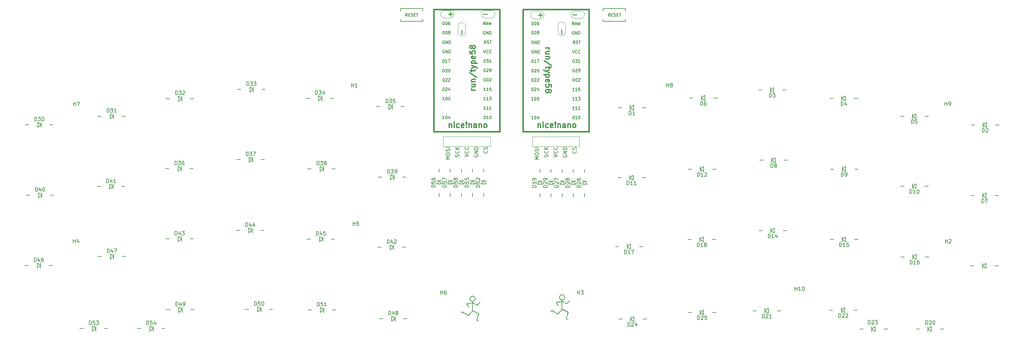
<source format=gto>
%TF.GenerationSoftware,KiCad,Pcbnew,(6.0.10)*%
%TF.CreationDate,2023-10-04T19:43:37-05:00*%
%TF.ProjectId,RunType58,52756e54-7970-4653-9538-2e6b69636164,rev?*%
%TF.SameCoordinates,Original*%
%TF.FileFunction,Legend,Top*%
%TF.FilePolarity,Positive*%
%FSLAX46Y46*%
G04 Gerber Fmt 4.6, Leading zero omitted, Abs format (unit mm)*
G04 Created by KiCad (PCBNEW (6.0.10)) date 2023-10-04 19:43:37*
%MOMM*%
%LPD*%
G01*
G04 APERTURE LIST*
%ADD10C,0.000000*%
%ADD11C,0.300000*%
%ADD12C,0.150000*%
%ADD13C,0.280000*%
%ADD14C,0.120000*%
%ADD15C,0.381000*%
%ADD16C,1.752600*%
%ADD17C,0.100000*%
%ADD18C,3.000000*%
%ADD19C,1.900000*%
%ADD20C,1.700000*%
%ADD21C,4.000000*%
%ADD22R,1.998980X1.998980*%
%ADD23R,1.500000X1.800000*%
%ADD24C,1.998980*%
%ADD25R,1.800000X1.500000*%
%ADD26C,1.000000*%
%ADD27R,0.900000X0.900000*%
%ADD28R,1.250000X0.900000*%
%ADD29C,2.000000*%
%ADD30C,1.397000*%
G04 APERTURE END LIST*
D10*
G36*
X175679914Y-100648367D02*
G01*
X175683500Y-100619569D01*
X175688446Y-100590602D01*
X175694710Y-100561526D01*
X175702249Y-100532402D01*
X175711020Y-100503291D01*
X175720981Y-100474254D01*
X175732090Y-100445351D01*
X175744303Y-100416643D01*
X175771872Y-100360056D01*
X175803348Y-100304978D01*
X175838390Y-100251894D01*
X175876657Y-100201291D01*
X175917806Y-100153653D01*
X175939356Y-100131099D01*
X175961499Y-100109468D01*
X175984192Y-100088822D01*
X176007393Y-100069221D01*
X176031059Y-100050726D01*
X176055147Y-100033397D01*
X176079615Y-100017296D01*
X176104420Y-100002483D01*
X176129520Y-99989018D01*
X176154872Y-99976963D01*
X176180433Y-99966378D01*
X176206161Y-99957324D01*
X176262752Y-99941367D01*
X176318733Y-99929212D01*
X176374073Y-99920861D01*
X176428742Y-99916314D01*
X176482707Y-99915570D01*
X176535939Y-99918629D01*
X176588406Y-99925492D01*
X176640077Y-99936158D01*
X176690922Y-99950627D01*
X176740909Y-99968900D01*
X176790006Y-99990976D01*
X176838184Y-100016856D01*
X176885411Y-100046538D01*
X176931656Y-100080025D01*
X176976889Y-100117315D01*
X177021077Y-100158408D01*
X177051716Y-100188927D01*
X177080154Y-100219668D01*
X177106421Y-100250689D01*
X177130549Y-100282045D01*
X177152568Y-100313794D01*
X177172510Y-100345993D01*
X177190406Y-100378698D01*
X177206286Y-100411966D01*
X177220182Y-100445855D01*
X177232124Y-100480420D01*
X177242144Y-100515720D01*
X177250273Y-100551810D01*
X177256541Y-100588747D01*
X177260980Y-100626589D01*
X177263621Y-100665392D01*
X177264494Y-100705213D01*
X177263817Y-100736244D01*
X177261802Y-100767136D01*
X177258477Y-100797854D01*
X177253870Y-100828361D01*
X177248006Y-100858624D01*
X177240914Y-100888605D01*
X177232621Y-100918270D01*
X177223153Y-100947582D01*
X177212538Y-100976508D01*
X177200803Y-101005010D01*
X177187975Y-101033053D01*
X177174081Y-101060602D01*
X177159149Y-101087622D01*
X177143204Y-101114076D01*
X177126276Y-101139930D01*
X177108390Y-101165147D01*
X177089574Y-101189693D01*
X177069855Y-101213531D01*
X177049260Y-101236626D01*
X177027816Y-101258943D01*
X177005551Y-101280446D01*
X176982491Y-101301100D01*
X176958663Y-101320869D01*
X176934096Y-101339717D01*
X176908815Y-101357609D01*
X176882848Y-101374510D01*
X176856223Y-101390383D01*
X176828965Y-101405194D01*
X176801103Y-101418907D01*
X176772664Y-101431487D01*
X176743674Y-101442897D01*
X176714161Y-101453102D01*
X176685860Y-101462089D01*
X176660397Y-101470596D01*
X176637631Y-101478720D01*
X176617423Y-101486561D01*
X176608234Y-101490405D01*
X176599633Y-101494215D01*
X176591601Y-101498003D01*
X176584122Y-101501781D01*
X176577178Y-101505562D01*
X176570751Y-101509358D01*
X176564824Y-101513181D01*
X176559380Y-101517043D01*
X176554400Y-101520957D01*
X176549869Y-101524935D01*
X176545767Y-101528989D01*
X176542078Y-101533131D01*
X176538785Y-101537375D01*
X176535869Y-101541731D01*
X176533314Y-101546213D01*
X176531102Y-101550832D01*
X176529216Y-101555602D01*
X176527637Y-101560533D01*
X176526350Y-101565639D01*
X176525335Y-101570931D01*
X176524577Y-101576422D01*
X176524056Y-101582125D01*
X176523757Y-101588051D01*
X176523661Y-101594213D01*
X176523723Y-101598481D01*
X176523906Y-101602682D01*
X176524207Y-101606812D01*
X176524626Y-101610867D01*
X176525157Y-101614841D01*
X176525800Y-101618731D01*
X176526552Y-101622532D01*
X176527409Y-101626239D01*
X176528370Y-101629847D01*
X176529432Y-101633354D01*
X176530591Y-101636753D01*
X176531847Y-101640040D01*
X176533195Y-101643211D01*
X176534634Y-101646261D01*
X176536160Y-101649185D01*
X176537772Y-101651980D01*
X176539467Y-101654641D01*
X176541241Y-101657163D01*
X176543093Y-101659541D01*
X176545021Y-101661771D01*
X176547020Y-101663849D01*
X176549089Y-101665770D01*
X176551226Y-101667530D01*
X176553427Y-101669123D01*
X176555690Y-101670546D01*
X176558012Y-101671794D01*
X176560391Y-101672862D01*
X176562825Y-101673747D01*
X176565310Y-101674442D01*
X176567844Y-101674945D01*
X176570425Y-101675249D01*
X176573050Y-101675352D01*
X176575767Y-101675465D01*
X176578621Y-101675799D01*
X176581604Y-101676349D01*
X176584708Y-101677109D01*
X176591250Y-101679235D01*
X176598185Y-101682132D01*
X176605451Y-101685752D01*
X176612985Y-101690049D01*
X176620727Y-101694976D01*
X176628612Y-101700487D01*
X176636581Y-101706536D01*
X176644570Y-101713075D01*
X176652518Y-101720060D01*
X176660362Y-101727442D01*
X176668041Y-101735175D01*
X176675493Y-101743213D01*
X176682656Y-101751510D01*
X176689466Y-101760018D01*
X176698434Y-101769748D01*
X176711929Y-101781633D01*
X176751423Y-101811226D01*
X176805800Y-101847517D01*
X176872911Y-101889223D01*
X176950605Y-101935064D01*
X177036732Y-101983757D01*
X177129143Y-102034021D01*
X177225689Y-102084574D01*
X177698411Y-102324463D01*
X178089994Y-101908185D01*
X178155488Y-101839033D01*
X178213432Y-101778140D01*
X178264379Y-101725080D01*
X178308882Y-101679431D01*
X178328890Y-101659253D01*
X178347494Y-101640768D01*
X178364763Y-101623925D01*
X178380767Y-101608669D01*
X178395575Y-101594947D01*
X178409256Y-101582708D01*
X178421878Y-101571898D01*
X178433512Y-101562463D01*
X178444225Y-101554351D01*
X178454088Y-101547509D01*
X178463170Y-101541885D01*
X178467439Y-101539512D01*
X178471539Y-101537424D01*
X178475477Y-101535614D01*
X178479264Y-101534074D01*
X178482907Y-101532799D01*
X178486415Y-101531783D01*
X178489797Y-101531017D01*
X178493061Y-101530496D01*
X178496217Y-101530213D01*
X178499272Y-101530162D01*
X178502235Y-101530335D01*
X178505115Y-101530726D01*
X178507920Y-101531329D01*
X178510660Y-101532137D01*
X178513343Y-101533144D01*
X178515977Y-101534342D01*
X178518571Y-101535725D01*
X178521134Y-101537286D01*
X178526201Y-101540918D01*
X178531246Y-101545184D01*
X178536339Y-101550031D01*
X178541550Y-101555407D01*
X178551248Y-101565706D01*
X178558941Y-101575788D01*
X178564277Y-101586181D01*
X178565952Y-101591658D01*
X178566906Y-101597410D01*
X178567095Y-101603503D01*
X178566475Y-101610003D01*
X178562634Y-101624488D01*
X178555030Y-101641392D01*
X178543314Y-101661241D01*
X178527132Y-101684562D01*
X178506134Y-101711884D01*
X178479969Y-101743732D01*
X178448284Y-101780634D01*
X178366952Y-101871708D01*
X178259327Y-101989324D01*
X178188972Y-102066060D01*
X178121799Y-102141515D01*
X178059340Y-102213744D01*
X178003123Y-102280807D01*
X177954678Y-102340758D01*
X177915535Y-102391656D01*
X177899929Y-102413103D01*
X177887223Y-102431557D01*
X177877607Y-102446777D01*
X177871272Y-102458518D01*
X177866779Y-102468512D01*
X177861909Y-102477987D01*
X177856679Y-102486939D01*
X177851104Y-102495367D01*
X177845202Y-102503268D01*
X177838987Y-102510639D01*
X177832477Y-102517478D01*
X177825687Y-102523782D01*
X177818633Y-102529549D01*
X177811332Y-102534776D01*
X177803799Y-102539460D01*
X177796052Y-102543599D01*
X177788105Y-102547190D01*
X177779976Y-102550230D01*
X177771680Y-102552718D01*
X177763234Y-102554650D01*
X177754653Y-102556025D01*
X177745954Y-102556838D01*
X177737153Y-102557088D01*
X177728266Y-102556773D01*
X177719309Y-102555888D01*
X177710299Y-102554433D01*
X177701251Y-102552405D01*
X177692182Y-102549800D01*
X177683108Y-102546616D01*
X177674045Y-102542851D01*
X177665008Y-102538502D01*
X177656015Y-102533566D01*
X177647082Y-102528042D01*
X177638224Y-102521925D01*
X177629458Y-102515215D01*
X177620800Y-102507907D01*
X177599338Y-102493006D01*
X177559236Y-102469067D01*
X177433883Y-102399593D01*
X177266279Y-102310524D01*
X177077963Y-102212897D01*
X176890474Y-102117750D01*
X176725351Y-102036122D01*
X176604131Y-101979051D01*
X176566717Y-101963173D01*
X176548355Y-101957574D01*
X176545793Y-101962618D01*
X176543401Y-101977418D01*
X176539150Y-102034303D01*
X176532921Y-102243324D01*
X176530000Y-102552886D01*
X176530717Y-102931241D01*
X176541300Y-103904907D01*
X177278605Y-104254157D01*
X177427716Y-104324871D01*
X177568600Y-104390583D01*
X177697991Y-104449928D01*
X177812623Y-104501543D01*
X177909230Y-104544062D01*
X177984547Y-104576122D01*
X178035307Y-104596358D01*
X178050457Y-104601617D01*
X178058244Y-104603407D01*
X178063235Y-104603733D01*
X178068903Y-104604689D01*
X178075181Y-104606244D01*
X178082001Y-104608368D01*
X178089297Y-104611029D01*
X178097001Y-104614197D01*
X178105046Y-104617840D01*
X178113365Y-104621928D01*
X178121891Y-104626429D01*
X178130556Y-104631312D01*
X178139294Y-104636547D01*
X178148037Y-104642102D01*
X178156718Y-104647947D01*
X178165269Y-104654050D01*
X178173624Y-104660380D01*
X178181716Y-104666907D01*
X178195364Y-104678151D01*
X178207224Y-104688232D01*
X178217326Y-104697394D01*
X178225703Y-104705878D01*
X178229254Y-104709942D01*
X178232385Y-104713929D01*
X178235100Y-104717867D01*
X178237403Y-104721788D01*
X178239297Y-104725721D01*
X178240788Y-104729698D01*
X178241877Y-104733749D01*
X178242570Y-104737904D01*
X178242871Y-104742193D01*
X178242782Y-104746647D01*
X178242309Y-104751295D01*
X178241454Y-104756170D01*
X178240222Y-104761300D01*
X178238617Y-104766716D01*
X178234302Y-104778528D01*
X178228540Y-104791850D01*
X178221363Y-104806923D01*
X178202883Y-104843296D01*
X178165559Y-104938884D01*
X178100081Y-105127778D01*
X177925511Y-105658654D01*
X177760863Y-106182253D01*
X177707788Y-106362053D01*
X177687827Y-106444907D01*
X177688104Y-106446363D01*
X177688925Y-106448079D01*
X177692141Y-106452259D01*
X177697362Y-106457379D01*
X177704474Y-106463373D01*
X177723918Y-106477712D01*
X177749563Y-106494737D01*
X177780500Y-106513913D01*
X177815820Y-106534700D01*
X177854612Y-106556563D01*
X177895967Y-106578963D01*
X177930852Y-106597769D01*
X177961561Y-106614654D01*
X177988302Y-106629843D01*
X178011281Y-106643565D01*
X178021424Y-106649947D01*
X178030704Y-106656046D01*
X178039147Y-106661893D01*
X178046779Y-106667515D01*
X178053625Y-106672941D01*
X178059712Y-106678198D01*
X178065065Y-106683317D01*
X178069709Y-106688324D01*
X178073672Y-106693248D01*
X178076979Y-106698118D01*
X178079655Y-106702962D01*
X178081726Y-106707809D01*
X178083219Y-106712687D01*
X178084158Y-106717624D01*
X178084571Y-106722649D01*
X178084482Y-106727790D01*
X178083918Y-106733077D01*
X178082904Y-106738536D01*
X178081467Y-106744196D01*
X178079631Y-106750087D01*
X178077424Y-106756236D01*
X178074870Y-106762672D01*
X178068827Y-106776518D01*
X178030022Y-106857657D01*
X177754856Y-106716546D01*
X177710531Y-106693311D01*
X177671291Y-106672387D01*
X177636847Y-106653519D01*
X177606909Y-106636454D01*
X177593540Y-106628519D01*
X177581188Y-106620940D01*
X177569818Y-106613685D01*
X177559394Y-106606723D01*
X177549880Y-106600022D01*
X177541239Y-106593550D01*
X177533435Y-106587276D01*
X177526432Y-106581168D01*
X177520193Y-106575194D01*
X177514684Y-106569323D01*
X177509867Y-106563522D01*
X177505706Y-106557762D01*
X177502165Y-106552009D01*
X177499208Y-106546232D01*
X177496799Y-106540399D01*
X177494902Y-106534480D01*
X177493480Y-106528441D01*
X177492497Y-106522252D01*
X177491918Y-106515881D01*
X177491705Y-106509296D01*
X177491823Y-106502465D01*
X177492236Y-106495358D01*
X177493800Y-106480185D01*
X177501227Y-106445865D01*
X177517502Y-106384880D01*
X177572293Y-106196640D01*
X177649573Y-105942915D01*
X177740744Y-105651157D01*
X177830151Y-105361108D01*
X177903022Y-105116699D01*
X177930982Y-105019671D01*
X177952080Y-104943727D01*
X177965406Y-104892092D01*
X177968870Y-104876398D01*
X177970050Y-104867991D01*
X177969978Y-104865625D01*
X177969765Y-104863162D01*
X177968927Y-104857972D01*
X177967561Y-104852472D01*
X177965695Y-104846714D01*
X177963353Y-104840749D01*
X177960562Y-104834628D01*
X177957347Y-104828405D01*
X177953734Y-104822130D01*
X177949749Y-104815854D01*
X177945417Y-104809631D01*
X177940766Y-104803511D01*
X177935819Y-104797545D01*
X177930604Y-104791787D01*
X177925146Y-104786287D01*
X177919472Y-104781097D01*
X177913605Y-104776268D01*
X177879994Y-104753856D01*
X177821325Y-104720830D01*
X177643675Y-104629755D01*
X177410380Y-104516687D01*
X177151164Y-104395268D01*
X176895752Y-104279141D01*
X176673867Y-104181948D01*
X176515234Y-104117332D01*
X176468926Y-104101503D01*
X176449578Y-104098935D01*
X175426522Y-105298379D01*
X175410880Y-105316363D01*
X175403218Y-105324455D01*
X175395647Y-105331948D01*
X175388156Y-105338842D01*
X175380734Y-105345136D01*
X175373370Y-105350831D01*
X175366054Y-105355926D01*
X175358773Y-105360422D01*
X175351518Y-105364319D01*
X175344277Y-105367616D01*
X175337039Y-105370313D01*
X175329794Y-105372411D01*
X175322529Y-105373910D01*
X175315235Y-105374809D01*
X175307900Y-105375109D01*
X175300514Y-105374809D01*
X175293065Y-105373910D01*
X175285542Y-105372411D01*
X175277935Y-105370313D01*
X175270232Y-105367616D01*
X175262423Y-105364319D01*
X175254496Y-105360422D01*
X175246440Y-105355926D01*
X175238245Y-105350831D01*
X175229899Y-105345136D01*
X175221392Y-105338842D01*
X175212712Y-105331948D01*
X175194792Y-105316363D01*
X175176050Y-105298379D01*
X175145163Y-105272315D01*
X175090515Y-105232578D01*
X174923704Y-105120557D01*
X174703149Y-104979267D01*
X174456383Y-104825657D01*
X174210941Y-104676678D01*
X173994355Y-104549278D01*
X173834158Y-104460408D01*
X173783809Y-104435719D01*
X173757883Y-104427019D01*
X173753309Y-104427669D01*
X173747582Y-104429575D01*
X173740791Y-104432669D01*
X173733023Y-104436885D01*
X173724367Y-104442155D01*
X173714909Y-104448413D01*
X173704738Y-104455590D01*
X173693942Y-104463619D01*
X173682609Y-104472434D01*
X173670826Y-104481968D01*
X173646262Y-104502921D01*
X173620955Y-104525941D01*
X173595606Y-104550491D01*
X173575601Y-104571009D01*
X173557771Y-104588959D01*
X173541896Y-104604417D01*
X173534621Y-104611237D01*
X173527751Y-104617463D01*
X173521258Y-104623105D01*
X173515115Y-104628173D01*
X173509294Y-104632676D01*
X173503766Y-104636625D01*
X173498505Y-104640028D01*
X173493482Y-104642896D01*
X173488669Y-104645237D01*
X173484040Y-104647063D01*
X173479565Y-104648383D01*
X173475218Y-104649205D01*
X173470970Y-104649541D01*
X173466793Y-104649399D01*
X173462661Y-104648790D01*
X173458545Y-104647722D01*
X173454417Y-104646206D01*
X173450250Y-104644252D01*
X173446016Y-104641869D01*
X173441686Y-104639066D01*
X173437234Y-104635854D01*
X173432632Y-104632242D01*
X173427851Y-104628240D01*
X173422864Y-104623858D01*
X173412161Y-104613990D01*
X173401047Y-104603950D01*
X173391546Y-104594856D01*
X173383698Y-104586496D01*
X173380407Y-104582525D01*
X173377545Y-104578658D01*
X173375117Y-104574868D01*
X173373128Y-104571129D01*
X173371584Y-104567415D01*
X173370489Y-104563699D01*
X173369849Y-104559955D01*
X173369669Y-104556155D01*
X173369954Y-104552274D01*
X173370710Y-104548286D01*
X173371940Y-104544163D01*
X173373652Y-104539879D01*
X173375849Y-104535408D01*
X173378537Y-104530723D01*
X173381721Y-104525797D01*
X173385406Y-104520605D01*
X173394302Y-104509315D01*
X173405264Y-104496640D01*
X173418335Y-104482367D01*
X173450967Y-104448185D01*
X173471513Y-104424035D01*
X173492969Y-104397198D01*
X173514591Y-104368624D01*
X173535633Y-104339265D01*
X173555353Y-104310071D01*
X173573006Y-104281994D01*
X173580824Y-104268671D01*
X173587847Y-104255983D01*
X173593981Y-104244050D01*
X173599133Y-104232990D01*
X173605008Y-104221395D01*
X173611366Y-104210426D01*
X173618172Y-104200088D01*
X173625392Y-104190389D01*
X173632992Y-104181332D01*
X173640937Y-104172924D01*
X173649194Y-104165172D01*
X173657727Y-104158080D01*
X173666504Y-104151655D01*
X173675490Y-104145903D01*
X173684649Y-104140829D01*
X173693949Y-104136438D01*
X173703355Y-104132738D01*
X173712833Y-104129733D01*
X173722348Y-104127430D01*
X173731866Y-104125834D01*
X173741353Y-104124952D01*
X173750775Y-104124788D01*
X173760098Y-104125349D01*
X173769287Y-104126641D01*
X173778307Y-104128669D01*
X173787126Y-104131439D01*
X173795708Y-104134957D01*
X173804020Y-104139229D01*
X173812027Y-104144261D01*
X173819694Y-104150058D01*
X173826989Y-104156626D01*
X173833875Y-104163972D01*
X173840320Y-104172100D01*
X173846289Y-104181017D01*
X173851747Y-104190729D01*
X173856661Y-104201241D01*
X173877158Y-104223856D01*
X173923069Y-104261116D01*
X174077037Y-104370684D01*
X174290371Y-104512167D01*
X174534876Y-104667789D01*
X174782358Y-104819773D01*
X175004622Y-104950342D01*
X175173473Y-105041720D01*
X175229058Y-105067157D01*
X175260717Y-105076129D01*
X175269732Y-105073977D01*
X175283392Y-105066352D01*
X175301466Y-105053487D01*
X175323720Y-105035615D01*
X175379841Y-104985778D01*
X175449894Y-104918702D01*
X175532018Y-104836247D01*
X175624353Y-104740274D01*
X175725040Y-104632642D01*
X175832217Y-104515213D01*
X176343744Y-103950768D01*
X176347272Y-102959463D01*
X176347272Y-101971685D01*
X175705217Y-102063408D01*
X175575336Y-102082321D01*
X175454634Y-102101607D01*
X175345673Y-102120644D01*
X175251015Y-102138814D01*
X175173225Y-102155495D01*
X175141456Y-102163083D01*
X175114865Y-102170067D01*
X175093772Y-102176369D01*
X175078499Y-102181912D01*
X175069364Y-102186617D01*
X175067199Y-102188631D01*
X175066689Y-102190407D01*
X175072649Y-102205001D01*
X175087249Y-102234394D01*
X175138567Y-102330636D01*
X175213036Y-102465243D01*
X175303050Y-102624324D01*
X175376575Y-102755293D01*
X175406276Y-102808809D01*
X175431538Y-102855173D01*
X175442568Y-102875867D01*
X175452563Y-102895005D01*
X175461549Y-102912666D01*
X175469551Y-102928926D01*
X175476595Y-102943863D01*
X175482706Y-102957554D01*
X175487908Y-102970078D01*
X175492227Y-102981511D01*
X175495688Y-102991932D01*
X175498317Y-103001417D01*
X175499327Y-103005833D01*
X175500138Y-103010045D01*
X175500754Y-103014061D01*
X175501177Y-103017892D01*
X175501411Y-103021547D01*
X175501459Y-103025036D01*
X175501324Y-103028369D01*
X175501009Y-103031555D01*
X175500518Y-103034604D01*
X175499853Y-103037526D01*
X175499017Y-103040331D01*
X175498015Y-103043027D01*
X175496848Y-103045625D01*
X175495520Y-103048135D01*
X175494035Y-103050566D01*
X175492395Y-103052928D01*
X175490603Y-103055231D01*
X175488664Y-103057484D01*
X175484352Y-103061879D01*
X175479484Y-103066191D01*
X175474086Y-103070498D01*
X175468183Y-103074878D01*
X175461800Y-103079407D01*
X175454532Y-103084533D01*
X175447317Y-103089322D01*
X175440204Y-103093771D01*
X175433247Y-103097873D01*
X175426496Y-103101624D01*
X175420004Y-103105018D01*
X175413822Y-103108051D01*
X175408001Y-103110716D01*
X175402594Y-103113010D01*
X175397652Y-103114926D01*
X175393227Y-103116460D01*
X175389370Y-103117607D01*
X175386134Y-103118360D01*
X175383569Y-103118716D01*
X175382554Y-103118743D01*
X175381727Y-103118669D01*
X175381094Y-103118492D01*
X175380661Y-103118213D01*
X175116078Y-102663130D01*
X175015205Y-102486575D01*
X174925578Y-102332841D01*
X174857117Y-102218133D01*
X174833924Y-102180479D01*
X174819744Y-102158657D01*
X174805946Y-102136864D01*
X174800615Y-102126481D01*
X174796338Y-102116434D01*
X174793124Y-102106718D01*
X174790979Y-102097328D01*
X174789909Y-102088258D01*
X174789924Y-102079503D01*
X174791028Y-102071058D01*
X174793230Y-102062918D01*
X174796537Y-102055078D01*
X174800955Y-102047532D01*
X174806492Y-102040276D01*
X174813155Y-102033304D01*
X174820951Y-102026611D01*
X174829887Y-102020192D01*
X174851208Y-102008155D01*
X174877174Y-101997151D01*
X174907843Y-101987140D01*
X174943272Y-101978079D01*
X174983516Y-101969928D01*
X175028634Y-101962645D01*
X175078682Y-101956189D01*
X175133717Y-101950519D01*
X175277694Y-101935195D01*
X175465328Y-101912595D01*
X175671482Y-101886026D01*
X175871022Y-101858796D01*
X176329633Y-101795296D01*
X176329633Y-101640074D01*
X176329558Y-101613903D01*
X176329199Y-101590775D01*
X176328354Y-101570427D01*
X176326822Y-101552596D01*
X176325735Y-101544542D01*
X176324401Y-101537018D01*
X176322794Y-101529992D01*
X176320889Y-101523430D01*
X176318662Y-101517300D01*
X176316086Y-101511568D01*
X176313137Y-101506202D01*
X176309789Y-101501168D01*
X176306018Y-101496434D01*
X176301798Y-101491967D01*
X176297103Y-101487734D01*
X176291909Y-101483701D01*
X176286191Y-101479837D01*
X176279923Y-101476107D01*
X176273080Y-101472480D01*
X176265637Y-101468922D01*
X176248850Y-101461881D01*
X176229360Y-101454721D01*
X176206966Y-101447179D01*
X176181467Y-101438991D01*
X176155810Y-101429687D01*
X176130455Y-101419007D01*
X176105436Y-101407000D01*
X176080787Y-101393715D01*
X176032731Y-101363515D01*
X175986557Y-101328803D01*
X175942532Y-101289978D01*
X175900925Y-101247437D01*
X175862006Y-101201578D01*
X175826043Y-101152800D01*
X175793304Y-101101500D01*
X175764059Y-101048076D01*
X175738575Y-100992926D01*
X175717123Y-100936448D01*
X175699970Y-100879040D01*
X175687385Y-100821099D01*
X175679637Y-100763024D01*
X175677660Y-100734061D01*
X175676994Y-100705213D01*
X175677386Y-100690175D01*
X175864897Y-100690175D01*
X175866054Y-100736143D01*
X175870581Y-100781942D01*
X175878446Y-100827349D01*
X175889618Y-100872138D01*
X175904064Y-100916085D01*
X175921754Y-100958965D01*
X175942656Y-101000553D01*
X175966738Y-101040624D01*
X175993968Y-101078954D01*
X176024315Y-101115317D01*
X176057747Y-101149489D01*
X176094232Y-101181246D01*
X176133740Y-101210362D01*
X176176237Y-101236612D01*
X176221693Y-101259772D01*
X176270075Y-101279617D01*
X176321353Y-101295922D01*
X176375494Y-101308463D01*
X176401407Y-101312675D01*
X176427517Y-101315411D01*
X176453774Y-101316704D01*
X176480129Y-101316586D01*
X176506529Y-101315092D01*
X176532926Y-101312253D01*
X176559269Y-101308103D01*
X176585507Y-101302675D01*
X176611590Y-101296001D01*
X176637468Y-101288115D01*
X176663090Y-101279050D01*
X176688405Y-101268837D01*
X176713364Y-101257512D01*
X176737916Y-101245105D01*
X176762011Y-101231651D01*
X176785598Y-101217182D01*
X176808627Y-101201731D01*
X176831048Y-101185331D01*
X176852809Y-101168015D01*
X176873862Y-101149816D01*
X176894154Y-101130768D01*
X176913637Y-101110902D01*
X176932259Y-101090251D01*
X176949971Y-101068850D01*
X176966721Y-101046730D01*
X176982460Y-101023925D01*
X176997136Y-101000467D01*
X177010701Y-100976390D01*
X177023102Y-100951727D01*
X177034291Y-100926510D01*
X177044216Y-100900772D01*
X177052827Y-100874547D01*
X177060137Y-100848072D01*
X177066199Y-100821586D01*
X177071027Y-100795116D01*
X177074635Y-100768693D01*
X177077036Y-100742344D01*
X177078245Y-100716099D01*
X177078273Y-100689987D01*
X177077136Y-100664037D01*
X177074846Y-100638279D01*
X177071418Y-100612741D01*
X177066864Y-100587452D01*
X177061199Y-100562441D01*
X177054436Y-100537739D01*
X177046588Y-100513372D01*
X177037669Y-100489371D01*
X177027692Y-100465765D01*
X177016672Y-100442583D01*
X177004621Y-100419853D01*
X176991554Y-100397606D01*
X176977483Y-100375869D01*
X176962423Y-100354672D01*
X176946387Y-100334044D01*
X176929388Y-100314015D01*
X176911441Y-100294613D01*
X176892558Y-100275867D01*
X176872753Y-100257806D01*
X176852040Y-100240460D01*
X176830433Y-100223857D01*
X176807944Y-100208027D01*
X176784588Y-100192999D01*
X176760378Y-100178801D01*
X176735327Y-100165463D01*
X176700243Y-100148679D01*
X176666315Y-100134044D01*
X176633380Y-100121559D01*
X176601272Y-100111224D01*
X176569825Y-100103038D01*
X176538874Y-100097002D01*
X176508254Y-100093116D01*
X176477800Y-100091380D01*
X176447345Y-100091793D01*
X176416725Y-100094356D01*
X176385774Y-100099069D01*
X176354328Y-100105932D01*
X176322219Y-100114944D01*
X176289284Y-100126106D01*
X176255357Y-100139418D01*
X176220272Y-100154880D01*
X176170926Y-100179595D01*
X176125393Y-100207290D01*
X176083642Y-100237739D01*
X176045640Y-100270718D01*
X176011357Y-100306001D01*
X175980759Y-100343364D01*
X175953817Y-100382583D01*
X175930498Y-100423432D01*
X175910771Y-100465686D01*
X175894603Y-100509122D01*
X175881963Y-100553513D01*
X175872820Y-100598635D01*
X175867142Y-100644264D01*
X175864897Y-100690175D01*
X175677386Y-100690175D01*
X175677731Y-100676936D01*
X175679914Y-100648367D01*
G37*
G36*
X151543975Y-101059738D02*
G01*
X151547561Y-101030940D01*
X151552507Y-101001973D01*
X151558771Y-100972897D01*
X151566310Y-100943773D01*
X151575081Y-100914662D01*
X151585042Y-100885625D01*
X151596151Y-100856722D01*
X151608364Y-100828014D01*
X151635933Y-100771427D01*
X151667409Y-100716349D01*
X151702451Y-100663265D01*
X151740718Y-100612662D01*
X151781867Y-100565024D01*
X151803417Y-100542470D01*
X151825560Y-100520839D01*
X151848253Y-100500193D01*
X151871454Y-100480592D01*
X151895120Y-100462097D01*
X151919208Y-100444768D01*
X151943676Y-100428667D01*
X151968481Y-100413854D01*
X151993581Y-100400389D01*
X152018933Y-100388334D01*
X152044494Y-100377749D01*
X152070222Y-100368695D01*
X152126813Y-100352738D01*
X152182794Y-100340583D01*
X152238134Y-100332232D01*
X152292803Y-100327685D01*
X152346768Y-100326941D01*
X152400000Y-100330000D01*
X152452467Y-100336863D01*
X152504138Y-100347529D01*
X152554983Y-100361998D01*
X152604970Y-100380271D01*
X152654067Y-100402347D01*
X152702245Y-100428227D01*
X152749472Y-100457909D01*
X152795717Y-100491396D01*
X152840950Y-100528686D01*
X152885138Y-100569779D01*
X152915777Y-100600298D01*
X152944215Y-100631039D01*
X152970482Y-100662060D01*
X152994610Y-100693416D01*
X153016629Y-100725165D01*
X153036571Y-100757364D01*
X153054467Y-100790069D01*
X153070347Y-100823337D01*
X153084243Y-100857226D01*
X153096185Y-100891791D01*
X153106205Y-100927091D01*
X153114334Y-100963181D01*
X153120602Y-101000118D01*
X153125041Y-101037960D01*
X153127682Y-101076763D01*
X153128555Y-101116584D01*
X153127878Y-101147615D01*
X153125863Y-101178507D01*
X153122538Y-101209225D01*
X153117931Y-101239732D01*
X153112067Y-101269995D01*
X153104975Y-101299976D01*
X153096682Y-101329641D01*
X153087214Y-101358953D01*
X153076599Y-101387879D01*
X153064864Y-101416381D01*
X153052036Y-101444424D01*
X153038142Y-101471973D01*
X153023210Y-101498993D01*
X153007265Y-101525447D01*
X152990337Y-101551301D01*
X152972451Y-101576518D01*
X152953635Y-101601064D01*
X152933916Y-101624902D01*
X152913321Y-101647997D01*
X152891877Y-101670314D01*
X152869612Y-101691817D01*
X152846552Y-101712471D01*
X152822724Y-101732240D01*
X152798157Y-101751088D01*
X152772876Y-101768980D01*
X152746909Y-101785881D01*
X152720284Y-101801754D01*
X152693026Y-101816565D01*
X152665164Y-101830278D01*
X152636725Y-101842858D01*
X152607735Y-101854268D01*
X152578222Y-101864473D01*
X152549921Y-101873460D01*
X152524458Y-101881967D01*
X152501692Y-101890091D01*
X152481484Y-101897932D01*
X152472295Y-101901776D01*
X152463694Y-101905586D01*
X152455662Y-101909374D01*
X152448183Y-101913152D01*
X152441239Y-101916933D01*
X152434812Y-101920729D01*
X152428885Y-101924552D01*
X152423441Y-101928414D01*
X152418461Y-101932328D01*
X152413930Y-101936306D01*
X152409828Y-101940360D01*
X152406139Y-101944502D01*
X152402846Y-101948746D01*
X152399930Y-101953102D01*
X152397375Y-101957584D01*
X152395163Y-101962203D01*
X152393277Y-101966973D01*
X152391698Y-101971904D01*
X152390411Y-101977010D01*
X152389396Y-101982302D01*
X152388638Y-101987793D01*
X152388117Y-101993496D01*
X152387818Y-101999422D01*
X152387722Y-102005584D01*
X152387784Y-102009852D01*
X152387967Y-102014053D01*
X152388268Y-102018183D01*
X152388687Y-102022238D01*
X152389218Y-102026212D01*
X152389861Y-102030102D01*
X152390613Y-102033903D01*
X152391470Y-102037610D01*
X152392431Y-102041218D01*
X152393493Y-102044725D01*
X152394652Y-102048124D01*
X152395908Y-102051411D01*
X152397256Y-102054582D01*
X152398695Y-102057632D01*
X152400221Y-102060556D01*
X152401833Y-102063351D01*
X152403528Y-102066012D01*
X152405302Y-102068534D01*
X152407154Y-102070912D01*
X152409082Y-102073142D01*
X152411081Y-102075220D01*
X152413150Y-102077141D01*
X152415287Y-102078901D01*
X152417488Y-102080494D01*
X152419751Y-102081917D01*
X152422073Y-102083165D01*
X152424452Y-102084233D01*
X152426886Y-102085118D01*
X152429371Y-102085813D01*
X152431905Y-102086316D01*
X152434486Y-102086620D01*
X152437111Y-102086723D01*
X152439828Y-102086836D01*
X152442682Y-102087170D01*
X152445665Y-102087720D01*
X152448769Y-102088480D01*
X152455311Y-102090606D01*
X152462246Y-102093503D01*
X152469512Y-102097123D01*
X152477046Y-102101420D01*
X152484788Y-102106347D01*
X152492673Y-102111858D01*
X152500642Y-102117907D01*
X152508631Y-102124446D01*
X152516579Y-102131431D01*
X152524423Y-102138813D01*
X152532102Y-102146546D01*
X152539554Y-102154584D01*
X152546717Y-102162881D01*
X152553527Y-102171389D01*
X152562495Y-102181119D01*
X152575990Y-102193004D01*
X152615484Y-102222597D01*
X152669861Y-102258888D01*
X152736972Y-102300594D01*
X152814666Y-102346435D01*
X152900793Y-102395128D01*
X152993204Y-102445392D01*
X153089750Y-102495945D01*
X153562472Y-102735834D01*
X153954055Y-102319556D01*
X154019549Y-102250404D01*
X154077493Y-102189511D01*
X154128440Y-102136451D01*
X154172943Y-102090802D01*
X154192951Y-102070624D01*
X154211555Y-102052139D01*
X154228824Y-102035296D01*
X154244828Y-102020040D01*
X154259636Y-102006318D01*
X154273317Y-101994079D01*
X154285939Y-101983269D01*
X154297573Y-101973834D01*
X154308286Y-101965722D01*
X154318149Y-101958880D01*
X154327231Y-101953256D01*
X154331500Y-101950883D01*
X154335600Y-101948795D01*
X154339538Y-101946985D01*
X154343325Y-101945445D01*
X154346968Y-101944170D01*
X154350476Y-101943154D01*
X154353858Y-101942388D01*
X154357122Y-101941867D01*
X154360278Y-101941584D01*
X154363333Y-101941533D01*
X154366296Y-101941706D01*
X154369176Y-101942097D01*
X154371981Y-101942700D01*
X154374721Y-101943508D01*
X154377404Y-101944515D01*
X154380038Y-101945713D01*
X154382632Y-101947096D01*
X154385195Y-101948657D01*
X154390262Y-101952289D01*
X154395307Y-101956555D01*
X154400400Y-101961402D01*
X154405611Y-101966778D01*
X154415309Y-101977077D01*
X154423002Y-101987159D01*
X154428338Y-101997552D01*
X154430013Y-102003029D01*
X154430967Y-102008781D01*
X154431156Y-102014874D01*
X154430536Y-102021374D01*
X154426695Y-102035859D01*
X154419091Y-102052763D01*
X154407375Y-102072612D01*
X154391193Y-102095933D01*
X154370195Y-102123255D01*
X154344030Y-102155103D01*
X154312345Y-102192005D01*
X154231013Y-102283079D01*
X154123388Y-102400695D01*
X154053033Y-102477431D01*
X153985860Y-102552886D01*
X153923401Y-102625115D01*
X153867184Y-102692178D01*
X153818739Y-102752129D01*
X153779596Y-102803027D01*
X153763990Y-102824474D01*
X153751284Y-102842928D01*
X153741668Y-102858148D01*
X153735333Y-102869889D01*
X153730840Y-102879883D01*
X153725970Y-102889358D01*
X153720740Y-102898310D01*
X153715165Y-102906738D01*
X153709263Y-102914639D01*
X153703048Y-102922010D01*
X153696538Y-102928849D01*
X153689748Y-102935153D01*
X153682694Y-102940920D01*
X153675393Y-102946147D01*
X153667860Y-102950831D01*
X153660113Y-102954970D01*
X153652166Y-102958561D01*
X153644037Y-102961601D01*
X153635741Y-102964089D01*
X153627295Y-102966021D01*
X153618714Y-102967396D01*
X153610015Y-102968209D01*
X153601214Y-102968459D01*
X153592327Y-102968144D01*
X153583370Y-102967259D01*
X153574360Y-102965804D01*
X153565312Y-102963776D01*
X153556243Y-102961171D01*
X153547169Y-102957987D01*
X153538106Y-102954222D01*
X153529069Y-102949873D01*
X153520076Y-102944937D01*
X153511143Y-102939413D01*
X153502285Y-102933296D01*
X153493519Y-102926586D01*
X153484861Y-102919278D01*
X153463399Y-102904377D01*
X153423297Y-102880438D01*
X153297944Y-102810964D01*
X153130340Y-102721895D01*
X152942024Y-102624268D01*
X152754535Y-102529121D01*
X152589412Y-102447493D01*
X152468192Y-102390422D01*
X152430778Y-102374544D01*
X152412416Y-102368945D01*
X152409854Y-102373989D01*
X152407462Y-102388789D01*
X152403211Y-102445674D01*
X152396982Y-102654695D01*
X152394061Y-102964257D01*
X152394778Y-103342612D01*
X152405361Y-104316278D01*
X153142666Y-104665528D01*
X153291777Y-104736242D01*
X153432661Y-104801954D01*
X153562052Y-104861299D01*
X153676684Y-104912914D01*
X153773291Y-104955433D01*
X153848608Y-104987493D01*
X153899368Y-105007729D01*
X153914518Y-105012988D01*
X153922305Y-105014778D01*
X153927296Y-105015104D01*
X153932964Y-105016060D01*
X153939242Y-105017615D01*
X153946062Y-105019739D01*
X153953358Y-105022400D01*
X153961062Y-105025568D01*
X153969107Y-105029211D01*
X153977426Y-105033299D01*
X153985952Y-105037800D01*
X153994617Y-105042683D01*
X154003355Y-105047918D01*
X154012098Y-105053473D01*
X154020779Y-105059318D01*
X154029330Y-105065421D01*
X154037685Y-105071751D01*
X154045777Y-105078278D01*
X154059425Y-105089522D01*
X154071285Y-105099603D01*
X154081387Y-105108765D01*
X154089764Y-105117249D01*
X154093315Y-105121313D01*
X154096446Y-105125300D01*
X154099161Y-105129238D01*
X154101464Y-105133159D01*
X154103358Y-105137092D01*
X154104849Y-105141069D01*
X154105938Y-105145120D01*
X154106631Y-105149275D01*
X154106932Y-105153564D01*
X154106843Y-105158018D01*
X154106370Y-105162666D01*
X154105515Y-105167541D01*
X154104283Y-105172671D01*
X154102678Y-105178087D01*
X154098363Y-105189899D01*
X154092601Y-105203221D01*
X154085424Y-105218294D01*
X154066944Y-105254667D01*
X154029620Y-105350255D01*
X153964142Y-105539149D01*
X153789572Y-106070025D01*
X153624924Y-106593624D01*
X153571849Y-106773424D01*
X153551888Y-106856278D01*
X153552165Y-106857734D01*
X153552986Y-106859450D01*
X153556202Y-106863630D01*
X153561423Y-106868750D01*
X153568535Y-106874744D01*
X153587979Y-106889083D01*
X153613624Y-106906108D01*
X153644561Y-106925284D01*
X153679881Y-106946071D01*
X153718673Y-106967934D01*
X153760028Y-106990334D01*
X153794913Y-107009140D01*
X153825622Y-107026025D01*
X153852363Y-107041214D01*
X153875342Y-107054936D01*
X153885485Y-107061318D01*
X153894765Y-107067417D01*
X153903208Y-107073264D01*
X153910840Y-107078886D01*
X153917686Y-107084312D01*
X153923773Y-107089569D01*
X153929126Y-107094688D01*
X153933770Y-107099695D01*
X153937733Y-107104619D01*
X153941040Y-107109489D01*
X153943716Y-107114333D01*
X153945787Y-107119180D01*
X153947280Y-107124058D01*
X153948219Y-107128995D01*
X153948632Y-107134020D01*
X153948543Y-107139161D01*
X153947979Y-107144448D01*
X153946965Y-107149907D01*
X153945528Y-107155567D01*
X153943692Y-107161458D01*
X153941485Y-107167607D01*
X153938931Y-107174043D01*
X153932888Y-107187889D01*
X153894083Y-107269028D01*
X153618917Y-107127917D01*
X153574592Y-107104682D01*
X153535352Y-107083758D01*
X153500908Y-107064890D01*
X153470970Y-107047825D01*
X153457601Y-107039890D01*
X153445249Y-107032311D01*
X153433879Y-107025056D01*
X153423455Y-107018094D01*
X153413941Y-107011393D01*
X153405300Y-107004921D01*
X153397496Y-106998647D01*
X153390493Y-106992539D01*
X153384254Y-106986565D01*
X153378745Y-106980694D01*
X153373928Y-106974893D01*
X153369767Y-106969133D01*
X153366226Y-106963380D01*
X153363269Y-106957603D01*
X153360860Y-106951770D01*
X153358963Y-106945851D01*
X153357541Y-106939812D01*
X153356558Y-106933623D01*
X153355979Y-106927252D01*
X153355766Y-106920667D01*
X153355884Y-106913836D01*
X153356297Y-106906729D01*
X153357861Y-106891556D01*
X153365288Y-106857236D01*
X153381563Y-106796251D01*
X153436354Y-106608011D01*
X153513634Y-106354286D01*
X153604805Y-106062528D01*
X153694212Y-105772479D01*
X153767083Y-105528070D01*
X153795043Y-105431042D01*
X153816141Y-105355098D01*
X153829467Y-105303463D01*
X153832931Y-105287769D01*
X153834111Y-105279362D01*
X153834039Y-105276996D01*
X153833826Y-105274533D01*
X153832988Y-105269343D01*
X153831622Y-105263843D01*
X153829756Y-105258085D01*
X153827414Y-105252120D01*
X153824623Y-105245999D01*
X153821408Y-105239776D01*
X153817795Y-105233501D01*
X153813810Y-105227225D01*
X153809478Y-105221002D01*
X153804827Y-105214882D01*
X153799880Y-105208916D01*
X153794665Y-105203158D01*
X153789207Y-105197658D01*
X153783533Y-105192468D01*
X153777666Y-105187639D01*
X153744055Y-105165227D01*
X153685386Y-105132201D01*
X153507736Y-105041126D01*
X153274441Y-104928058D01*
X153015225Y-104806639D01*
X152759813Y-104690512D01*
X152537928Y-104593319D01*
X152379295Y-104528703D01*
X152332987Y-104512874D01*
X152313639Y-104510306D01*
X151290583Y-105709750D01*
X151274941Y-105727734D01*
X151267279Y-105735826D01*
X151259708Y-105743319D01*
X151252217Y-105750213D01*
X151244795Y-105756507D01*
X151237431Y-105762202D01*
X151230115Y-105767297D01*
X151222834Y-105771793D01*
X151215579Y-105775690D01*
X151208338Y-105778987D01*
X151201100Y-105781684D01*
X151193855Y-105783782D01*
X151186590Y-105785281D01*
X151179296Y-105786180D01*
X151171961Y-105786480D01*
X151164575Y-105786180D01*
X151157126Y-105785281D01*
X151149603Y-105783782D01*
X151141996Y-105781684D01*
X151134293Y-105778987D01*
X151126484Y-105775690D01*
X151118557Y-105771793D01*
X151110501Y-105767297D01*
X151102306Y-105762202D01*
X151093960Y-105756507D01*
X151085453Y-105750213D01*
X151076773Y-105743319D01*
X151058853Y-105727734D01*
X151040111Y-105709750D01*
X151009224Y-105683686D01*
X150954576Y-105643949D01*
X150787765Y-105531928D01*
X150567210Y-105390638D01*
X150320444Y-105237028D01*
X150075002Y-105088049D01*
X149858416Y-104960649D01*
X149698219Y-104871779D01*
X149647870Y-104847090D01*
X149621944Y-104838390D01*
X149617370Y-104839040D01*
X149611643Y-104840946D01*
X149604852Y-104844040D01*
X149597084Y-104848256D01*
X149588428Y-104853526D01*
X149578970Y-104859784D01*
X149568799Y-104866961D01*
X149558003Y-104874990D01*
X149546670Y-104883805D01*
X149534887Y-104893339D01*
X149510323Y-104914292D01*
X149485016Y-104937312D01*
X149459667Y-104961862D01*
X149439662Y-104982380D01*
X149421832Y-105000330D01*
X149405957Y-105015788D01*
X149398682Y-105022608D01*
X149391812Y-105028834D01*
X149385319Y-105034476D01*
X149379176Y-105039544D01*
X149373355Y-105044047D01*
X149367827Y-105047996D01*
X149362566Y-105051399D01*
X149357543Y-105054267D01*
X149352730Y-105056608D01*
X149348101Y-105058434D01*
X149343626Y-105059754D01*
X149339279Y-105060576D01*
X149335031Y-105060912D01*
X149330854Y-105060770D01*
X149326722Y-105060161D01*
X149322606Y-105059093D01*
X149318478Y-105057577D01*
X149314311Y-105055623D01*
X149310077Y-105053240D01*
X149305747Y-105050437D01*
X149301295Y-105047225D01*
X149296693Y-105043613D01*
X149291912Y-105039611D01*
X149286925Y-105035229D01*
X149276222Y-105025361D01*
X149265108Y-105015321D01*
X149255607Y-105006227D01*
X149247759Y-104997867D01*
X149244468Y-104993896D01*
X149241606Y-104990029D01*
X149239178Y-104986239D01*
X149237189Y-104982500D01*
X149235645Y-104978786D01*
X149234550Y-104975070D01*
X149233910Y-104971326D01*
X149233730Y-104967526D01*
X149234015Y-104963645D01*
X149234771Y-104959657D01*
X149236001Y-104955534D01*
X149237713Y-104951250D01*
X149239910Y-104946779D01*
X149242598Y-104942094D01*
X149245782Y-104937168D01*
X149249467Y-104931976D01*
X149258363Y-104920686D01*
X149269325Y-104908011D01*
X149282396Y-104893738D01*
X149315028Y-104859556D01*
X149335574Y-104835406D01*
X149357030Y-104808569D01*
X149378652Y-104779995D01*
X149399694Y-104750636D01*
X149419414Y-104721442D01*
X149437067Y-104693365D01*
X149444885Y-104680042D01*
X149451908Y-104667354D01*
X149458042Y-104655421D01*
X149463194Y-104644361D01*
X149469069Y-104632766D01*
X149475427Y-104621797D01*
X149482233Y-104611459D01*
X149489453Y-104601760D01*
X149497053Y-104592703D01*
X149504998Y-104584295D01*
X149513255Y-104576543D01*
X149521788Y-104569451D01*
X149530565Y-104563026D01*
X149539551Y-104557274D01*
X149548710Y-104552200D01*
X149558010Y-104547809D01*
X149567416Y-104544109D01*
X149576894Y-104541104D01*
X149586409Y-104538801D01*
X149595927Y-104537205D01*
X149605414Y-104536323D01*
X149614836Y-104536159D01*
X149624159Y-104536720D01*
X149633348Y-104538012D01*
X149642368Y-104540040D01*
X149651187Y-104542810D01*
X149659769Y-104546328D01*
X149668081Y-104550600D01*
X149676088Y-104555632D01*
X149683755Y-104561429D01*
X149691050Y-104567997D01*
X149697936Y-104575343D01*
X149704381Y-104583471D01*
X149710350Y-104592388D01*
X149715808Y-104602100D01*
X149720722Y-104612612D01*
X149741219Y-104635227D01*
X149787130Y-104672487D01*
X149941098Y-104782055D01*
X150154432Y-104923538D01*
X150398937Y-105079160D01*
X150646419Y-105231144D01*
X150868683Y-105361713D01*
X151037534Y-105453091D01*
X151093119Y-105478528D01*
X151124778Y-105487500D01*
X151133793Y-105485348D01*
X151147453Y-105477723D01*
X151165527Y-105464858D01*
X151187781Y-105446986D01*
X151243902Y-105397149D01*
X151313955Y-105330073D01*
X151396079Y-105247618D01*
X151488414Y-105151645D01*
X151589101Y-105044013D01*
X151696278Y-104926584D01*
X152207805Y-104362139D01*
X152211333Y-103370834D01*
X152211333Y-102383056D01*
X151569278Y-102474779D01*
X151439397Y-102493692D01*
X151318695Y-102512978D01*
X151209734Y-102532015D01*
X151115076Y-102550185D01*
X151037286Y-102566866D01*
X151005517Y-102574454D01*
X150978926Y-102581438D01*
X150957833Y-102587740D01*
X150942560Y-102593283D01*
X150933425Y-102597988D01*
X150931260Y-102600002D01*
X150930750Y-102601778D01*
X150936710Y-102616372D01*
X150951310Y-102645765D01*
X151002628Y-102742007D01*
X151077097Y-102876614D01*
X151167111Y-103035695D01*
X151240636Y-103166664D01*
X151270337Y-103220180D01*
X151295599Y-103266544D01*
X151306629Y-103287238D01*
X151316624Y-103306376D01*
X151325610Y-103324037D01*
X151333612Y-103340297D01*
X151340656Y-103355234D01*
X151346767Y-103368925D01*
X151351969Y-103381449D01*
X151356288Y-103392882D01*
X151359749Y-103403303D01*
X151362378Y-103412788D01*
X151363388Y-103417204D01*
X151364199Y-103421416D01*
X151364815Y-103425432D01*
X151365238Y-103429263D01*
X151365472Y-103432918D01*
X151365520Y-103436407D01*
X151365385Y-103439740D01*
X151365070Y-103442926D01*
X151364579Y-103445975D01*
X151363914Y-103448897D01*
X151363078Y-103451702D01*
X151362076Y-103454398D01*
X151360909Y-103456996D01*
X151359581Y-103459506D01*
X151358096Y-103461937D01*
X151356456Y-103464299D01*
X151354664Y-103466602D01*
X151352725Y-103468855D01*
X151348413Y-103473250D01*
X151343545Y-103477562D01*
X151338147Y-103481869D01*
X151332244Y-103486249D01*
X151325861Y-103490778D01*
X151318593Y-103495904D01*
X151311378Y-103500693D01*
X151304265Y-103505142D01*
X151297308Y-103509244D01*
X151290557Y-103512995D01*
X151284065Y-103516389D01*
X151277883Y-103519422D01*
X151272062Y-103522087D01*
X151266655Y-103524381D01*
X151261713Y-103526297D01*
X151257288Y-103527831D01*
X151253431Y-103528978D01*
X151250195Y-103529731D01*
X151247630Y-103530087D01*
X151246615Y-103530114D01*
X151245788Y-103530040D01*
X151245155Y-103529863D01*
X151244722Y-103529584D01*
X150980139Y-103074501D01*
X150879266Y-102897946D01*
X150789639Y-102744212D01*
X150721178Y-102629504D01*
X150697985Y-102591850D01*
X150683805Y-102570028D01*
X150670007Y-102548235D01*
X150664676Y-102537852D01*
X150660399Y-102527805D01*
X150657185Y-102518089D01*
X150655040Y-102508699D01*
X150653970Y-102499629D01*
X150653985Y-102490874D01*
X150655089Y-102482429D01*
X150657291Y-102474289D01*
X150660598Y-102466449D01*
X150665016Y-102458903D01*
X150670553Y-102451647D01*
X150677216Y-102444675D01*
X150685012Y-102437982D01*
X150693948Y-102431563D01*
X150715269Y-102419526D01*
X150741235Y-102408522D01*
X150771904Y-102398511D01*
X150807333Y-102389450D01*
X150847577Y-102381299D01*
X150892695Y-102374016D01*
X150942743Y-102367560D01*
X150997778Y-102361890D01*
X151141755Y-102346566D01*
X151329389Y-102323966D01*
X151535543Y-102297397D01*
X151735083Y-102270167D01*
X152193694Y-102206667D01*
X152193694Y-102051445D01*
X152193619Y-102025274D01*
X152193260Y-102002146D01*
X152192415Y-101981798D01*
X152190883Y-101963967D01*
X152189796Y-101955913D01*
X152188462Y-101948389D01*
X152186855Y-101941363D01*
X152184950Y-101934801D01*
X152182723Y-101928671D01*
X152180147Y-101922939D01*
X152177198Y-101917573D01*
X152173850Y-101912539D01*
X152170079Y-101907805D01*
X152165859Y-101903338D01*
X152161164Y-101899105D01*
X152155970Y-101895072D01*
X152150252Y-101891208D01*
X152143984Y-101887478D01*
X152137141Y-101883851D01*
X152129698Y-101880293D01*
X152112911Y-101873252D01*
X152093421Y-101866092D01*
X152071027Y-101858550D01*
X152045528Y-101850362D01*
X152019871Y-101841058D01*
X151994516Y-101830378D01*
X151969497Y-101818371D01*
X151944848Y-101805086D01*
X151896792Y-101774886D01*
X151850618Y-101740174D01*
X151806593Y-101701349D01*
X151764986Y-101658808D01*
X151726067Y-101612949D01*
X151690104Y-101564171D01*
X151657365Y-101512871D01*
X151628120Y-101459447D01*
X151602636Y-101404297D01*
X151581184Y-101347819D01*
X151564031Y-101290411D01*
X151551446Y-101232470D01*
X151543698Y-101174395D01*
X151541721Y-101145432D01*
X151541055Y-101116584D01*
X151541447Y-101101546D01*
X151728958Y-101101546D01*
X151730115Y-101147514D01*
X151734642Y-101193313D01*
X151742507Y-101238720D01*
X151753679Y-101283509D01*
X151768125Y-101327456D01*
X151785815Y-101370336D01*
X151806717Y-101411924D01*
X151830799Y-101451995D01*
X151858029Y-101490325D01*
X151888376Y-101526688D01*
X151921808Y-101560860D01*
X151958293Y-101592617D01*
X151997801Y-101621733D01*
X152040298Y-101647983D01*
X152085754Y-101671143D01*
X152134136Y-101690988D01*
X152185414Y-101707293D01*
X152239555Y-101719834D01*
X152265468Y-101724046D01*
X152291578Y-101726782D01*
X152317835Y-101728075D01*
X152344190Y-101727957D01*
X152370590Y-101726463D01*
X152396987Y-101723624D01*
X152423330Y-101719474D01*
X152449568Y-101714046D01*
X152475651Y-101707372D01*
X152501529Y-101699486D01*
X152527151Y-101690421D01*
X152552466Y-101680208D01*
X152577425Y-101668883D01*
X152601977Y-101656476D01*
X152626072Y-101643022D01*
X152649659Y-101628553D01*
X152672688Y-101613102D01*
X152695109Y-101596702D01*
X152716870Y-101579386D01*
X152737923Y-101561187D01*
X152758215Y-101542139D01*
X152777698Y-101522273D01*
X152796320Y-101501622D01*
X152814032Y-101480221D01*
X152830782Y-101458101D01*
X152846521Y-101435296D01*
X152861197Y-101411838D01*
X152874762Y-101387761D01*
X152887163Y-101363098D01*
X152898352Y-101337881D01*
X152908277Y-101312143D01*
X152916888Y-101285918D01*
X152924198Y-101259443D01*
X152930260Y-101232957D01*
X152935088Y-101206487D01*
X152938696Y-101180064D01*
X152941097Y-101153715D01*
X152942306Y-101127470D01*
X152942334Y-101101358D01*
X152941197Y-101075408D01*
X152938907Y-101049650D01*
X152935479Y-101024112D01*
X152930925Y-100998823D01*
X152925260Y-100973812D01*
X152918497Y-100949110D01*
X152910649Y-100924743D01*
X152901730Y-100900742D01*
X152891753Y-100877136D01*
X152880733Y-100853954D01*
X152868682Y-100831224D01*
X152855615Y-100808977D01*
X152841544Y-100787240D01*
X152826484Y-100766043D01*
X152810448Y-100745415D01*
X152793449Y-100725386D01*
X152775502Y-100705984D01*
X152756619Y-100687238D01*
X152736814Y-100669177D01*
X152716101Y-100651831D01*
X152694494Y-100635228D01*
X152672005Y-100619398D01*
X152648649Y-100604370D01*
X152624439Y-100590172D01*
X152599388Y-100576834D01*
X152564304Y-100560050D01*
X152530376Y-100545415D01*
X152497441Y-100532930D01*
X152465333Y-100522595D01*
X152433886Y-100514409D01*
X152402935Y-100508373D01*
X152372315Y-100504487D01*
X152341861Y-100502751D01*
X152311406Y-100503164D01*
X152280786Y-100505727D01*
X152249835Y-100510440D01*
X152218389Y-100517303D01*
X152186280Y-100526315D01*
X152153345Y-100537477D01*
X152119418Y-100550789D01*
X152084333Y-100566251D01*
X152034987Y-100590966D01*
X151989454Y-100618661D01*
X151947703Y-100649110D01*
X151909701Y-100682089D01*
X151875418Y-100717372D01*
X151844820Y-100754735D01*
X151817878Y-100793954D01*
X151794559Y-100834803D01*
X151774832Y-100877057D01*
X151758664Y-100920493D01*
X151746024Y-100964884D01*
X151736881Y-101010006D01*
X151731203Y-101055635D01*
X151728958Y-101101546D01*
X151541447Y-101101546D01*
X151541792Y-101088307D01*
X151543975Y-101059738D01*
G37*
D11*
X153078571Y-44750000D02*
X152078571Y-44750000D01*
X152364285Y-44750000D02*
X152221428Y-44678571D01*
X152150000Y-44607142D01*
X152078571Y-44464285D01*
X152078571Y-44321428D01*
X152078571Y-43178571D02*
X153078571Y-43178571D01*
X152078571Y-43821428D02*
X152864285Y-43821428D01*
X153007142Y-43750000D01*
X153078571Y-43607142D01*
X153078571Y-43392857D01*
X153007142Y-43250000D01*
X152935714Y-43178571D01*
X152078571Y-42464285D02*
X153078571Y-42464285D01*
X152221428Y-42464285D02*
X152150000Y-42392857D01*
X152078571Y-42250000D01*
X152078571Y-42035714D01*
X152150000Y-41892857D01*
X152292857Y-41821428D01*
X153078571Y-41821428D01*
X151507142Y-40035714D02*
X153435714Y-41321428D01*
X152078571Y-39750000D02*
X152078571Y-39178571D01*
X151578571Y-39535714D02*
X152864285Y-39535714D01*
X153007142Y-39464285D01*
X153078571Y-39321428D01*
X153078571Y-39178571D01*
X152078571Y-38821428D02*
X153078571Y-38464285D01*
X152078571Y-38107142D02*
X153078571Y-38464285D01*
X153435714Y-38607142D01*
X153507142Y-38678571D01*
X153578571Y-38821428D01*
X152078571Y-37535714D02*
X153578571Y-37535714D01*
X152150000Y-37535714D02*
X152078571Y-37392857D01*
X152078571Y-37107142D01*
X152150000Y-36964285D01*
X152221428Y-36892857D01*
X152364285Y-36821428D01*
X152792857Y-36821428D01*
X152935714Y-36892857D01*
X153007142Y-36964285D01*
X153078571Y-37107142D01*
X153078571Y-37392857D01*
X153007142Y-37535714D01*
X153007142Y-35607142D02*
X153078571Y-35750000D01*
X153078571Y-36035714D01*
X153007142Y-36178571D01*
X152864285Y-36250000D01*
X152292857Y-36250000D01*
X152150000Y-36178571D01*
X152078571Y-36035714D01*
X152078571Y-35750000D01*
X152150000Y-35607142D01*
X152292857Y-35535714D01*
X152435714Y-35535714D01*
X152578571Y-36250000D01*
X151578571Y-34178571D02*
X151578571Y-34892857D01*
X152292857Y-34964285D01*
X152221428Y-34892857D01*
X152150000Y-34750000D01*
X152150000Y-34392857D01*
X152221428Y-34250000D01*
X152292857Y-34178571D01*
X152435714Y-34107142D01*
X152792857Y-34107142D01*
X152935714Y-34178571D01*
X153007142Y-34250000D01*
X153078571Y-34392857D01*
X153078571Y-34750000D01*
X153007142Y-34892857D01*
X152935714Y-34964285D01*
X152221428Y-33250000D02*
X152150000Y-33392857D01*
X152078571Y-33464285D01*
X151935714Y-33535714D01*
X151864285Y-33535714D01*
X151721428Y-33464285D01*
X151650000Y-33392857D01*
X151578571Y-33250000D01*
X151578571Y-32964285D01*
X151650000Y-32821428D01*
X151721428Y-32750000D01*
X151864285Y-32678571D01*
X151935714Y-32678571D01*
X152078571Y-32750000D01*
X152150000Y-32821428D01*
X152221428Y-32964285D01*
X152221428Y-33250000D01*
X152292857Y-33392857D01*
X152364285Y-33464285D01*
X152507142Y-33535714D01*
X152792857Y-33535714D01*
X152935714Y-33464285D01*
X153007142Y-33392857D01*
X153078571Y-33250000D01*
X153078571Y-32964285D01*
X153007142Y-32821428D01*
X152935714Y-32750000D01*
X152792857Y-32678571D01*
X152507142Y-32678571D01*
X152364285Y-32750000D01*
X152292857Y-32821428D01*
X152221428Y-32964285D01*
X172041428Y-33370000D02*
X173041428Y-33370000D01*
X172755714Y-33370000D02*
X172898571Y-33441428D01*
X172970000Y-33512857D01*
X173041428Y-33655714D01*
X173041428Y-33798571D01*
X173041428Y-34941428D02*
X172041428Y-34941428D01*
X173041428Y-34298571D02*
X172255714Y-34298571D01*
X172112857Y-34370000D01*
X172041428Y-34512857D01*
X172041428Y-34727142D01*
X172112857Y-34870000D01*
X172184285Y-34941428D01*
X173041428Y-35655714D02*
X172041428Y-35655714D01*
X172898571Y-35655714D02*
X172970000Y-35727142D01*
X173041428Y-35870000D01*
X173041428Y-36084285D01*
X172970000Y-36227142D01*
X172827142Y-36298571D01*
X172041428Y-36298571D01*
X173612857Y-38084285D02*
X171684285Y-36798571D01*
X173041428Y-38370000D02*
X173041428Y-38941428D01*
X173541428Y-38584285D02*
X172255714Y-38584285D01*
X172112857Y-38655714D01*
X172041428Y-38798571D01*
X172041428Y-38941428D01*
X173041428Y-39298571D02*
X172041428Y-39655714D01*
X173041428Y-40012857D02*
X172041428Y-39655714D01*
X171684285Y-39512857D01*
X171612857Y-39441428D01*
X171541428Y-39298571D01*
X173041428Y-40584285D02*
X171541428Y-40584285D01*
X172970000Y-40584285D02*
X173041428Y-40727142D01*
X173041428Y-41012857D01*
X172970000Y-41155714D01*
X172898571Y-41227142D01*
X172755714Y-41298571D01*
X172327142Y-41298571D01*
X172184285Y-41227142D01*
X172112857Y-41155714D01*
X172041428Y-41012857D01*
X172041428Y-40727142D01*
X172112857Y-40584285D01*
X172112857Y-42512857D02*
X172041428Y-42370000D01*
X172041428Y-42084285D01*
X172112857Y-41941428D01*
X172255714Y-41870000D01*
X172827142Y-41870000D01*
X172970000Y-41941428D01*
X173041428Y-42084285D01*
X173041428Y-42370000D01*
X172970000Y-42512857D01*
X172827142Y-42584285D01*
X172684285Y-42584285D01*
X172541428Y-41870000D01*
X173541428Y-43941428D02*
X173541428Y-43227142D01*
X172827142Y-43155714D01*
X172898571Y-43227142D01*
X172970000Y-43370000D01*
X172970000Y-43727142D01*
X172898571Y-43870000D01*
X172827142Y-43941428D01*
X172684285Y-44012857D01*
X172327142Y-44012857D01*
X172184285Y-43941428D01*
X172112857Y-43870000D01*
X172041428Y-43727142D01*
X172041428Y-43370000D01*
X172112857Y-43227142D01*
X172184285Y-43155714D01*
X172898571Y-44870000D02*
X172970000Y-44727142D01*
X173041428Y-44655714D01*
X173184285Y-44584285D01*
X173255714Y-44584285D01*
X173398571Y-44655714D01*
X173470000Y-44727142D01*
X173541428Y-44870000D01*
X173541428Y-45155714D01*
X173470000Y-45298571D01*
X173398571Y-45370000D01*
X173255714Y-45441428D01*
X173184285Y-45441428D01*
X173041428Y-45370000D01*
X172970000Y-45298571D01*
X172898571Y-45155714D01*
X172898571Y-44870000D01*
X172827142Y-44727142D01*
X172755714Y-44655714D01*
X172612857Y-44584285D01*
X172327142Y-44584285D01*
X172184285Y-44655714D01*
X172112857Y-44727142D01*
X172041428Y-44870000D01*
X172041428Y-45155714D01*
X172112857Y-45298571D01*
X172184285Y-45370000D01*
X172327142Y-45441428D01*
X172612857Y-45441428D01*
X172755714Y-45370000D01*
X172827142Y-45298571D01*
X172898571Y-45155714D01*
D12*
%TO.C,D58*%
X148269840Y-70934285D02*
X147269840Y-70934285D01*
X147269840Y-70696190D01*
X147317460Y-70553333D01*
X147412698Y-70458095D01*
X147507936Y-70410476D01*
X147698412Y-70362857D01*
X147841269Y-70362857D01*
X148031745Y-70410476D01*
X148126983Y-70458095D01*
X148222221Y-70553333D01*
X148269840Y-70696190D01*
X148269840Y-70934285D01*
X147269840Y-69458095D02*
X147269840Y-69934285D01*
X147746031Y-69981904D01*
X147698412Y-69934285D01*
X147650793Y-69839047D01*
X147650793Y-69600952D01*
X147698412Y-69505714D01*
X147746031Y-69458095D01*
X147841269Y-69410476D01*
X148079364Y-69410476D01*
X148174602Y-69458095D01*
X148222221Y-69505714D01*
X148269840Y-69600952D01*
X148269840Y-69839047D01*
X148222221Y-69934285D01*
X148174602Y-69981904D01*
X147698412Y-68839047D02*
X147650793Y-68934285D01*
X147603174Y-68981904D01*
X147507936Y-69029523D01*
X147460317Y-69029523D01*
X147365079Y-68981904D01*
X147317460Y-68934285D01*
X147269840Y-68839047D01*
X147269840Y-68648571D01*
X147317460Y-68553333D01*
X147365079Y-68505714D01*
X147460317Y-68458095D01*
X147507936Y-68458095D01*
X147603174Y-68505714D01*
X147650793Y-68553333D01*
X147698412Y-68648571D01*
X147698412Y-68839047D01*
X147746031Y-68934285D01*
X147793650Y-68981904D01*
X147888888Y-69029523D01*
X148079364Y-69029523D01*
X148174602Y-68981904D01*
X148222221Y-68934285D01*
X148269840Y-68839047D01*
X148269840Y-68648571D01*
X148222221Y-68553333D01*
X148174602Y-68505714D01*
X148079364Y-68458095D01*
X147888888Y-68458095D01*
X147793650Y-68505714D01*
X147746031Y-68553333D01*
X147698412Y-68648571D01*
%TO.C,D55*%
X151269840Y-70934285D02*
X150269840Y-70934285D01*
X150269840Y-70696190D01*
X150317460Y-70553333D01*
X150412698Y-70458095D01*
X150507936Y-70410476D01*
X150698412Y-70362857D01*
X150841269Y-70362857D01*
X151031745Y-70410476D01*
X151126983Y-70458095D01*
X151222221Y-70553333D01*
X151269840Y-70696190D01*
X151269840Y-70934285D01*
X150269840Y-69458095D02*
X150269840Y-69934285D01*
X150746031Y-69981904D01*
X150698412Y-69934285D01*
X150650793Y-69839047D01*
X150650793Y-69600952D01*
X150698412Y-69505714D01*
X150746031Y-69458095D01*
X150841269Y-69410476D01*
X151079364Y-69410476D01*
X151174602Y-69458095D01*
X151222221Y-69505714D01*
X151269840Y-69600952D01*
X151269840Y-69839047D01*
X151222221Y-69934285D01*
X151174602Y-69981904D01*
X150269840Y-68505714D02*
X150269840Y-68981904D01*
X150746031Y-69029523D01*
X150698412Y-68981904D01*
X150650793Y-68886666D01*
X150650793Y-68648571D01*
X150698412Y-68553333D01*
X150746031Y-68505714D01*
X150841269Y-68458095D01*
X151079364Y-68458095D01*
X151174602Y-68505714D01*
X151222221Y-68553333D01*
X151269840Y-68648571D01*
X151269840Y-68886666D01*
X151222221Y-68981904D01*
X151174602Y-69029523D01*
%TO.C,D57*%
X145262380Y-70934285D02*
X144262380Y-70934285D01*
X144262380Y-70696190D01*
X144310000Y-70553333D01*
X144405238Y-70458095D01*
X144500476Y-70410476D01*
X144690952Y-70362857D01*
X144833809Y-70362857D01*
X145024285Y-70410476D01*
X145119523Y-70458095D01*
X145214761Y-70553333D01*
X145262380Y-70696190D01*
X145262380Y-70934285D01*
X144262380Y-69458095D02*
X144262380Y-69934285D01*
X144738571Y-69981904D01*
X144690952Y-69934285D01*
X144643333Y-69839047D01*
X144643333Y-69600952D01*
X144690952Y-69505714D01*
X144738571Y-69458095D01*
X144833809Y-69410476D01*
X145071904Y-69410476D01*
X145167142Y-69458095D01*
X145214761Y-69505714D01*
X145262380Y-69600952D01*
X145262380Y-69839047D01*
X145214761Y-69934285D01*
X145167142Y-69981904D01*
X144262380Y-69077142D02*
X144262380Y-68410476D01*
X145262380Y-68839047D01*
%TO.C,D25*%
X212985714Y-106752380D02*
X212985714Y-105752380D01*
X213223809Y-105752380D01*
X213366666Y-105800000D01*
X213461904Y-105895238D01*
X213509523Y-105990476D01*
X213557142Y-106180952D01*
X213557142Y-106323809D01*
X213509523Y-106514285D01*
X213461904Y-106609523D01*
X213366666Y-106704761D01*
X213223809Y-106752380D01*
X212985714Y-106752380D01*
X213938095Y-105847619D02*
X213985714Y-105800000D01*
X214080952Y-105752380D01*
X214319047Y-105752380D01*
X214414285Y-105800000D01*
X214461904Y-105847619D01*
X214509523Y-105942857D01*
X214509523Y-106038095D01*
X214461904Y-106180952D01*
X213890476Y-106752380D01*
X214509523Y-106752380D01*
X215414285Y-105752380D02*
X214938095Y-105752380D01*
X214890476Y-106228571D01*
X214938095Y-106180952D01*
X215033333Y-106133333D01*
X215271428Y-106133333D01*
X215366666Y-106180952D01*
X215414285Y-106228571D01*
X215461904Y-106323809D01*
X215461904Y-106561904D01*
X215414285Y-106657142D01*
X215366666Y-106704761D01*
X215271428Y-106752380D01*
X215033333Y-106752380D01*
X214938095Y-106704761D01*
X214890476Y-106657142D01*
%TO.C,Display1*%
X146182380Y-63385764D02*
X145182380Y-63385764D01*
X145896666Y-63052431D01*
X145182380Y-62719097D01*
X146182380Y-62719097D01*
X145182380Y-62052431D02*
X145182380Y-61861954D01*
X145230000Y-61766716D01*
X145325238Y-61671478D01*
X145515714Y-61623859D01*
X145849047Y-61623859D01*
X146039523Y-61671478D01*
X146134761Y-61766716D01*
X146182380Y-61861954D01*
X146182380Y-62052431D01*
X146134761Y-62147669D01*
X146039523Y-62242907D01*
X145849047Y-62290526D01*
X145515714Y-62290526D01*
X145325238Y-62242907D01*
X145230000Y-62147669D01*
X145182380Y-62052431D01*
X146134761Y-61242907D02*
X146182380Y-61100050D01*
X146182380Y-60861954D01*
X146134761Y-60766716D01*
X146087142Y-60719097D01*
X145991904Y-60671478D01*
X145896666Y-60671478D01*
X145801428Y-60719097D01*
X145753809Y-60766716D01*
X145706190Y-60861954D01*
X145658571Y-61052431D01*
X145610952Y-61147669D01*
X145563333Y-61195288D01*
X145468095Y-61242907D01*
X145372857Y-61242907D01*
X145277619Y-61195288D01*
X145230000Y-61147669D01*
X145182380Y-61052431D01*
X145182380Y-60814335D01*
X145230000Y-60671478D01*
X146182380Y-60242907D02*
X145182380Y-60242907D01*
X150262380Y-62766716D02*
X151262380Y-62433383D01*
X150262380Y-62100050D01*
X151167142Y-61195288D02*
X151214761Y-61242907D01*
X151262380Y-61385764D01*
X151262380Y-61481002D01*
X151214761Y-61623859D01*
X151119523Y-61719097D01*
X151024285Y-61766716D01*
X150833809Y-61814335D01*
X150690952Y-61814335D01*
X150500476Y-61766716D01*
X150405238Y-61719097D01*
X150310000Y-61623859D01*
X150262380Y-61481002D01*
X150262380Y-61385764D01*
X150310000Y-61242907D01*
X150357619Y-61195288D01*
X151167142Y-60195288D02*
X151214761Y-60242907D01*
X151262380Y-60385764D01*
X151262380Y-60481002D01*
X151214761Y-60623859D01*
X151119523Y-60719097D01*
X151024285Y-60766716D01*
X150833809Y-60814335D01*
X150690952Y-60814335D01*
X150500476Y-60766716D01*
X150405238Y-60719097D01*
X150310000Y-60623859D01*
X150262380Y-60481002D01*
X150262380Y-60385764D01*
X150310000Y-60242907D01*
X150357619Y-60195288D01*
X148674761Y-62766716D02*
X148722380Y-62623859D01*
X148722380Y-62385764D01*
X148674761Y-62290526D01*
X148627142Y-62242907D01*
X148531904Y-62195288D01*
X148436666Y-62195288D01*
X148341428Y-62242907D01*
X148293809Y-62290526D01*
X148246190Y-62385764D01*
X148198571Y-62576240D01*
X148150952Y-62671478D01*
X148103333Y-62719097D01*
X148008095Y-62766716D01*
X147912857Y-62766716D01*
X147817619Y-62719097D01*
X147770000Y-62671478D01*
X147722380Y-62576240D01*
X147722380Y-62338145D01*
X147770000Y-62195288D01*
X148627142Y-61195288D02*
X148674761Y-61242907D01*
X148722380Y-61385764D01*
X148722380Y-61481002D01*
X148674761Y-61623859D01*
X148579523Y-61719097D01*
X148484285Y-61766716D01*
X148293809Y-61814335D01*
X148150952Y-61814335D01*
X147960476Y-61766716D01*
X147865238Y-61719097D01*
X147770000Y-61623859D01*
X147722380Y-61481002D01*
X147722380Y-61385764D01*
X147770000Y-61242907D01*
X147817619Y-61195288D01*
X148722380Y-60766716D02*
X147722380Y-60766716D01*
X148722380Y-60195288D02*
X148150952Y-60623859D01*
X147722380Y-60195288D02*
X148293809Y-60766716D01*
X156247142Y-61147669D02*
X156294761Y-61195288D01*
X156342380Y-61338145D01*
X156342380Y-61433383D01*
X156294761Y-61576240D01*
X156199523Y-61671478D01*
X156104285Y-61719097D01*
X155913809Y-61766716D01*
X155770952Y-61766716D01*
X155580476Y-61719097D01*
X155485238Y-61671478D01*
X155390000Y-61576240D01*
X155342380Y-61433383D01*
X155342380Y-61338145D01*
X155390000Y-61195288D01*
X155437619Y-61147669D01*
X156294761Y-60766716D02*
X156342380Y-60623859D01*
X156342380Y-60385764D01*
X156294761Y-60290526D01*
X156247142Y-60242907D01*
X156151904Y-60195288D01*
X156056666Y-60195288D01*
X155961428Y-60242907D01*
X155913809Y-60290526D01*
X155866190Y-60385764D01*
X155818571Y-60576240D01*
X155770952Y-60671478D01*
X155723333Y-60719097D01*
X155628095Y-60766716D01*
X155532857Y-60766716D01*
X155437619Y-60719097D01*
X155390000Y-60671478D01*
X155342380Y-60576240D01*
X155342380Y-60338145D01*
X155390000Y-60195288D01*
X152850000Y-62290526D02*
X152802380Y-62385764D01*
X152802380Y-62528621D01*
X152850000Y-62671478D01*
X152945238Y-62766716D01*
X153040476Y-62814335D01*
X153230952Y-62861954D01*
X153373809Y-62861954D01*
X153564285Y-62814335D01*
X153659523Y-62766716D01*
X153754761Y-62671478D01*
X153802380Y-62528621D01*
X153802380Y-62433383D01*
X153754761Y-62290526D01*
X153707142Y-62242907D01*
X153373809Y-62242907D01*
X153373809Y-62433383D01*
X153802380Y-61814335D02*
X152802380Y-61814335D01*
X153802380Y-61242907D01*
X152802380Y-61242907D01*
X153802380Y-60766716D02*
X152802380Y-60766716D01*
X152802380Y-60528621D01*
X152850000Y-60385764D01*
X152945238Y-60290526D01*
X153040476Y-60242907D01*
X153230952Y-60195288D01*
X153373809Y-60195288D01*
X153564285Y-60242907D01*
X153659523Y-60290526D01*
X153754761Y-60385764D01*
X153802380Y-60528621D01*
X153802380Y-60766716D01*
%TO.C,D46*%
X34185714Y-91062380D02*
X34185714Y-90062380D01*
X34423809Y-90062380D01*
X34566666Y-90110000D01*
X34661904Y-90205238D01*
X34709523Y-90300476D01*
X34757142Y-90490952D01*
X34757142Y-90633809D01*
X34709523Y-90824285D01*
X34661904Y-90919523D01*
X34566666Y-91014761D01*
X34423809Y-91062380D01*
X34185714Y-91062380D01*
X35614285Y-90395714D02*
X35614285Y-91062380D01*
X35376190Y-90014761D02*
X35138095Y-90729047D01*
X35757142Y-90729047D01*
X36566666Y-90062380D02*
X36376190Y-90062380D01*
X36280952Y-90110000D01*
X36233333Y-90157619D01*
X36138095Y-90300476D01*
X36090476Y-90490952D01*
X36090476Y-90871904D01*
X36138095Y-90967142D01*
X36185714Y-91014761D01*
X36280952Y-91062380D01*
X36471428Y-91062380D01*
X36566666Y-91014761D01*
X36614285Y-90967142D01*
X36661904Y-90871904D01*
X36661904Y-90633809D01*
X36614285Y-90538571D01*
X36566666Y-90490952D01*
X36471428Y-90443333D01*
X36280952Y-90443333D01*
X36185714Y-90490952D01*
X36138095Y-90538571D01*
X36090476Y-90633809D01*
%TO.C,H10*%
X239231904Y-98882380D02*
X239231904Y-97882380D01*
X239231904Y-98358571D02*
X239803333Y-98358571D01*
X239803333Y-98882380D02*
X239803333Y-97882380D01*
X240803333Y-98882380D02*
X240231904Y-98882380D01*
X240517619Y-98882380D02*
X240517619Y-97882380D01*
X240422380Y-98025238D01*
X240327142Y-98120476D01*
X240231904Y-98168095D01*
X241422380Y-97882380D02*
X241517619Y-97882380D01*
X241612857Y-97930000D01*
X241660476Y-97977619D01*
X241708095Y-98072857D01*
X241755714Y-98263333D01*
X241755714Y-98501428D01*
X241708095Y-98691904D01*
X241660476Y-98787142D01*
X241612857Y-98834761D01*
X241517619Y-98882380D01*
X241422380Y-98882380D01*
X241327142Y-98834761D01*
X241279523Y-98787142D01*
X241231904Y-98691904D01*
X241184285Y-98501428D01*
X241184285Y-98263333D01*
X241231904Y-98072857D01*
X241279523Y-97977619D01*
X241327142Y-97930000D01*
X241422380Y-97882380D01*
%TO.C,D56*%
X142252380Y-70934285D02*
X141252380Y-70934285D01*
X141252380Y-70696190D01*
X141300000Y-70553333D01*
X141395238Y-70458095D01*
X141490476Y-70410476D01*
X141680952Y-70362857D01*
X141823809Y-70362857D01*
X142014285Y-70410476D01*
X142109523Y-70458095D01*
X142204761Y-70553333D01*
X142252380Y-70696190D01*
X142252380Y-70934285D01*
X141252380Y-69458095D02*
X141252380Y-69934285D01*
X141728571Y-69981904D01*
X141680952Y-69934285D01*
X141633333Y-69839047D01*
X141633333Y-69600952D01*
X141680952Y-69505714D01*
X141728571Y-69458095D01*
X141823809Y-69410476D01*
X142061904Y-69410476D01*
X142157142Y-69458095D01*
X142204761Y-69505714D01*
X142252380Y-69600952D01*
X142252380Y-69839047D01*
X142204761Y-69934285D01*
X142157142Y-69981904D01*
X141252380Y-68553333D02*
X141252380Y-68743809D01*
X141300000Y-68839047D01*
X141347619Y-68886666D01*
X141490476Y-68981904D01*
X141680952Y-69029523D01*
X142061904Y-69029523D01*
X142157142Y-68981904D01*
X142204761Y-68934285D01*
X142252380Y-68839047D01*
X142252380Y-68648571D01*
X142204761Y-68553333D01*
X142157142Y-68505714D01*
X142061904Y-68458095D01*
X141823809Y-68458095D01*
X141728571Y-68505714D01*
X141680952Y-68553333D01*
X141633333Y-68648571D01*
X141633333Y-68839047D01*
X141680952Y-68934285D01*
X141728571Y-68981904D01*
X141823809Y-69029523D01*
%TO.C,D38*%
X110415714Y-64962380D02*
X110415714Y-63962380D01*
X110653809Y-63962380D01*
X110796666Y-64010000D01*
X110891904Y-64105238D01*
X110939523Y-64200476D01*
X110987142Y-64390952D01*
X110987142Y-64533809D01*
X110939523Y-64724285D01*
X110891904Y-64819523D01*
X110796666Y-64914761D01*
X110653809Y-64962380D01*
X110415714Y-64962380D01*
X111320476Y-63962380D02*
X111939523Y-63962380D01*
X111606190Y-64343333D01*
X111749047Y-64343333D01*
X111844285Y-64390952D01*
X111891904Y-64438571D01*
X111939523Y-64533809D01*
X111939523Y-64771904D01*
X111891904Y-64867142D01*
X111844285Y-64914761D01*
X111749047Y-64962380D01*
X111463333Y-64962380D01*
X111368095Y-64914761D01*
X111320476Y-64867142D01*
X112510952Y-64390952D02*
X112415714Y-64343333D01*
X112368095Y-64295714D01*
X112320476Y-64200476D01*
X112320476Y-64152857D01*
X112368095Y-64057619D01*
X112415714Y-64010000D01*
X112510952Y-63962380D01*
X112701428Y-63962380D01*
X112796666Y-64010000D01*
X112844285Y-64057619D01*
X112891904Y-64152857D01*
X112891904Y-64200476D01*
X112844285Y-64295714D01*
X112796666Y-64343333D01*
X112701428Y-64390952D01*
X112510952Y-64390952D01*
X112415714Y-64438571D01*
X112368095Y-64486190D01*
X112320476Y-64581428D01*
X112320476Y-64771904D01*
X112368095Y-64867142D01*
X112415714Y-64914761D01*
X112510952Y-64962380D01*
X112701428Y-64962380D01*
X112796666Y-64914761D01*
X112844285Y-64867142D01*
X112891904Y-64771904D01*
X112891904Y-64581428D01*
X112844285Y-64486190D01*
X112796666Y-64438571D01*
X112701428Y-64390952D01*
%TO.C,H5*%
X120078095Y-81322380D02*
X120078095Y-80322380D01*
X120078095Y-80798571D02*
X120649523Y-80798571D01*
X120649523Y-81322380D02*
X120649523Y-80322380D01*
X121601904Y-80322380D02*
X121125714Y-80322380D01*
X121078095Y-80798571D01*
X121125714Y-80750952D01*
X121220952Y-80703333D01*
X121459047Y-80703333D01*
X121554285Y-80750952D01*
X121601904Y-80798571D01*
X121649523Y-80893809D01*
X121649523Y-81131904D01*
X121601904Y-81227142D01*
X121554285Y-81274761D01*
X121459047Y-81322380D01*
X121220952Y-81322380D01*
X121125714Y-81274761D01*
X121078095Y-81227142D01*
%TO.C,D51*%
X110505714Y-103072380D02*
X110505714Y-102072380D01*
X110743809Y-102072380D01*
X110886666Y-102120000D01*
X110981904Y-102215238D01*
X111029523Y-102310476D01*
X111077142Y-102500952D01*
X111077142Y-102643809D01*
X111029523Y-102834285D01*
X110981904Y-102929523D01*
X110886666Y-103024761D01*
X110743809Y-103072380D01*
X110505714Y-103072380D01*
X111981904Y-102072380D02*
X111505714Y-102072380D01*
X111458095Y-102548571D01*
X111505714Y-102500952D01*
X111600952Y-102453333D01*
X111839047Y-102453333D01*
X111934285Y-102500952D01*
X111981904Y-102548571D01*
X112029523Y-102643809D01*
X112029523Y-102881904D01*
X111981904Y-102977142D01*
X111934285Y-103024761D01*
X111839047Y-103072380D01*
X111600952Y-103072380D01*
X111505714Y-103024761D01*
X111458095Y-102977142D01*
X112981904Y-103072380D02*
X112410476Y-103072380D01*
X112696190Y-103072380D02*
X112696190Y-102072380D01*
X112600952Y-102215238D01*
X112505714Y-102310476D01*
X112410476Y-102358095D01*
%TO.C,D7*%
X289601904Y-75154920D02*
X289601904Y-74154920D01*
X289840000Y-74154920D01*
X289982857Y-74202540D01*
X290078095Y-74297778D01*
X290125714Y-74393016D01*
X290173333Y-74583492D01*
X290173333Y-74726349D01*
X290125714Y-74916825D01*
X290078095Y-75012063D01*
X289982857Y-75107301D01*
X289840000Y-75154920D01*
X289601904Y-75154920D01*
X290506666Y-74154920D02*
X291173333Y-74154920D01*
X290744761Y-75154920D01*
%TO.C,U1*%
X179929904Y-32212357D02*
X179663238Y-31831405D01*
X179472761Y-32212357D02*
X179472761Y-31412357D01*
X179777523Y-31412357D01*
X179853714Y-31450453D01*
X179891809Y-31488548D01*
X179929904Y-31564738D01*
X179929904Y-31679024D01*
X179891809Y-31755214D01*
X179853714Y-31793310D01*
X179777523Y-31831405D01*
X179472761Y-31831405D01*
X180234666Y-32174262D02*
X180348952Y-32212357D01*
X180539428Y-32212357D01*
X180615619Y-32174262D01*
X180653714Y-32136167D01*
X180691809Y-32059976D01*
X180691809Y-31983786D01*
X180653714Y-31907595D01*
X180615619Y-31869500D01*
X180539428Y-31831405D01*
X180387047Y-31793310D01*
X180310857Y-31755214D01*
X180272761Y-31717119D01*
X180234666Y-31640929D01*
X180234666Y-31564738D01*
X180272761Y-31488548D01*
X180310857Y-31450453D01*
X180387047Y-31412357D01*
X180577523Y-31412357D01*
X180691809Y-31450453D01*
X180920380Y-31412357D02*
X181377523Y-31412357D01*
X181148952Y-32212357D02*
X181148952Y-31412357D01*
X168709476Y-47452357D02*
X168252333Y-47452357D01*
X168480905Y-47452357D02*
X168480905Y-46652357D01*
X168404714Y-46766643D01*
X168328524Y-46842833D01*
X168252333Y-46880929D01*
X169204714Y-46652357D02*
X169280905Y-46652357D01*
X169357095Y-46690453D01*
X169395190Y-46728548D01*
X169433286Y-46804738D01*
X169471381Y-46957119D01*
X169471381Y-47147595D01*
X169433286Y-47299976D01*
X169395190Y-47376167D01*
X169357095Y-47414262D01*
X169280905Y-47452357D01*
X169204714Y-47452357D01*
X169128524Y-47414262D01*
X169090429Y-47376167D01*
X169052333Y-47299976D01*
X169014238Y-47147595D01*
X169014238Y-46957119D01*
X169052333Y-46804738D01*
X169090429Y-46728548D01*
X169128524Y-46690453D01*
X169204714Y-46652357D01*
X169966619Y-46652357D02*
X170042810Y-46652357D01*
X170119000Y-46690453D01*
X170157095Y-46728548D01*
X170195190Y-46804738D01*
X170233286Y-46957119D01*
X170233286Y-47147595D01*
X170195190Y-47299976D01*
X170157095Y-47376167D01*
X170119000Y-47414262D01*
X170042810Y-47452357D01*
X169966619Y-47452357D01*
X169890429Y-47414262D01*
X169852333Y-47376167D01*
X169814238Y-47299976D01*
X169776143Y-47147595D01*
X169776143Y-46957119D01*
X169814238Y-46804738D01*
X169852333Y-46728548D01*
X169890429Y-46690453D01*
X169966619Y-46652357D01*
X179517191Y-41572357D02*
X179593381Y-41572357D01*
X179669571Y-41610453D01*
X179707667Y-41648548D01*
X179745762Y-41724738D01*
X179783857Y-41877119D01*
X179783857Y-42067595D01*
X179745762Y-42219976D01*
X179707667Y-42296167D01*
X179669571Y-42334262D01*
X179593381Y-42372357D01*
X179517191Y-42372357D01*
X179441000Y-42334262D01*
X179402905Y-42296167D01*
X179364810Y-42219976D01*
X179326714Y-42067595D01*
X179326714Y-41877119D01*
X179364810Y-41724738D01*
X179402905Y-41648548D01*
X179441000Y-41610453D01*
X179517191Y-41572357D01*
X180279095Y-41572357D02*
X180355286Y-41572357D01*
X180431476Y-41610453D01*
X180469571Y-41648548D01*
X180507667Y-41724738D01*
X180545762Y-41877119D01*
X180545762Y-42067595D01*
X180507667Y-42219976D01*
X180469571Y-42296167D01*
X180431476Y-42334262D01*
X180355286Y-42372357D01*
X180279095Y-42372357D01*
X180202905Y-42334262D01*
X180164810Y-42296167D01*
X180126714Y-42219976D01*
X180088619Y-42067595D01*
X180088619Y-41877119D01*
X180126714Y-41724738D01*
X180164810Y-41648548D01*
X180202905Y-41610453D01*
X180279095Y-41572357D01*
X180850524Y-41648548D02*
X180888619Y-41610453D01*
X180964810Y-41572357D01*
X181155286Y-41572357D01*
X181231476Y-41610453D01*
X181269571Y-41648548D01*
X181307667Y-41724738D01*
X181307667Y-41800929D01*
X181269571Y-41915214D01*
X180812429Y-42372357D01*
X181307667Y-42372357D01*
X179517191Y-39032357D02*
X179593381Y-39032357D01*
X179669571Y-39070453D01*
X179707667Y-39108548D01*
X179745762Y-39184738D01*
X179783857Y-39337119D01*
X179783857Y-39527595D01*
X179745762Y-39679976D01*
X179707667Y-39756167D01*
X179669571Y-39794262D01*
X179593381Y-39832357D01*
X179517191Y-39832357D01*
X179441000Y-39794262D01*
X179402905Y-39756167D01*
X179364810Y-39679976D01*
X179326714Y-39527595D01*
X179326714Y-39337119D01*
X179364810Y-39184738D01*
X179402905Y-39108548D01*
X179441000Y-39070453D01*
X179517191Y-39032357D01*
X180088619Y-39108548D02*
X180126714Y-39070453D01*
X180202905Y-39032357D01*
X180393381Y-39032357D01*
X180469571Y-39070453D01*
X180507667Y-39108548D01*
X180545762Y-39184738D01*
X180545762Y-39260929D01*
X180507667Y-39375214D01*
X180050524Y-39832357D01*
X180545762Y-39832357D01*
X180926714Y-39832357D02*
X181079095Y-39832357D01*
X181155286Y-39794262D01*
X181193381Y-39756167D01*
X181269571Y-39641881D01*
X181307667Y-39489500D01*
X181307667Y-39184738D01*
X181269571Y-39108548D01*
X181231476Y-39070453D01*
X181155286Y-39032357D01*
X181002905Y-39032357D01*
X180926714Y-39070453D01*
X180888619Y-39108548D01*
X180850524Y-39184738D01*
X180850524Y-39375214D01*
X180888619Y-39451405D01*
X180926714Y-39489500D01*
X181002905Y-39527595D01*
X181155286Y-39527595D01*
X181231476Y-39489500D01*
X181269571Y-39451405D01*
X181307667Y-39375214D01*
X168442810Y-26332357D02*
X168519000Y-26332357D01*
X168595190Y-26370453D01*
X168633286Y-26408548D01*
X168671381Y-26484738D01*
X168709476Y-26637119D01*
X168709476Y-26827595D01*
X168671381Y-26979976D01*
X168633286Y-27056167D01*
X168595190Y-27094262D01*
X168519000Y-27132357D01*
X168442810Y-27132357D01*
X168366619Y-27094262D01*
X168328524Y-27056167D01*
X168290429Y-26979976D01*
X168252333Y-26827595D01*
X168252333Y-26637119D01*
X168290429Y-26484738D01*
X168328524Y-26408548D01*
X168366619Y-26370453D01*
X168442810Y-26332357D01*
X169204714Y-26332357D02*
X169280905Y-26332357D01*
X169357095Y-26370453D01*
X169395190Y-26408548D01*
X169433286Y-26484738D01*
X169471381Y-26637119D01*
X169471381Y-26827595D01*
X169433286Y-26979976D01*
X169395190Y-27056167D01*
X169357095Y-27094262D01*
X169280905Y-27132357D01*
X169204714Y-27132357D01*
X169128524Y-27094262D01*
X169090429Y-27056167D01*
X169052333Y-26979976D01*
X169014238Y-26827595D01*
X169014238Y-26637119D01*
X169052333Y-26484738D01*
X169090429Y-26408548D01*
X169128524Y-26370453D01*
X169204714Y-26332357D01*
X170157095Y-26332357D02*
X170004714Y-26332357D01*
X169928524Y-26370453D01*
X169890429Y-26408548D01*
X169814238Y-26522833D01*
X169776143Y-26675214D01*
X169776143Y-26979976D01*
X169814238Y-27056167D01*
X169852333Y-27094262D01*
X169928524Y-27132357D01*
X170080905Y-27132357D01*
X170157095Y-27094262D01*
X170195190Y-27056167D01*
X170233286Y-26979976D01*
X170233286Y-26789500D01*
X170195190Y-26713310D01*
X170157095Y-26675214D01*
X170080905Y-26637119D01*
X169928524Y-26637119D01*
X169852333Y-26675214D01*
X169814238Y-26713310D01*
X169776143Y-26789500D01*
X179517191Y-36492357D02*
X179593381Y-36492357D01*
X179669571Y-36530453D01*
X179707667Y-36568548D01*
X179745762Y-36644738D01*
X179783857Y-36797119D01*
X179783857Y-36987595D01*
X179745762Y-37139976D01*
X179707667Y-37216167D01*
X179669571Y-37254262D01*
X179593381Y-37292357D01*
X179517191Y-37292357D01*
X179441000Y-37254262D01*
X179402905Y-37216167D01*
X179364810Y-37139976D01*
X179326714Y-36987595D01*
X179326714Y-36797119D01*
X179364810Y-36644738D01*
X179402905Y-36568548D01*
X179441000Y-36530453D01*
X179517191Y-36492357D01*
X180050524Y-36492357D02*
X180545762Y-36492357D01*
X180279095Y-36797119D01*
X180393381Y-36797119D01*
X180469571Y-36835214D01*
X180507667Y-36873310D01*
X180545762Y-36949500D01*
X180545762Y-37139976D01*
X180507667Y-37216167D01*
X180469571Y-37254262D01*
X180393381Y-37292357D01*
X180164810Y-37292357D01*
X180088619Y-37254262D01*
X180050524Y-37216167D01*
X181307667Y-37292357D02*
X180850524Y-37292357D01*
X181079095Y-37292357D02*
X181079095Y-36492357D01*
X181002905Y-36606643D01*
X180926714Y-36682833D01*
X180850524Y-36720929D01*
X179625143Y-28910453D02*
X179548952Y-28872357D01*
X179434667Y-28872357D01*
X179320381Y-28910453D01*
X179244190Y-28986643D01*
X179206095Y-29062833D01*
X179168000Y-29215214D01*
X179168000Y-29329500D01*
X179206095Y-29481881D01*
X179244190Y-29558072D01*
X179320381Y-29634262D01*
X179434667Y-29672357D01*
X179510857Y-29672357D01*
X179625143Y-29634262D01*
X179663238Y-29596167D01*
X179663238Y-29329500D01*
X179510857Y-29329500D01*
X180006095Y-29672357D02*
X180006095Y-28872357D01*
X180463238Y-29672357D01*
X180463238Y-28872357D01*
X180844190Y-29672357D02*
X180844190Y-28872357D01*
X181034667Y-28872357D01*
X181148952Y-28910453D01*
X181225143Y-28986643D01*
X181263238Y-29062833D01*
X181301333Y-29215214D01*
X181301333Y-29329500D01*
X181263238Y-29481881D01*
X181225143Y-29558072D01*
X181148952Y-29634262D01*
X181034667Y-29672357D01*
X180844190Y-29672357D01*
X168442810Y-44112357D02*
X168519000Y-44112357D01*
X168595190Y-44150453D01*
X168633286Y-44188548D01*
X168671381Y-44264738D01*
X168709476Y-44417119D01*
X168709476Y-44607595D01*
X168671381Y-44759976D01*
X168633286Y-44836167D01*
X168595190Y-44874262D01*
X168519000Y-44912357D01*
X168442810Y-44912357D01*
X168366619Y-44874262D01*
X168328524Y-44836167D01*
X168290429Y-44759976D01*
X168252333Y-44607595D01*
X168252333Y-44417119D01*
X168290429Y-44264738D01*
X168328524Y-44188548D01*
X168366619Y-44150453D01*
X168442810Y-44112357D01*
X169014238Y-44188548D02*
X169052333Y-44150453D01*
X169128524Y-44112357D01*
X169319000Y-44112357D01*
X169395190Y-44150453D01*
X169433286Y-44188548D01*
X169471381Y-44264738D01*
X169471381Y-44340929D01*
X169433286Y-44455214D01*
X168976143Y-44912357D01*
X169471381Y-44912357D01*
X170157095Y-44379024D02*
X170157095Y-44912357D01*
X169966619Y-44074262D02*
X169776143Y-44645691D01*
X170271381Y-44645691D01*
X179517191Y-51732357D02*
X179593381Y-51732357D01*
X179669571Y-51770453D01*
X179707667Y-51808548D01*
X179745762Y-51884738D01*
X179783857Y-52037119D01*
X179783857Y-52227595D01*
X179745762Y-52379976D01*
X179707667Y-52456167D01*
X179669571Y-52494262D01*
X179593381Y-52532357D01*
X179517191Y-52532357D01*
X179441000Y-52494262D01*
X179402905Y-52456167D01*
X179364810Y-52379976D01*
X179326714Y-52227595D01*
X179326714Y-52037119D01*
X179364810Y-51884738D01*
X179402905Y-51808548D01*
X179441000Y-51770453D01*
X179517191Y-51732357D01*
X180545762Y-52532357D02*
X180088619Y-52532357D01*
X180317191Y-52532357D02*
X180317191Y-51732357D01*
X180241000Y-51846643D01*
X180164810Y-51922833D01*
X180088619Y-51960929D01*
X181041000Y-51732357D02*
X181117191Y-51732357D01*
X181193381Y-51770453D01*
X181231476Y-51808548D01*
X181269571Y-51884738D01*
X181307667Y-52037119D01*
X181307667Y-52227595D01*
X181269571Y-52379976D01*
X181231476Y-52456167D01*
X181193381Y-52494262D01*
X181117191Y-52532357D01*
X181041000Y-52532357D01*
X180964810Y-52494262D01*
X180926714Y-52456167D01*
X180888619Y-52379976D01*
X180850524Y-52227595D01*
X180850524Y-52037119D01*
X180888619Y-51884738D01*
X180926714Y-51808548D01*
X180964810Y-51770453D01*
X181041000Y-51732357D01*
X179783857Y-44912357D02*
X179326714Y-44912357D01*
X179555286Y-44912357D02*
X179555286Y-44112357D01*
X179479095Y-44226643D01*
X179402905Y-44302833D01*
X179326714Y-44340929D01*
X180545762Y-44912357D02*
X180088619Y-44912357D01*
X180317191Y-44912357D02*
X180317191Y-44112357D01*
X180241000Y-44226643D01*
X180164810Y-44302833D01*
X180088619Y-44340929D01*
X181269571Y-44112357D02*
X180888619Y-44112357D01*
X180850524Y-44493310D01*
X180888619Y-44455214D01*
X180964810Y-44417119D01*
X181155286Y-44417119D01*
X181231476Y-44455214D01*
X181269571Y-44493310D01*
X181307667Y-44569500D01*
X181307667Y-44759976D01*
X181269571Y-44836167D01*
X181231476Y-44874262D01*
X181155286Y-44912357D01*
X180964810Y-44912357D01*
X180888619Y-44874262D01*
X180850524Y-44836167D01*
X168442810Y-39102357D02*
X168519000Y-39102357D01*
X168595190Y-39140453D01*
X168633286Y-39178548D01*
X168671381Y-39254738D01*
X168709476Y-39407119D01*
X168709476Y-39597595D01*
X168671381Y-39749976D01*
X168633286Y-39826167D01*
X168595190Y-39864262D01*
X168519000Y-39902357D01*
X168442810Y-39902357D01*
X168366619Y-39864262D01*
X168328524Y-39826167D01*
X168290429Y-39749976D01*
X168252333Y-39597595D01*
X168252333Y-39407119D01*
X168290429Y-39254738D01*
X168328524Y-39178548D01*
X168366619Y-39140453D01*
X168442810Y-39102357D01*
X169014238Y-39178548D02*
X169052333Y-39140453D01*
X169128524Y-39102357D01*
X169319000Y-39102357D01*
X169395190Y-39140453D01*
X169433286Y-39178548D01*
X169471381Y-39254738D01*
X169471381Y-39330929D01*
X169433286Y-39445214D01*
X168976143Y-39902357D01*
X169471381Y-39902357D01*
X169966619Y-39102357D02*
X170042810Y-39102357D01*
X170119000Y-39140453D01*
X170157095Y-39178548D01*
X170195190Y-39254738D01*
X170233286Y-39407119D01*
X170233286Y-39597595D01*
X170195190Y-39749976D01*
X170157095Y-39826167D01*
X170119000Y-39864262D01*
X170042810Y-39902357D01*
X169966619Y-39902357D01*
X169890429Y-39864262D01*
X169852333Y-39826167D01*
X169814238Y-39749976D01*
X169776143Y-39597595D01*
X169776143Y-39407119D01*
X169814238Y-39254738D01*
X169852333Y-39178548D01*
X169890429Y-39140453D01*
X169966619Y-39102357D01*
D11*
X169998285Y-53881024D02*
X169998285Y-54881024D01*
X169998285Y-54023881D02*
X170069714Y-53952453D01*
X170212571Y-53881024D01*
X170426857Y-53881024D01*
X170569714Y-53952453D01*
X170641142Y-54095310D01*
X170641142Y-54881024D01*
X171355428Y-54881024D02*
X171355428Y-53881024D01*
X171355428Y-53381024D02*
X171284000Y-53452453D01*
X171355428Y-53523881D01*
X171426857Y-53452453D01*
X171355428Y-53381024D01*
X171355428Y-53523881D01*
X172712571Y-54809595D02*
X172569714Y-54881024D01*
X172284000Y-54881024D01*
X172141142Y-54809595D01*
X172069714Y-54738167D01*
X171998285Y-54595310D01*
X171998285Y-54166738D01*
X172069714Y-54023881D01*
X172141142Y-53952453D01*
X172284000Y-53881024D01*
X172569714Y-53881024D01*
X172712571Y-53952453D01*
X173926857Y-54809595D02*
X173784000Y-54881024D01*
X173498285Y-54881024D01*
X173355428Y-54809595D01*
X173284000Y-54666738D01*
X173284000Y-54095310D01*
X173355428Y-53952453D01*
X173498285Y-53881024D01*
X173784000Y-53881024D01*
X173926857Y-53952453D01*
X173998285Y-54095310D01*
X173998285Y-54238167D01*
X173284000Y-54381024D01*
X174641142Y-54738167D02*
X174712571Y-54809595D01*
X174641142Y-54881024D01*
X174569714Y-54809595D01*
X174641142Y-54738167D01*
X174641142Y-54881024D01*
X174641142Y-54309595D02*
X174569714Y-53452453D01*
X174641142Y-53381024D01*
X174712571Y-53452453D01*
X174641142Y-54309595D01*
X174641142Y-53381024D01*
X175355428Y-53881024D02*
X175355428Y-54881024D01*
X175355428Y-54023881D02*
X175426857Y-53952453D01*
X175569714Y-53881024D01*
X175784000Y-53881024D01*
X175926857Y-53952453D01*
X175998285Y-54095310D01*
X175998285Y-54881024D01*
X177355428Y-54881024D02*
X177355428Y-54095310D01*
X177284000Y-53952453D01*
X177141142Y-53881024D01*
X176855428Y-53881024D01*
X176712571Y-53952453D01*
X177355428Y-54809595D02*
X177212571Y-54881024D01*
X176855428Y-54881024D01*
X176712571Y-54809595D01*
X176641142Y-54666738D01*
X176641142Y-54523881D01*
X176712571Y-54381024D01*
X176855428Y-54309595D01*
X177212571Y-54309595D01*
X177355428Y-54238167D01*
X178069714Y-53881024D02*
X178069714Y-54881024D01*
X178069714Y-54023881D02*
X178141142Y-53952453D01*
X178284000Y-53881024D01*
X178498285Y-53881024D01*
X178641142Y-53952453D01*
X178712571Y-54095310D01*
X178712571Y-54881024D01*
X179641142Y-54881024D02*
X179498285Y-54809595D01*
X179426857Y-54738167D01*
X179355428Y-54595310D01*
X179355428Y-54166738D01*
X179426857Y-54023881D01*
X179498285Y-53952453D01*
X179641142Y-53881024D01*
X179855428Y-53881024D01*
X179998285Y-53952453D01*
X180069714Y-54023881D01*
X180141142Y-54166738D01*
X180141142Y-54595310D01*
X180069714Y-54738167D01*
X179998285Y-54809595D01*
X179855428Y-54881024D01*
X179641142Y-54881024D01*
D12*
X179250524Y-33952357D02*
X179517191Y-34752357D01*
X179783857Y-33952357D01*
X180507667Y-34676167D02*
X180469571Y-34714262D01*
X180355286Y-34752357D01*
X180279095Y-34752357D01*
X180164810Y-34714262D01*
X180088619Y-34638072D01*
X180050524Y-34561881D01*
X180012429Y-34409500D01*
X180012429Y-34295214D01*
X180050524Y-34142833D01*
X180088619Y-34066643D01*
X180164810Y-33990453D01*
X180279095Y-33952357D01*
X180355286Y-33952357D01*
X180469571Y-33990453D01*
X180507667Y-34028548D01*
X181307667Y-34676167D02*
X181269571Y-34714262D01*
X181155286Y-34752357D01*
X181079095Y-34752357D01*
X180964810Y-34714262D01*
X180888619Y-34638072D01*
X180850524Y-34561881D01*
X180812429Y-34409500D01*
X180812429Y-34295214D01*
X180850524Y-34142833D01*
X180888619Y-34066643D01*
X180964810Y-33990453D01*
X181079095Y-33952357D01*
X181155286Y-33952357D01*
X181269571Y-33990453D01*
X181307667Y-34028548D01*
X168442810Y-36502357D02*
X168519000Y-36502357D01*
X168595190Y-36540453D01*
X168633286Y-36578548D01*
X168671381Y-36654738D01*
X168709476Y-36807119D01*
X168709476Y-36997595D01*
X168671381Y-37149976D01*
X168633286Y-37226167D01*
X168595190Y-37264262D01*
X168519000Y-37302357D01*
X168442810Y-37302357D01*
X168366619Y-37264262D01*
X168328524Y-37226167D01*
X168290429Y-37149976D01*
X168252333Y-36997595D01*
X168252333Y-36807119D01*
X168290429Y-36654738D01*
X168328524Y-36578548D01*
X168366619Y-36540453D01*
X168442810Y-36502357D01*
X169471381Y-37302357D02*
X169014238Y-37302357D01*
X169242810Y-37302357D02*
X169242810Y-36502357D01*
X169166619Y-36616643D01*
X169090429Y-36692833D01*
X169014238Y-36730929D01*
X169738048Y-36502357D02*
X170271381Y-36502357D01*
X169928524Y-37302357D01*
X168709476Y-31450453D02*
X168633285Y-31412357D01*
X168519000Y-31412357D01*
X168404714Y-31450453D01*
X168328523Y-31526643D01*
X168290428Y-31602833D01*
X168252333Y-31755214D01*
X168252333Y-31869500D01*
X168290428Y-32021881D01*
X168328523Y-32098072D01*
X168404714Y-32174262D01*
X168519000Y-32212357D01*
X168595190Y-32212357D01*
X168709476Y-32174262D01*
X168747571Y-32136167D01*
X168747571Y-31869500D01*
X168595190Y-31869500D01*
X169090428Y-32212357D02*
X169090428Y-31412357D01*
X169547571Y-32212357D01*
X169547571Y-31412357D01*
X169928523Y-32212357D02*
X169928523Y-31412357D01*
X170119000Y-31412357D01*
X170233285Y-31450453D01*
X170309476Y-31526643D01*
X170347571Y-31602833D01*
X170385666Y-31755214D01*
X170385666Y-31869500D01*
X170347571Y-32021881D01*
X170309476Y-32098072D01*
X170233285Y-32174262D01*
X170119000Y-32212357D01*
X169928523Y-32212357D01*
X168709476Y-52532357D02*
X168252333Y-52532357D01*
X168480905Y-52532357D02*
X168480905Y-51732357D01*
X168404714Y-51846643D01*
X168328524Y-51922833D01*
X168252333Y-51960929D01*
X169204714Y-51732357D02*
X169280905Y-51732357D01*
X169357095Y-51770453D01*
X169395190Y-51808548D01*
X169433286Y-51884738D01*
X169471381Y-52037119D01*
X169471381Y-52227595D01*
X169433286Y-52379976D01*
X169395190Y-52456167D01*
X169357095Y-52494262D01*
X169280905Y-52532357D01*
X169204714Y-52532357D01*
X169128524Y-52494262D01*
X169090429Y-52456167D01*
X169052333Y-52379976D01*
X169014238Y-52227595D01*
X169014238Y-52037119D01*
X169052333Y-51884738D01*
X169090429Y-51808548D01*
X169128524Y-51770453D01*
X169204714Y-51732357D01*
X170157095Y-51999024D02*
X170157095Y-52532357D01*
X169966619Y-51694262D02*
X169776143Y-52265691D01*
X170271381Y-52265691D01*
X179701334Y-27132357D02*
X179434667Y-26751405D01*
X179244191Y-27132357D02*
X179244191Y-26332357D01*
X179548953Y-26332357D01*
X179625143Y-26370453D01*
X179663238Y-26408548D01*
X179701334Y-26484738D01*
X179701334Y-26599024D01*
X179663238Y-26675214D01*
X179625143Y-26713310D01*
X179548953Y-26751405D01*
X179244191Y-26751405D01*
X180006095Y-26903786D02*
X180387048Y-26903786D01*
X179929905Y-27132357D02*
X180196572Y-26332357D01*
X180463238Y-27132357D01*
X180653715Y-26332357D02*
X180844191Y-27132357D01*
X180996572Y-26560929D01*
X181148953Y-27132357D01*
X181339429Y-26332357D01*
X168442810Y-41602357D02*
X168519000Y-41602357D01*
X168595190Y-41640453D01*
X168633286Y-41678548D01*
X168671381Y-41754738D01*
X168709476Y-41907119D01*
X168709476Y-42097595D01*
X168671381Y-42249976D01*
X168633286Y-42326167D01*
X168595190Y-42364262D01*
X168519000Y-42402357D01*
X168442810Y-42402357D01*
X168366619Y-42364262D01*
X168328524Y-42326167D01*
X168290429Y-42249976D01*
X168252333Y-42097595D01*
X168252333Y-41907119D01*
X168290429Y-41754738D01*
X168328524Y-41678548D01*
X168366619Y-41640453D01*
X168442810Y-41602357D01*
X169014238Y-41678548D02*
X169052333Y-41640453D01*
X169128524Y-41602357D01*
X169319000Y-41602357D01*
X169395190Y-41640453D01*
X169433286Y-41678548D01*
X169471381Y-41754738D01*
X169471381Y-41830929D01*
X169433286Y-41945214D01*
X168976143Y-42402357D01*
X169471381Y-42402357D01*
X169776143Y-41678548D02*
X169814238Y-41640453D01*
X169890429Y-41602357D01*
X170080905Y-41602357D01*
X170157095Y-41640453D01*
X170195190Y-41678548D01*
X170233286Y-41754738D01*
X170233286Y-41830929D01*
X170195190Y-41945214D01*
X169738048Y-42402357D01*
X170233286Y-42402357D01*
X179783857Y-49992357D02*
X179326714Y-49992357D01*
X179555286Y-49992357D02*
X179555286Y-49192357D01*
X179479095Y-49306643D01*
X179402905Y-49382833D01*
X179326714Y-49420929D01*
X180545762Y-49992357D02*
X180088619Y-49992357D01*
X180317191Y-49992357D02*
X180317191Y-49192357D01*
X180241000Y-49306643D01*
X180164810Y-49382833D01*
X180088619Y-49420929D01*
X181307667Y-49992357D02*
X180850524Y-49992357D01*
X181079095Y-49992357D02*
X181079095Y-49192357D01*
X181002905Y-49306643D01*
X180926714Y-49382833D01*
X180850524Y-49420929D01*
X168442810Y-28802357D02*
X168519000Y-28802357D01*
X168595190Y-28840453D01*
X168633286Y-28878548D01*
X168671381Y-28954738D01*
X168709476Y-29107119D01*
X168709476Y-29297595D01*
X168671381Y-29449976D01*
X168633286Y-29526167D01*
X168595190Y-29564262D01*
X168519000Y-29602357D01*
X168442810Y-29602357D01*
X168366619Y-29564262D01*
X168328524Y-29526167D01*
X168290429Y-29449976D01*
X168252333Y-29297595D01*
X168252333Y-29107119D01*
X168290429Y-28954738D01*
X168328524Y-28878548D01*
X168366619Y-28840453D01*
X168442810Y-28802357D01*
X169204714Y-28802357D02*
X169280905Y-28802357D01*
X169357095Y-28840453D01*
X169395190Y-28878548D01*
X169433286Y-28954738D01*
X169471381Y-29107119D01*
X169471381Y-29297595D01*
X169433286Y-29449976D01*
X169395190Y-29526167D01*
X169357095Y-29564262D01*
X169280905Y-29602357D01*
X169204714Y-29602357D01*
X169128524Y-29564262D01*
X169090429Y-29526167D01*
X169052333Y-29449976D01*
X169014238Y-29297595D01*
X169014238Y-29107119D01*
X169052333Y-28954738D01*
X169090429Y-28878548D01*
X169128524Y-28840453D01*
X169204714Y-28802357D01*
X169928524Y-29145214D02*
X169852333Y-29107119D01*
X169814238Y-29069024D01*
X169776143Y-28992833D01*
X169776143Y-28954738D01*
X169814238Y-28878548D01*
X169852333Y-28840453D01*
X169928524Y-28802357D01*
X170080905Y-28802357D01*
X170157095Y-28840453D01*
X170195190Y-28878548D01*
X170233286Y-28954738D01*
X170233286Y-28992833D01*
X170195190Y-29069024D01*
X170157095Y-29107119D01*
X170080905Y-29145214D01*
X169928524Y-29145214D01*
X169852333Y-29183310D01*
X169814238Y-29221405D01*
X169776143Y-29297595D01*
X169776143Y-29449976D01*
X169814238Y-29526167D01*
X169852333Y-29564262D01*
X169928524Y-29602357D01*
X170080905Y-29602357D01*
X170157095Y-29564262D01*
X170195190Y-29526167D01*
X170233286Y-29449976D01*
X170233286Y-29297595D01*
X170195190Y-29221405D01*
X170157095Y-29183310D01*
X170080905Y-29145214D01*
X168709476Y-33990453D02*
X168633285Y-33952357D01*
X168519000Y-33952357D01*
X168404714Y-33990453D01*
X168328523Y-34066643D01*
X168290428Y-34142833D01*
X168252333Y-34295214D01*
X168252333Y-34409500D01*
X168290428Y-34561881D01*
X168328523Y-34638072D01*
X168404714Y-34714262D01*
X168519000Y-34752357D01*
X168595190Y-34752357D01*
X168709476Y-34714262D01*
X168747571Y-34676167D01*
X168747571Y-34409500D01*
X168595190Y-34409500D01*
X169090428Y-34752357D02*
X169090428Y-33952357D01*
X169547571Y-34752357D01*
X169547571Y-33952357D01*
X169928523Y-34752357D02*
X169928523Y-33952357D01*
X170119000Y-33952357D01*
X170233285Y-33990453D01*
X170309476Y-34066643D01*
X170347571Y-34142833D01*
X170385666Y-34295214D01*
X170385666Y-34409500D01*
X170347571Y-34561881D01*
X170309476Y-34638072D01*
X170233285Y-34714262D01*
X170119000Y-34752357D01*
X169928523Y-34752357D01*
X179783857Y-47452357D02*
X179326714Y-47452357D01*
X179555286Y-47452357D02*
X179555286Y-46652357D01*
X179479095Y-46766643D01*
X179402905Y-46842833D01*
X179326714Y-46880929D01*
X180545762Y-47452357D02*
X180088619Y-47452357D01*
X180317191Y-47452357D02*
X180317191Y-46652357D01*
X180241000Y-46766643D01*
X180164810Y-46842833D01*
X180088619Y-46880929D01*
X180812429Y-46652357D02*
X181307667Y-46652357D01*
X181041000Y-46957119D01*
X181155286Y-46957119D01*
X181231476Y-46995214D01*
X181269571Y-47033310D01*
X181307667Y-47109500D01*
X181307667Y-47299976D01*
X181269571Y-47376167D01*
X181231476Y-47414262D01*
X181155286Y-47452357D01*
X180926714Y-47452357D01*
X180850524Y-47414262D01*
X180812429Y-47376167D01*
%TO.C,D10*%
X270185714Y-72652380D02*
X270185714Y-71652380D01*
X270423809Y-71652380D01*
X270566666Y-71700000D01*
X270661904Y-71795238D01*
X270709523Y-71890476D01*
X270757142Y-72080952D01*
X270757142Y-72223809D01*
X270709523Y-72414285D01*
X270661904Y-72509523D01*
X270566666Y-72604761D01*
X270423809Y-72652380D01*
X270185714Y-72652380D01*
X271709523Y-72652380D02*
X271138095Y-72652380D01*
X271423809Y-72652380D02*
X271423809Y-71652380D01*
X271328571Y-71795238D01*
X271233333Y-71890476D01*
X271138095Y-71938095D01*
X272328571Y-71652380D02*
X272423809Y-71652380D01*
X272519047Y-71700000D01*
X272566666Y-71747619D01*
X272614285Y-71842857D01*
X272661904Y-72033333D01*
X272661904Y-72271428D01*
X272614285Y-72461904D01*
X272566666Y-72557142D01*
X272519047Y-72604761D01*
X272423809Y-72652380D01*
X272328571Y-72652380D01*
X272233333Y-72604761D01*
X272185714Y-72557142D01*
X272138095Y-72461904D01*
X272090476Y-72271428D01*
X272090476Y-72033333D01*
X272138095Y-71842857D01*
X272185714Y-71747619D01*
X272233333Y-71700000D01*
X272328571Y-71652380D01*
%TO.C,D24*%
X194225714Y-108554920D02*
X194225714Y-107554920D01*
X194463809Y-107554920D01*
X194606666Y-107602540D01*
X194701904Y-107697778D01*
X194749523Y-107793016D01*
X194797142Y-107983492D01*
X194797142Y-108126349D01*
X194749523Y-108316825D01*
X194701904Y-108412063D01*
X194606666Y-108507301D01*
X194463809Y-108554920D01*
X194225714Y-108554920D01*
X195178095Y-107650159D02*
X195225714Y-107602540D01*
X195320952Y-107554920D01*
X195559047Y-107554920D01*
X195654285Y-107602540D01*
X195701904Y-107650159D01*
X195749523Y-107745397D01*
X195749523Y-107840635D01*
X195701904Y-107983492D01*
X195130476Y-108554920D01*
X195749523Y-108554920D01*
X196606666Y-107888254D02*
X196606666Y-108554920D01*
X196368571Y-107507301D02*
X196130476Y-108221587D01*
X196749523Y-108221587D01*
%TO.C,D52*%
X154269840Y-70934285D02*
X153269840Y-70934285D01*
X153269840Y-70696190D01*
X153317460Y-70553333D01*
X153412698Y-70458095D01*
X153507936Y-70410476D01*
X153698412Y-70362857D01*
X153841269Y-70362857D01*
X154031745Y-70410476D01*
X154126983Y-70458095D01*
X154222221Y-70553333D01*
X154269840Y-70696190D01*
X154269840Y-70934285D01*
X153269840Y-69458095D02*
X153269840Y-69934285D01*
X153746031Y-69981904D01*
X153698412Y-69934285D01*
X153650793Y-69839047D01*
X153650793Y-69600952D01*
X153698412Y-69505714D01*
X153746031Y-69458095D01*
X153841269Y-69410476D01*
X154079364Y-69410476D01*
X154174602Y-69458095D01*
X154222221Y-69505714D01*
X154269840Y-69600952D01*
X154269840Y-69839047D01*
X154222221Y-69934285D01*
X154174602Y-69981904D01*
X153365079Y-69029523D02*
X153317460Y-68981904D01*
X153269840Y-68886666D01*
X153269840Y-68648571D01*
X153317460Y-68553333D01*
X153365079Y-68505714D01*
X153460317Y-68458095D01*
X153555555Y-68458095D01*
X153698412Y-68505714D01*
X154269840Y-69077142D01*
X154269840Y-68458095D01*
%TO.C,D22*%
X251025714Y-106152380D02*
X251025714Y-105152380D01*
X251263809Y-105152380D01*
X251406666Y-105200000D01*
X251501904Y-105295238D01*
X251549523Y-105390476D01*
X251597142Y-105580952D01*
X251597142Y-105723809D01*
X251549523Y-105914285D01*
X251501904Y-106009523D01*
X251406666Y-106104761D01*
X251263809Y-106152380D01*
X251025714Y-106152380D01*
X251978095Y-105247619D02*
X252025714Y-105200000D01*
X252120952Y-105152380D01*
X252359047Y-105152380D01*
X252454285Y-105200000D01*
X252501904Y-105247619D01*
X252549523Y-105342857D01*
X252549523Y-105438095D01*
X252501904Y-105580952D01*
X251930476Y-106152380D01*
X252549523Y-106152380D01*
X252930476Y-105247619D02*
X252978095Y-105200000D01*
X253073333Y-105152380D01*
X253311428Y-105152380D01*
X253406666Y-105200000D01*
X253454285Y-105247619D01*
X253501904Y-105342857D01*
X253501904Y-105438095D01*
X253454285Y-105580952D01*
X252882857Y-106152380D01*
X253501904Y-106152380D01*
%TO.C,D14*%
X232025714Y-84654920D02*
X232025714Y-83654920D01*
X232263809Y-83654920D01*
X232406666Y-83702540D01*
X232501904Y-83797778D01*
X232549523Y-83893016D01*
X232597142Y-84083492D01*
X232597142Y-84226349D01*
X232549523Y-84416825D01*
X232501904Y-84512063D01*
X232406666Y-84607301D01*
X232263809Y-84654920D01*
X232025714Y-84654920D01*
X233549523Y-84654920D02*
X232978095Y-84654920D01*
X233263809Y-84654920D02*
X233263809Y-83654920D01*
X233168571Y-83797778D01*
X233073333Y-83893016D01*
X232978095Y-83940635D01*
X234406666Y-83988254D02*
X234406666Y-84654920D01*
X234168571Y-83607301D02*
X233930476Y-84321587D01*
X234549523Y-84321587D01*
%TO.C,Display2*%
X176820000Y-62313214D02*
X176772380Y-62408452D01*
X176772380Y-62551309D01*
X176820000Y-62694166D01*
X176915238Y-62789404D01*
X177010476Y-62837023D01*
X177200952Y-62884642D01*
X177343809Y-62884642D01*
X177534285Y-62837023D01*
X177629523Y-62789404D01*
X177724761Y-62694166D01*
X177772380Y-62551309D01*
X177772380Y-62456071D01*
X177724761Y-62313214D01*
X177677142Y-62265595D01*
X177343809Y-62265595D01*
X177343809Y-62456071D01*
X177772380Y-61837023D02*
X176772380Y-61837023D01*
X177772380Y-61265595D01*
X176772380Y-61265595D01*
X177772380Y-60789404D02*
X176772380Y-60789404D01*
X176772380Y-60551309D01*
X176820000Y-60408452D01*
X176915238Y-60313214D01*
X177010476Y-60265595D01*
X177200952Y-60217976D01*
X177343809Y-60217976D01*
X177534285Y-60265595D01*
X177629523Y-60313214D01*
X177724761Y-60408452D01*
X177772380Y-60551309D01*
X177772380Y-60789404D01*
X180217142Y-61170357D02*
X180264761Y-61217976D01*
X180312380Y-61360833D01*
X180312380Y-61456071D01*
X180264761Y-61598928D01*
X180169523Y-61694166D01*
X180074285Y-61741785D01*
X179883809Y-61789404D01*
X179740952Y-61789404D01*
X179550476Y-61741785D01*
X179455238Y-61694166D01*
X179360000Y-61598928D01*
X179312380Y-61456071D01*
X179312380Y-61360833D01*
X179360000Y-61217976D01*
X179407619Y-61170357D01*
X180264761Y-60789404D02*
X180312380Y-60646547D01*
X180312380Y-60408452D01*
X180264761Y-60313214D01*
X180217142Y-60265595D01*
X180121904Y-60217976D01*
X180026666Y-60217976D01*
X179931428Y-60265595D01*
X179883809Y-60313214D01*
X179836190Y-60408452D01*
X179788571Y-60598928D01*
X179740952Y-60694166D01*
X179693333Y-60741785D01*
X179598095Y-60789404D01*
X179502857Y-60789404D01*
X179407619Y-60741785D01*
X179360000Y-60694166D01*
X179312380Y-60598928D01*
X179312380Y-60360833D01*
X179360000Y-60217976D01*
X172644761Y-62789404D02*
X172692380Y-62646547D01*
X172692380Y-62408452D01*
X172644761Y-62313214D01*
X172597142Y-62265595D01*
X172501904Y-62217976D01*
X172406666Y-62217976D01*
X172311428Y-62265595D01*
X172263809Y-62313214D01*
X172216190Y-62408452D01*
X172168571Y-62598928D01*
X172120952Y-62694166D01*
X172073333Y-62741785D01*
X171978095Y-62789404D01*
X171882857Y-62789404D01*
X171787619Y-62741785D01*
X171740000Y-62694166D01*
X171692380Y-62598928D01*
X171692380Y-62360833D01*
X171740000Y-62217976D01*
X172597142Y-61217976D02*
X172644761Y-61265595D01*
X172692380Y-61408452D01*
X172692380Y-61503690D01*
X172644761Y-61646547D01*
X172549523Y-61741785D01*
X172454285Y-61789404D01*
X172263809Y-61837023D01*
X172120952Y-61837023D01*
X171930476Y-61789404D01*
X171835238Y-61741785D01*
X171740000Y-61646547D01*
X171692380Y-61503690D01*
X171692380Y-61408452D01*
X171740000Y-61265595D01*
X171787619Y-61217976D01*
X172692380Y-60789404D02*
X171692380Y-60789404D01*
X172692380Y-60217976D02*
X172120952Y-60646547D01*
X171692380Y-60217976D02*
X172263809Y-60789404D01*
X170152380Y-63408452D02*
X169152380Y-63408452D01*
X169866666Y-63075119D01*
X169152380Y-62741785D01*
X170152380Y-62741785D01*
X169152380Y-62075119D02*
X169152380Y-61884642D01*
X169200000Y-61789404D01*
X169295238Y-61694166D01*
X169485714Y-61646547D01*
X169819047Y-61646547D01*
X170009523Y-61694166D01*
X170104761Y-61789404D01*
X170152380Y-61884642D01*
X170152380Y-62075119D01*
X170104761Y-62170357D01*
X170009523Y-62265595D01*
X169819047Y-62313214D01*
X169485714Y-62313214D01*
X169295238Y-62265595D01*
X169200000Y-62170357D01*
X169152380Y-62075119D01*
X170104761Y-61265595D02*
X170152380Y-61122738D01*
X170152380Y-60884642D01*
X170104761Y-60789404D01*
X170057142Y-60741785D01*
X169961904Y-60694166D01*
X169866666Y-60694166D01*
X169771428Y-60741785D01*
X169723809Y-60789404D01*
X169676190Y-60884642D01*
X169628571Y-61075119D01*
X169580952Y-61170357D01*
X169533333Y-61217976D01*
X169438095Y-61265595D01*
X169342857Y-61265595D01*
X169247619Y-61217976D01*
X169200000Y-61170357D01*
X169152380Y-61075119D01*
X169152380Y-60837023D01*
X169200000Y-60694166D01*
X170152380Y-60265595D02*
X169152380Y-60265595D01*
X174232380Y-62789404D02*
X175232380Y-62456071D01*
X174232380Y-62122738D01*
X175137142Y-61217976D02*
X175184761Y-61265595D01*
X175232380Y-61408452D01*
X175232380Y-61503690D01*
X175184761Y-61646547D01*
X175089523Y-61741785D01*
X174994285Y-61789404D01*
X174803809Y-61837023D01*
X174660952Y-61837023D01*
X174470476Y-61789404D01*
X174375238Y-61741785D01*
X174280000Y-61646547D01*
X174232380Y-61503690D01*
X174232380Y-61408452D01*
X174280000Y-61265595D01*
X174327619Y-61217976D01*
X175137142Y-60217976D02*
X175184761Y-60265595D01*
X175232380Y-60408452D01*
X175232380Y-60503690D01*
X175184761Y-60646547D01*
X175089523Y-60741785D01*
X174994285Y-60789404D01*
X174803809Y-60837023D01*
X174660952Y-60837023D01*
X174470476Y-60789404D01*
X174375238Y-60741785D01*
X174280000Y-60646547D01*
X174232380Y-60503690D01*
X174232380Y-60408452D01*
X174280000Y-60265595D01*
X174327619Y-60217976D01*
%TO.C,D34*%
X109995714Y-45902380D02*
X109995714Y-44902380D01*
X110233809Y-44902380D01*
X110376666Y-44950000D01*
X110471904Y-45045238D01*
X110519523Y-45140476D01*
X110567142Y-45330952D01*
X110567142Y-45473809D01*
X110519523Y-45664285D01*
X110471904Y-45759523D01*
X110376666Y-45854761D01*
X110233809Y-45902380D01*
X109995714Y-45902380D01*
X110900476Y-44902380D02*
X111519523Y-44902380D01*
X111186190Y-45283333D01*
X111329047Y-45283333D01*
X111424285Y-45330952D01*
X111471904Y-45378571D01*
X111519523Y-45473809D01*
X111519523Y-45711904D01*
X111471904Y-45807142D01*
X111424285Y-45854761D01*
X111329047Y-45902380D01*
X111043333Y-45902380D01*
X110948095Y-45854761D01*
X110900476Y-45807142D01*
X112376666Y-45235714D02*
X112376666Y-45902380D01*
X112138571Y-44854761D02*
X111900476Y-45569047D01*
X112519523Y-45569047D01*
%TO.C,D35*%
X128995714Y-48172380D02*
X128995714Y-47172380D01*
X129233809Y-47172380D01*
X129376666Y-47220000D01*
X129471904Y-47315238D01*
X129519523Y-47410476D01*
X129567142Y-47600952D01*
X129567142Y-47743809D01*
X129519523Y-47934285D01*
X129471904Y-48029523D01*
X129376666Y-48124761D01*
X129233809Y-48172380D01*
X128995714Y-48172380D01*
X129900476Y-47172380D02*
X130519523Y-47172380D01*
X130186190Y-47553333D01*
X130329047Y-47553333D01*
X130424285Y-47600952D01*
X130471904Y-47648571D01*
X130519523Y-47743809D01*
X130519523Y-47981904D01*
X130471904Y-48077142D01*
X130424285Y-48124761D01*
X130329047Y-48172380D01*
X130043333Y-48172380D01*
X129948095Y-48124761D01*
X129900476Y-48077142D01*
X131424285Y-47172380D02*
X130948095Y-47172380D01*
X130900476Y-47648571D01*
X130948095Y-47600952D01*
X131043333Y-47553333D01*
X131281428Y-47553333D01*
X131376666Y-47600952D01*
X131424285Y-47648571D01*
X131471904Y-47743809D01*
X131471904Y-47981904D01*
X131424285Y-48077142D01*
X131376666Y-48124761D01*
X131281428Y-48172380D01*
X131043333Y-48172380D01*
X130948095Y-48124761D01*
X130900476Y-48077142D01*
%TO.C,H2*%
X279758095Y-86062380D02*
X279758095Y-85062380D01*
X279758095Y-85538571D02*
X280329523Y-85538571D01*
X280329523Y-86062380D02*
X280329523Y-85062380D01*
X280758095Y-85157619D02*
X280805714Y-85110000D01*
X280900952Y-85062380D01*
X281139047Y-85062380D01*
X281234285Y-85110000D01*
X281281904Y-85157619D01*
X281329523Y-85252857D01*
X281329523Y-85348095D01*
X281281904Y-85490952D01*
X280710476Y-86062380D01*
X281329523Y-86062380D01*
%TO.C,D17*%
X193285714Y-88952380D02*
X193285714Y-87952380D01*
X193523809Y-87952380D01*
X193666666Y-88000000D01*
X193761904Y-88095238D01*
X193809523Y-88190476D01*
X193857142Y-88380952D01*
X193857142Y-88523809D01*
X193809523Y-88714285D01*
X193761904Y-88809523D01*
X193666666Y-88904761D01*
X193523809Y-88952380D01*
X193285714Y-88952380D01*
X194809523Y-88952380D02*
X194238095Y-88952380D01*
X194523809Y-88952380D02*
X194523809Y-87952380D01*
X194428571Y-88095238D01*
X194333333Y-88190476D01*
X194238095Y-88238095D01*
X195142857Y-87952380D02*
X195809523Y-87952380D01*
X195380952Y-88952380D01*
%TO.C,D8*%
X232761904Y-65652380D02*
X232761904Y-64652380D01*
X233000000Y-64652380D01*
X233142857Y-64700000D01*
X233238095Y-64795238D01*
X233285714Y-64890476D01*
X233333333Y-65080952D01*
X233333333Y-65223809D01*
X233285714Y-65414285D01*
X233238095Y-65509523D01*
X233142857Y-65604761D01*
X233000000Y-65652380D01*
X232761904Y-65652380D01*
X233904761Y-65080952D02*
X233809523Y-65033333D01*
X233761904Y-64985714D01*
X233714285Y-64890476D01*
X233714285Y-64842857D01*
X233761904Y-64747619D01*
X233809523Y-64700000D01*
X233904761Y-64652380D01*
X234095238Y-64652380D01*
X234190476Y-64700000D01*
X234238095Y-64747619D01*
X234285714Y-64842857D01*
X234285714Y-64890476D01*
X234238095Y-64985714D01*
X234190476Y-65033333D01*
X234095238Y-65080952D01*
X233904761Y-65080952D01*
X233809523Y-65128571D01*
X233761904Y-65176190D01*
X233714285Y-65271428D01*
X233714285Y-65461904D01*
X233761904Y-65557142D01*
X233809523Y-65604761D01*
X233904761Y-65652380D01*
X234095238Y-65652380D01*
X234190476Y-65604761D01*
X234238095Y-65557142D01*
X234285714Y-65461904D01*
X234285714Y-65271428D01*
X234238095Y-65176190D01*
X234190476Y-65128571D01*
X234095238Y-65080952D01*
%TO.C,D33*%
X91515714Y-43502380D02*
X91515714Y-42502380D01*
X91753809Y-42502380D01*
X91896666Y-42550000D01*
X91991904Y-42645238D01*
X92039523Y-42740476D01*
X92087142Y-42930952D01*
X92087142Y-43073809D01*
X92039523Y-43264285D01*
X91991904Y-43359523D01*
X91896666Y-43454761D01*
X91753809Y-43502380D01*
X91515714Y-43502380D01*
X92420476Y-42502380D02*
X93039523Y-42502380D01*
X92706190Y-42883333D01*
X92849047Y-42883333D01*
X92944285Y-42930952D01*
X92991904Y-42978571D01*
X93039523Y-43073809D01*
X93039523Y-43311904D01*
X92991904Y-43407142D01*
X92944285Y-43454761D01*
X92849047Y-43502380D01*
X92563333Y-43502380D01*
X92468095Y-43454761D01*
X92420476Y-43407142D01*
X93372857Y-42502380D02*
X93991904Y-42502380D01*
X93658571Y-42883333D01*
X93801428Y-42883333D01*
X93896666Y-42930952D01*
X93944285Y-42978571D01*
X93991904Y-43073809D01*
X93991904Y-43311904D01*
X93944285Y-43407142D01*
X93896666Y-43454761D01*
X93801428Y-43502380D01*
X93515714Y-43502380D01*
X93420476Y-43454761D01*
X93372857Y-43407142D01*
%TO.C,D20*%
X274485714Y-108052380D02*
X274485714Y-107052380D01*
X274723809Y-107052380D01*
X274866666Y-107100000D01*
X274961904Y-107195238D01*
X275009523Y-107290476D01*
X275057142Y-107480952D01*
X275057142Y-107623809D01*
X275009523Y-107814285D01*
X274961904Y-107909523D01*
X274866666Y-108004761D01*
X274723809Y-108052380D01*
X274485714Y-108052380D01*
X275438095Y-107147619D02*
X275485714Y-107100000D01*
X275580952Y-107052380D01*
X275819047Y-107052380D01*
X275914285Y-107100000D01*
X275961904Y-107147619D01*
X276009523Y-107242857D01*
X276009523Y-107338095D01*
X275961904Y-107480952D01*
X275390476Y-108052380D01*
X276009523Y-108052380D01*
X276628571Y-107052380D02*
X276723809Y-107052380D01*
X276819047Y-107100000D01*
X276866666Y-107147619D01*
X276914285Y-107242857D01*
X276961904Y-107433333D01*
X276961904Y-107671428D01*
X276914285Y-107861904D01*
X276866666Y-107957142D01*
X276819047Y-108004761D01*
X276723809Y-108052380D01*
X276628571Y-108052380D01*
X276533333Y-108004761D01*
X276485714Y-107957142D01*
X276438095Y-107861904D01*
X276390476Y-107671428D01*
X276390476Y-107433333D01*
X276438095Y-107242857D01*
X276485714Y-107147619D01*
X276533333Y-107100000D01*
X276628571Y-107052380D01*
%TO.C,RSW2*%
X134726486Y-24815778D02*
X134459819Y-24434826D01*
X134269343Y-24815778D02*
X134269343Y-24015778D01*
X134574105Y-24015778D01*
X134650295Y-24053874D01*
X134688391Y-24091969D01*
X134726486Y-24168159D01*
X134726486Y-24282445D01*
X134688391Y-24358635D01*
X134650295Y-24396731D01*
X134574105Y-24434826D01*
X134269343Y-24434826D01*
X135069343Y-24396731D02*
X135336010Y-24396731D01*
X135450295Y-24815778D02*
X135069343Y-24815778D01*
X135069343Y-24015778D01*
X135450295Y-24015778D01*
X135755057Y-24777683D02*
X135869343Y-24815778D01*
X136059819Y-24815778D01*
X136136010Y-24777683D01*
X136174105Y-24739588D01*
X136212200Y-24663397D01*
X136212200Y-24587207D01*
X136174105Y-24511016D01*
X136136010Y-24472921D01*
X136059819Y-24434826D01*
X135907438Y-24396731D01*
X135831248Y-24358635D01*
X135793152Y-24320540D01*
X135755057Y-24244350D01*
X135755057Y-24168159D01*
X135793152Y-24091969D01*
X135831248Y-24053874D01*
X135907438Y-24015778D01*
X136097914Y-24015778D01*
X136212200Y-24053874D01*
X136555057Y-24396731D02*
X136821724Y-24396731D01*
X136936010Y-24815778D02*
X136555057Y-24815778D01*
X136555057Y-24015778D01*
X136936010Y-24015778D01*
X137164581Y-24015778D02*
X137621724Y-24015778D01*
X137393152Y-24815778D02*
X137393152Y-24015778D01*
%TO.C,D49*%
X72345714Y-103032380D02*
X72345714Y-102032380D01*
X72583809Y-102032380D01*
X72726666Y-102080000D01*
X72821904Y-102175238D01*
X72869523Y-102270476D01*
X72917142Y-102460952D01*
X72917142Y-102603809D01*
X72869523Y-102794285D01*
X72821904Y-102889523D01*
X72726666Y-102984761D01*
X72583809Y-103032380D01*
X72345714Y-103032380D01*
X73774285Y-102365714D02*
X73774285Y-103032380D01*
X73536190Y-101984761D02*
X73298095Y-102699047D01*
X73917142Y-102699047D01*
X74345714Y-103032380D02*
X74536190Y-103032380D01*
X74631428Y-102984761D01*
X74679047Y-102937142D01*
X74774285Y-102794285D01*
X74821904Y-102603809D01*
X74821904Y-102222857D01*
X74774285Y-102127619D01*
X74726666Y-102080000D01*
X74631428Y-102032380D01*
X74440952Y-102032380D01*
X74345714Y-102080000D01*
X74298095Y-102127619D01*
X74250476Y-102222857D01*
X74250476Y-102460952D01*
X74298095Y-102556190D01*
X74345714Y-102603809D01*
X74440952Y-102651428D01*
X74631428Y-102651428D01*
X74726666Y-102603809D01*
X74774285Y-102556190D01*
X74821904Y-102460952D01*
%TO.C,D47*%
X53905714Y-88632380D02*
X53905714Y-87632380D01*
X54143809Y-87632380D01*
X54286666Y-87680000D01*
X54381904Y-87775238D01*
X54429523Y-87870476D01*
X54477142Y-88060952D01*
X54477142Y-88203809D01*
X54429523Y-88394285D01*
X54381904Y-88489523D01*
X54286666Y-88584761D01*
X54143809Y-88632380D01*
X53905714Y-88632380D01*
X55334285Y-87965714D02*
X55334285Y-88632380D01*
X55096190Y-87584761D02*
X54858095Y-88299047D01*
X55477142Y-88299047D01*
X55762857Y-87632380D02*
X56429523Y-87632380D01*
X56000952Y-88632380D01*
%TO.C,D6*%
X213811904Y-48832380D02*
X213811904Y-47832380D01*
X214050000Y-47832380D01*
X214192857Y-47880000D01*
X214288095Y-47975238D01*
X214335714Y-48070476D01*
X214383333Y-48260952D01*
X214383333Y-48403809D01*
X214335714Y-48594285D01*
X214288095Y-48689523D01*
X214192857Y-48784761D01*
X214050000Y-48832380D01*
X213811904Y-48832380D01*
X215240476Y-47832380D02*
X215050000Y-47832380D01*
X214954761Y-47880000D01*
X214907142Y-47927619D01*
X214811904Y-48070476D01*
X214764285Y-48260952D01*
X214764285Y-48641904D01*
X214811904Y-48737142D01*
X214859523Y-48784761D01*
X214954761Y-48832380D01*
X215145238Y-48832380D01*
X215240476Y-48784761D01*
X215288095Y-48737142D01*
X215335714Y-48641904D01*
X215335714Y-48403809D01*
X215288095Y-48308571D01*
X215240476Y-48260952D01*
X215145238Y-48213333D01*
X214954761Y-48213333D01*
X214859523Y-48260952D01*
X214811904Y-48308571D01*
X214764285Y-48403809D01*
%TO.C,D9*%
X251761904Y-68052380D02*
X251761904Y-67052380D01*
X252000000Y-67052380D01*
X252142857Y-67100000D01*
X252238095Y-67195238D01*
X252285714Y-67290476D01*
X252333333Y-67480952D01*
X252333333Y-67623809D01*
X252285714Y-67814285D01*
X252238095Y-67909523D01*
X252142857Y-68004761D01*
X252000000Y-68052380D01*
X251761904Y-68052380D01*
X252809523Y-68052380D02*
X253000000Y-68052380D01*
X253095238Y-68004761D01*
X253142857Y-67957142D01*
X253238095Y-67814285D01*
X253285714Y-67623809D01*
X253285714Y-67242857D01*
X253238095Y-67147619D01*
X253190476Y-67100000D01*
X253095238Y-67052380D01*
X252904761Y-67052380D01*
X252809523Y-67100000D01*
X252761904Y-67147619D01*
X252714285Y-67242857D01*
X252714285Y-67480952D01*
X252761904Y-67576190D01*
X252809523Y-67623809D01*
X252904761Y-67671428D01*
X253095238Y-67671428D01*
X253190476Y-67623809D01*
X253238095Y-67576190D01*
X253285714Y-67480952D01*
%TO.C,D43*%
X72145714Y-83902380D02*
X72145714Y-82902380D01*
X72383809Y-82902380D01*
X72526666Y-82950000D01*
X72621904Y-83045238D01*
X72669523Y-83140476D01*
X72717142Y-83330952D01*
X72717142Y-83473809D01*
X72669523Y-83664285D01*
X72621904Y-83759523D01*
X72526666Y-83854761D01*
X72383809Y-83902380D01*
X72145714Y-83902380D01*
X73574285Y-83235714D02*
X73574285Y-83902380D01*
X73336190Y-82854761D02*
X73098095Y-83569047D01*
X73717142Y-83569047D01*
X74002857Y-82902380D02*
X74621904Y-82902380D01*
X74288571Y-83283333D01*
X74431428Y-83283333D01*
X74526666Y-83330952D01*
X74574285Y-83378571D01*
X74621904Y-83473809D01*
X74621904Y-83711904D01*
X74574285Y-83807142D01*
X74526666Y-83854761D01*
X74431428Y-83902380D01*
X74145714Y-83902380D01*
X74050476Y-83854761D01*
X74002857Y-83807142D01*
%TO.C,D54*%
X64525714Y-108112380D02*
X64525714Y-107112380D01*
X64763809Y-107112380D01*
X64906666Y-107160000D01*
X65001904Y-107255238D01*
X65049523Y-107350476D01*
X65097142Y-107540952D01*
X65097142Y-107683809D01*
X65049523Y-107874285D01*
X65001904Y-107969523D01*
X64906666Y-108064761D01*
X64763809Y-108112380D01*
X64525714Y-108112380D01*
X66001904Y-107112380D02*
X65525714Y-107112380D01*
X65478095Y-107588571D01*
X65525714Y-107540952D01*
X65620952Y-107493333D01*
X65859047Y-107493333D01*
X65954285Y-107540952D01*
X66001904Y-107588571D01*
X66049523Y-107683809D01*
X66049523Y-107921904D01*
X66001904Y-108017142D01*
X65954285Y-108064761D01*
X65859047Y-108112380D01*
X65620952Y-108112380D01*
X65525714Y-108064761D01*
X65478095Y-108017142D01*
X66906666Y-107445714D02*
X66906666Y-108112380D01*
X66668571Y-107064761D02*
X66430476Y-107779047D01*
X67049523Y-107779047D01*
%TO.C,H9*%
X279668095Y-48912380D02*
X279668095Y-47912380D01*
X279668095Y-48388571D02*
X280239523Y-48388571D01*
X280239523Y-48912380D02*
X280239523Y-47912380D01*
X280763333Y-48912380D02*
X280953809Y-48912380D01*
X281049047Y-48864761D01*
X281096666Y-48817142D01*
X281191904Y-48674285D01*
X281239523Y-48483809D01*
X281239523Y-48102857D01*
X281191904Y-48007619D01*
X281144285Y-47960000D01*
X281049047Y-47912380D01*
X280858571Y-47912380D01*
X280763333Y-47960000D01*
X280715714Y-48007619D01*
X280668095Y-48102857D01*
X280668095Y-48340952D01*
X280715714Y-48436190D01*
X280763333Y-48483809D01*
X280858571Y-48531428D01*
X281049047Y-48531428D01*
X281144285Y-48483809D01*
X281191904Y-48436190D01*
X281239523Y-48340952D01*
%TO.C,D36*%
X72115714Y-64912380D02*
X72115714Y-63912380D01*
X72353809Y-63912380D01*
X72496666Y-63960000D01*
X72591904Y-64055238D01*
X72639523Y-64150476D01*
X72687142Y-64340952D01*
X72687142Y-64483809D01*
X72639523Y-64674285D01*
X72591904Y-64769523D01*
X72496666Y-64864761D01*
X72353809Y-64912380D01*
X72115714Y-64912380D01*
X73020476Y-63912380D02*
X73639523Y-63912380D01*
X73306190Y-64293333D01*
X73449047Y-64293333D01*
X73544285Y-64340952D01*
X73591904Y-64388571D01*
X73639523Y-64483809D01*
X73639523Y-64721904D01*
X73591904Y-64817142D01*
X73544285Y-64864761D01*
X73449047Y-64912380D01*
X73163333Y-64912380D01*
X73068095Y-64864761D01*
X73020476Y-64817142D01*
X74496666Y-63912380D02*
X74306190Y-63912380D01*
X74210952Y-63960000D01*
X74163333Y-64007619D01*
X74068095Y-64150476D01*
X74020476Y-64340952D01*
X74020476Y-64721904D01*
X74068095Y-64817142D01*
X74115714Y-64864761D01*
X74210952Y-64912380D01*
X74401428Y-64912380D01*
X74496666Y-64864761D01*
X74544285Y-64817142D01*
X74591904Y-64721904D01*
X74591904Y-64483809D01*
X74544285Y-64388571D01*
X74496666Y-64340952D01*
X74401428Y-64293333D01*
X74210952Y-64293333D01*
X74115714Y-64340952D01*
X74068095Y-64388571D01*
X74020476Y-64483809D01*
%TO.C,H7*%
X44778095Y-48972380D02*
X44778095Y-47972380D01*
X44778095Y-48448571D02*
X45349523Y-48448571D01*
X45349523Y-48972380D02*
X45349523Y-47972380D01*
X45730476Y-47972380D02*
X46397142Y-47972380D01*
X45968571Y-48972380D01*
%TO.C,D32*%
X72265714Y-45982380D02*
X72265714Y-44982380D01*
X72503809Y-44982380D01*
X72646666Y-45030000D01*
X72741904Y-45125238D01*
X72789523Y-45220476D01*
X72837142Y-45410952D01*
X72837142Y-45553809D01*
X72789523Y-45744285D01*
X72741904Y-45839523D01*
X72646666Y-45934761D01*
X72503809Y-45982380D01*
X72265714Y-45982380D01*
X73170476Y-44982380D02*
X73789523Y-44982380D01*
X73456190Y-45363333D01*
X73599047Y-45363333D01*
X73694285Y-45410952D01*
X73741904Y-45458571D01*
X73789523Y-45553809D01*
X73789523Y-45791904D01*
X73741904Y-45887142D01*
X73694285Y-45934761D01*
X73599047Y-45982380D01*
X73313333Y-45982380D01*
X73218095Y-45934761D01*
X73170476Y-45887142D01*
X74170476Y-45077619D02*
X74218095Y-45030000D01*
X74313333Y-44982380D01*
X74551428Y-44982380D01*
X74646666Y-45030000D01*
X74694285Y-45077619D01*
X74741904Y-45172857D01*
X74741904Y-45268095D01*
X74694285Y-45410952D01*
X74122857Y-45982380D01*
X74741904Y-45982380D01*
%TO.C,D44*%
X91185714Y-81582380D02*
X91185714Y-80582380D01*
X91423809Y-80582380D01*
X91566666Y-80630000D01*
X91661904Y-80725238D01*
X91709523Y-80820476D01*
X91757142Y-81010952D01*
X91757142Y-81153809D01*
X91709523Y-81344285D01*
X91661904Y-81439523D01*
X91566666Y-81534761D01*
X91423809Y-81582380D01*
X91185714Y-81582380D01*
X92614285Y-80915714D02*
X92614285Y-81582380D01*
X92376190Y-80534761D02*
X92138095Y-81249047D01*
X92757142Y-81249047D01*
X93566666Y-80915714D02*
X93566666Y-81582380D01*
X93328571Y-80534761D02*
X93090476Y-81249047D01*
X93709523Y-81249047D01*
%TO.C,D3*%
X232361904Y-46652380D02*
X232361904Y-45652380D01*
X232600000Y-45652380D01*
X232742857Y-45700000D01*
X232838095Y-45795238D01*
X232885714Y-45890476D01*
X232933333Y-46080952D01*
X232933333Y-46223809D01*
X232885714Y-46414285D01*
X232838095Y-46509523D01*
X232742857Y-46604761D01*
X232600000Y-46652380D01*
X232361904Y-46652380D01*
X233266666Y-45652380D02*
X233885714Y-45652380D01*
X233552380Y-46033333D01*
X233695238Y-46033333D01*
X233790476Y-46080952D01*
X233838095Y-46128571D01*
X233885714Y-46223809D01*
X233885714Y-46461904D01*
X233838095Y-46557142D01*
X233790476Y-46604761D01*
X233695238Y-46652380D01*
X233409523Y-46652380D01*
X233314285Y-46604761D01*
X233266666Y-46557142D01*
%TO.C,D4*%
X251661904Y-48952380D02*
X251661904Y-47952380D01*
X251900000Y-47952380D01*
X252042857Y-48000000D01*
X252138095Y-48095238D01*
X252185714Y-48190476D01*
X252233333Y-48380952D01*
X252233333Y-48523809D01*
X252185714Y-48714285D01*
X252138095Y-48809523D01*
X252042857Y-48904761D01*
X251900000Y-48952380D01*
X251661904Y-48952380D01*
X253090476Y-48285714D02*
X253090476Y-48952380D01*
X252852380Y-47904761D02*
X252614285Y-48619047D01*
X253233333Y-48619047D01*
%TO.C,D27*%
X175452380Y-71014285D02*
X174452380Y-71014285D01*
X174452380Y-70776190D01*
X174500000Y-70633333D01*
X174595238Y-70538095D01*
X174690476Y-70490476D01*
X174880952Y-70442857D01*
X175023809Y-70442857D01*
X175214285Y-70490476D01*
X175309523Y-70538095D01*
X175404761Y-70633333D01*
X175452380Y-70776190D01*
X175452380Y-71014285D01*
X174547619Y-70061904D02*
X174500000Y-70014285D01*
X174452380Y-69919047D01*
X174452380Y-69680952D01*
X174500000Y-69585714D01*
X174547619Y-69538095D01*
X174642857Y-69490476D01*
X174738095Y-69490476D01*
X174880952Y-69538095D01*
X175452380Y-70109523D01*
X175452380Y-69490476D01*
X174452380Y-69157142D02*
X174452380Y-68490476D01*
X175452380Y-68919047D01*
%TO.C,D29*%
X172452380Y-71014285D02*
X171452380Y-71014285D01*
X171452380Y-70776190D01*
X171500000Y-70633333D01*
X171595238Y-70538095D01*
X171690476Y-70490476D01*
X171880952Y-70442857D01*
X172023809Y-70442857D01*
X172214285Y-70490476D01*
X172309523Y-70538095D01*
X172404761Y-70633333D01*
X172452380Y-70776190D01*
X172452380Y-71014285D01*
X171547619Y-70061904D02*
X171500000Y-70014285D01*
X171452380Y-69919047D01*
X171452380Y-69680952D01*
X171500000Y-69585714D01*
X171547619Y-69538095D01*
X171642857Y-69490476D01*
X171738095Y-69490476D01*
X171880952Y-69538095D01*
X172452380Y-70109523D01*
X172452380Y-69490476D01*
X172452380Y-69014285D02*
X172452380Y-68823809D01*
X172404761Y-68728571D01*
X172357142Y-68680952D01*
X172214285Y-68585714D01*
X172023809Y-68538095D01*
X171642857Y-68538095D01*
X171547619Y-68585714D01*
X171500000Y-68633333D01*
X171452380Y-68728571D01*
X171452380Y-68919047D01*
X171500000Y-69014285D01*
X171547619Y-69061904D01*
X171642857Y-69109523D01*
X171880952Y-69109523D01*
X171976190Y-69061904D01*
X172023809Y-69014285D01*
X172071428Y-68919047D01*
X172071428Y-68728571D01*
X172023809Y-68633333D01*
X171976190Y-68585714D01*
X171880952Y-68538095D01*
%TO.C,D48*%
X129745714Y-105432380D02*
X129745714Y-104432380D01*
X129983809Y-104432380D01*
X130126666Y-104480000D01*
X130221904Y-104575238D01*
X130269523Y-104670476D01*
X130317142Y-104860952D01*
X130317142Y-105003809D01*
X130269523Y-105194285D01*
X130221904Y-105289523D01*
X130126666Y-105384761D01*
X129983809Y-105432380D01*
X129745714Y-105432380D01*
X131174285Y-104765714D02*
X131174285Y-105432380D01*
X130936190Y-104384761D02*
X130698095Y-105099047D01*
X131317142Y-105099047D01*
X131840952Y-104860952D02*
X131745714Y-104813333D01*
X131698095Y-104765714D01*
X131650476Y-104670476D01*
X131650476Y-104622857D01*
X131698095Y-104527619D01*
X131745714Y-104480000D01*
X131840952Y-104432380D01*
X132031428Y-104432380D01*
X132126666Y-104480000D01*
X132174285Y-104527619D01*
X132221904Y-104622857D01*
X132221904Y-104670476D01*
X132174285Y-104765714D01*
X132126666Y-104813333D01*
X132031428Y-104860952D01*
X131840952Y-104860952D01*
X131745714Y-104908571D01*
X131698095Y-104956190D01*
X131650476Y-105051428D01*
X131650476Y-105241904D01*
X131698095Y-105337142D01*
X131745714Y-105384761D01*
X131840952Y-105432380D01*
X132031428Y-105432380D01*
X132126666Y-105384761D01*
X132174285Y-105337142D01*
X132221904Y-105241904D01*
X132221904Y-105051428D01*
X132174285Y-104956190D01*
X132126666Y-104908571D01*
X132031428Y-104860952D01*
%TO.C,H1*%
X119658095Y-43912380D02*
X119658095Y-42912380D01*
X119658095Y-43388571D02*
X120229523Y-43388571D01*
X120229523Y-43912380D02*
X120229523Y-42912380D01*
X121229523Y-43912380D02*
X120658095Y-43912380D01*
X120943809Y-43912380D02*
X120943809Y-42912380D01*
X120848571Y-43055238D01*
X120753333Y-43150476D01*
X120658095Y-43198095D01*
D13*
%TO.C,BatEntry2*%
X145779571Y-24180142D02*
X146922428Y-24180142D01*
X146351000Y-24751571D02*
X146351000Y-23608714D01*
D12*
%TO.C,RSW1*%
X189388246Y-24832951D02*
X189121579Y-24451999D01*
X188931103Y-24832951D02*
X188931103Y-24032951D01*
X189235865Y-24032951D01*
X189312055Y-24071047D01*
X189350151Y-24109142D01*
X189388246Y-24185332D01*
X189388246Y-24299618D01*
X189350151Y-24375808D01*
X189312055Y-24413904D01*
X189235865Y-24451999D01*
X188931103Y-24451999D01*
X189731103Y-24413904D02*
X189997770Y-24413904D01*
X190112055Y-24832951D02*
X189731103Y-24832951D01*
X189731103Y-24032951D01*
X190112055Y-24032951D01*
X190416817Y-24794856D02*
X190531103Y-24832951D01*
X190721579Y-24832951D01*
X190797770Y-24794856D01*
X190835865Y-24756761D01*
X190873960Y-24680570D01*
X190873960Y-24604380D01*
X190835865Y-24528189D01*
X190797770Y-24490094D01*
X190721579Y-24451999D01*
X190569198Y-24413904D01*
X190493008Y-24375808D01*
X190454912Y-24337713D01*
X190416817Y-24261523D01*
X190416817Y-24185332D01*
X190454912Y-24109142D01*
X190493008Y-24071047D01*
X190569198Y-24032951D01*
X190759674Y-24032951D01*
X190873960Y-24071047D01*
X191216817Y-24413904D02*
X191483484Y-24413904D01*
X191597770Y-24832951D02*
X191216817Y-24832951D01*
X191216817Y-24032951D01*
X191597770Y-24032951D01*
X191826341Y-24032951D02*
X192283484Y-24032951D01*
X192054912Y-24832951D02*
X192054912Y-24032951D01*
%TO.C,D1*%
X194561904Y-51452380D02*
X194561904Y-50452380D01*
X194800000Y-50452380D01*
X194942857Y-50500000D01*
X195038095Y-50595238D01*
X195085714Y-50690476D01*
X195133333Y-50880952D01*
X195133333Y-51023809D01*
X195085714Y-51214285D01*
X195038095Y-51309523D01*
X194942857Y-51404761D01*
X194800000Y-51452380D01*
X194561904Y-51452380D01*
X196085714Y-51452380D02*
X195514285Y-51452380D01*
X195800000Y-51452380D02*
X195800000Y-50452380D01*
X195704761Y-50595238D01*
X195609523Y-50690476D01*
X195514285Y-50738095D01*
%TO.C,D19*%
X169452380Y-71014285D02*
X168452380Y-71014285D01*
X168452380Y-70776190D01*
X168500000Y-70633333D01*
X168595238Y-70538095D01*
X168690476Y-70490476D01*
X168880952Y-70442857D01*
X169023809Y-70442857D01*
X169214285Y-70490476D01*
X169309523Y-70538095D01*
X169404761Y-70633333D01*
X169452380Y-70776190D01*
X169452380Y-71014285D01*
X169452380Y-69490476D02*
X169452380Y-70061904D01*
X169452380Y-69776190D02*
X168452380Y-69776190D01*
X168595238Y-69871428D01*
X168690476Y-69966666D01*
X168738095Y-70061904D01*
X169452380Y-69014285D02*
X169452380Y-68823809D01*
X169404761Y-68728571D01*
X169357142Y-68680952D01*
X169214285Y-68585714D01*
X169023809Y-68538095D01*
X168642857Y-68538095D01*
X168547619Y-68585714D01*
X168500000Y-68633333D01*
X168452380Y-68728571D01*
X168452380Y-68919047D01*
X168500000Y-69014285D01*
X168547619Y-69061904D01*
X168642857Y-69109523D01*
X168880952Y-69109523D01*
X168976190Y-69061904D01*
X169023809Y-69014285D01*
X169071428Y-68919047D01*
X169071428Y-68728571D01*
X169023809Y-68633333D01*
X168976190Y-68585714D01*
X168880952Y-68538095D01*
%TO.C,D12*%
X212985714Y-68052380D02*
X212985714Y-67052380D01*
X213223809Y-67052380D01*
X213366666Y-67100000D01*
X213461904Y-67195238D01*
X213509523Y-67290476D01*
X213557142Y-67480952D01*
X213557142Y-67623809D01*
X213509523Y-67814285D01*
X213461904Y-67909523D01*
X213366666Y-68004761D01*
X213223809Y-68052380D01*
X212985714Y-68052380D01*
X214509523Y-68052380D02*
X213938095Y-68052380D01*
X214223809Y-68052380D02*
X214223809Y-67052380D01*
X214128571Y-67195238D01*
X214033333Y-67290476D01*
X213938095Y-67338095D01*
X214890476Y-67147619D02*
X214938095Y-67100000D01*
X215033333Y-67052380D01*
X215271428Y-67052380D01*
X215366666Y-67100000D01*
X215414285Y-67147619D01*
X215461904Y-67242857D01*
X215461904Y-67338095D01*
X215414285Y-67480952D01*
X214842857Y-68052380D01*
X215461904Y-68052380D01*
%TO.C,D50*%
X93565714Y-102922380D02*
X93565714Y-101922380D01*
X93803809Y-101922380D01*
X93946666Y-101970000D01*
X94041904Y-102065238D01*
X94089523Y-102160476D01*
X94137142Y-102350952D01*
X94137142Y-102493809D01*
X94089523Y-102684285D01*
X94041904Y-102779523D01*
X93946666Y-102874761D01*
X93803809Y-102922380D01*
X93565714Y-102922380D01*
X95041904Y-101922380D02*
X94565714Y-101922380D01*
X94518095Y-102398571D01*
X94565714Y-102350952D01*
X94660952Y-102303333D01*
X94899047Y-102303333D01*
X94994285Y-102350952D01*
X95041904Y-102398571D01*
X95089523Y-102493809D01*
X95089523Y-102731904D01*
X95041904Y-102827142D01*
X94994285Y-102874761D01*
X94899047Y-102922380D01*
X94660952Y-102922380D01*
X94565714Y-102874761D01*
X94518095Y-102827142D01*
X95708571Y-101922380D02*
X95803809Y-101922380D01*
X95899047Y-101970000D01*
X95946666Y-102017619D01*
X95994285Y-102112857D01*
X96041904Y-102303333D01*
X96041904Y-102541428D01*
X95994285Y-102731904D01*
X95946666Y-102827142D01*
X95899047Y-102874761D01*
X95803809Y-102922380D01*
X95708571Y-102922380D01*
X95613333Y-102874761D01*
X95565714Y-102827142D01*
X95518095Y-102731904D01*
X95470476Y-102541428D01*
X95470476Y-102303333D01*
X95518095Y-102112857D01*
X95565714Y-102017619D01*
X95613333Y-101970000D01*
X95708571Y-101922380D01*
%TO.C,H6*%
X143708095Y-99922380D02*
X143708095Y-98922380D01*
X143708095Y-99398571D02*
X144279523Y-99398571D01*
X144279523Y-99922380D02*
X144279523Y-98922380D01*
X145184285Y-98922380D02*
X144993809Y-98922380D01*
X144898571Y-98970000D01*
X144850952Y-99017619D01*
X144755714Y-99160476D01*
X144708095Y-99350952D01*
X144708095Y-99731904D01*
X144755714Y-99827142D01*
X144803333Y-99874761D01*
X144898571Y-99922380D01*
X145089047Y-99922380D01*
X145184285Y-99874761D01*
X145231904Y-99827142D01*
X145279523Y-99731904D01*
X145279523Y-99493809D01*
X145231904Y-99398571D01*
X145184285Y-99350952D01*
X145089047Y-99303333D01*
X144898571Y-99303333D01*
X144803333Y-99350952D01*
X144755714Y-99398571D01*
X144708095Y-99493809D01*
%TO.C,D2*%
X289761904Y-56152380D02*
X289761904Y-55152380D01*
X290000000Y-55152380D01*
X290142857Y-55200000D01*
X290238095Y-55295238D01*
X290285714Y-55390476D01*
X290333333Y-55580952D01*
X290333333Y-55723809D01*
X290285714Y-55914285D01*
X290238095Y-56009523D01*
X290142857Y-56104761D01*
X290000000Y-56152380D01*
X289761904Y-56152380D01*
X290714285Y-55247619D02*
X290761904Y-55200000D01*
X290857142Y-55152380D01*
X291095238Y-55152380D01*
X291190476Y-55200000D01*
X291238095Y-55247619D01*
X291285714Y-55342857D01*
X291285714Y-55438095D01*
X291238095Y-55580952D01*
X290666666Y-56152380D01*
X291285714Y-56152380D01*
D13*
%TO.C,Bat+2*%
X149419857Y-28546071D02*
X149419857Y-29688928D01*
D12*
%TO.C,H3*%
X180628095Y-99902380D02*
X180628095Y-98902380D01*
X180628095Y-99378571D02*
X181199523Y-99378571D01*
X181199523Y-99902380D02*
X181199523Y-98902380D01*
X181580476Y-98902380D02*
X182199523Y-98902380D01*
X181866190Y-99283333D01*
X182009047Y-99283333D01*
X182104285Y-99330952D01*
X182151904Y-99378571D01*
X182199523Y-99473809D01*
X182199523Y-99711904D01*
X182151904Y-99807142D01*
X182104285Y-99854761D01*
X182009047Y-99902380D01*
X181723333Y-99902380D01*
X181628095Y-99854761D01*
X181580476Y-99807142D01*
%TO.C,D21*%
X230415714Y-106302380D02*
X230415714Y-105302380D01*
X230653809Y-105302380D01*
X230796666Y-105350000D01*
X230891904Y-105445238D01*
X230939523Y-105540476D01*
X230987142Y-105730952D01*
X230987142Y-105873809D01*
X230939523Y-106064285D01*
X230891904Y-106159523D01*
X230796666Y-106254761D01*
X230653809Y-106302380D01*
X230415714Y-106302380D01*
X231368095Y-105397619D02*
X231415714Y-105350000D01*
X231510952Y-105302380D01*
X231749047Y-105302380D01*
X231844285Y-105350000D01*
X231891904Y-105397619D01*
X231939523Y-105492857D01*
X231939523Y-105588095D01*
X231891904Y-105730952D01*
X231320476Y-106302380D01*
X231939523Y-106302380D01*
X232891904Y-106302380D02*
X232320476Y-106302380D01*
X232606190Y-106302380D02*
X232606190Y-105302380D01*
X232510952Y-105445238D01*
X232415714Y-105540476D01*
X232320476Y-105588095D01*
%TO.C,D5*%
X270661904Y-53752380D02*
X270661904Y-52752380D01*
X270900000Y-52752380D01*
X271042857Y-52800000D01*
X271138095Y-52895238D01*
X271185714Y-52990476D01*
X271233333Y-53180952D01*
X271233333Y-53323809D01*
X271185714Y-53514285D01*
X271138095Y-53609523D01*
X271042857Y-53704761D01*
X270900000Y-53752380D01*
X270661904Y-53752380D01*
X272138095Y-52752380D02*
X271661904Y-52752380D01*
X271614285Y-53228571D01*
X271661904Y-53180952D01*
X271757142Y-53133333D01*
X271995238Y-53133333D01*
X272090476Y-53180952D01*
X272138095Y-53228571D01*
X272185714Y-53323809D01*
X272185714Y-53561904D01*
X272138095Y-53657142D01*
X272090476Y-53704761D01*
X271995238Y-53752380D01*
X271757142Y-53752380D01*
X271661904Y-53704761D01*
X271614285Y-53657142D01*
D13*
%TO.C,BatEntry1*%
X170026071Y-24430142D02*
X171168928Y-24430142D01*
X170597500Y-25001571D02*
X170597500Y-23858714D01*
D12*
%TO.C,D53*%
X49035714Y-108112380D02*
X49035714Y-107112380D01*
X49273809Y-107112380D01*
X49416666Y-107160000D01*
X49511904Y-107255238D01*
X49559523Y-107350476D01*
X49607142Y-107540952D01*
X49607142Y-107683809D01*
X49559523Y-107874285D01*
X49511904Y-107969523D01*
X49416666Y-108064761D01*
X49273809Y-108112380D01*
X49035714Y-108112380D01*
X50511904Y-107112380D02*
X50035714Y-107112380D01*
X49988095Y-107588571D01*
X50035714Y-107540952D01*
X50130952Y-107493333D01*
X50369047Y-107493333D01*
X50464285Y-107540952D01*
X50511904Y-107588571D01*
X50559523Y-107683809D01*
X50559523Y-107921904D01*
X50511904Y-108017142D01*
X50464285Y-108064761D01*
X50369047Y-108112380D01*
X50130952Y-108112380D01*
X50035714Y-108064761D01*
X49988095Y-108017142D01*
X50892857Y-107112380D02*
X51511904Y-107112380D01*
X51178571Y-107493333D01*
X51321428Y-107493333D01*
X51416666Y-107540952D01*
X51464285Y-107588571D01*
X51511904Y-107683809D01*
X51511904Y-107921904D01*
X51464285Y-108017142D01*
X51416666Y-108064761D01*
X51321428Y-108112380D01*
X51035714Y-108112380D01*
X50940476Y-108064761D01*
X50892857Y-108017142D01*
%TO.C,D23*%
X258985714Y-107952380D02*
X258985714Y-106952380D01*
X259223809Y-106952380D01*
X259366666Y-107000000D01*
X259461904Y-107095238D01*
X259509523Y-107190476D01*
X259557142Y-107380952D01*
X259557142Y-107523809D01*
X259509523Y-107714285D01*
X259461904Y-107809523D01*
X259366666Y-107904761D01*
X259223809Y-107952380D01*
X258985714Y-107952380D01*
X259938095Y-107047619D02*
X259985714Y-107000000D01*
X260080952Y-106952380D01*
X260319047Y-106952380D01*
X260414285Y-107000000D01*
X260461904Y-107047619D01*
X260509523Y-107142857D01*
X260509523Y-107238095D01*
X260461904Y-107380952D01*
X259890476Y-107952380D01*
X260509523Y-107952380D01*
X260842857Y-106952380D02*
X261461904Y-106952380D01*
X261128571Y-107333333D01*
X261271428Y-107333333D01*
X261366666Y-107380952D01*
X261414285Y-107428571D01*
X261461904Y-107523809D01*
X261461904Y-107761904D01*
X261414285Y-107857142D01*
X261366666Y-107904761D01*
X261271428Y-107952380D01*
X260985714Y-107952380D01*
X260890476Y-107904761D01*
X260842857Y-107857142D01*
%TO.C,D11*%
X193985714Y-70352380D02*
X193985714Y-69352380D01*
X194223809Y-69352380D01*
X194366666Y-69400000D01*
X194461904Y-69495238D01*
X194509523Y-69590476D01*
X194557142Y-69780952D01*
X194557142Y-69923809D01*
X194509523Y-70114285D01*
X194461904Y-70209523D01*
X194366666Y-70304761D01*
X194223809Y-70352380D01*
X193985714Y-70352380D01*
X195509523Y-70352380D02*
X194938095Y-70352380D01*
X195223809Y-70352380D02*
X195223809Y-69352380D01*
X195128571Y-69495238D01*
X195033333Y-69590476D01*
X194938095Y-69638095D01*
X196461904Y-70352380D02*
X195890476Y-70352380D01*
X196176190Y-70352380D02*
X196176190Y-69352380D01*
X196080952Y-69495238D01*
X195985714Y-69590476D01*
X195890476Y-69638095D01*
%TO.C,D31*%
X53825714Y-50752380D02*
X53825714Y-49752380D01*
X54063809Y-49752380D01*
X54206666Y-49800000D01*
X54301904Y-49895238D01*
X54349523Y-49990476D01*
X54397142Y-50180952D01*
X54397142Y-50323809D01*
X54349523Y-50514285D01*
X54301904Y-50609523D01*
X54206666Y-50704761D01*
X54063809Y-50752380D01*
X53825714Y-50752380D01*
X54730476Y-49752380D02*
X55349523Y-49752380D01*
X55016190Y-50133333D01*
X55159047Y-50133333D01*
X55254285Y-50180952D01*
X55301904Y-50228571D01*
X55349523Y-50323809D01*
X55349523Y-50561904D01*
X55301904Y-50657142D01*
X55254285Y-50704761D01*
X55159047Y-50752380D01*
X54873333Y-50752380D01*
X54778095Y-50704761D01*
X54730476Y-50657142D01*
X56301904Y-50752380D02*
X55730476Y-50752380D01*
X56016190Y-50752380D02*
X56016190Y-49752380D01*
X55920952Y-49895238D01*
X55825714Y-49990476D01*
X55730476Y-50038095D01*
%TO.C,D26*%
X181452380Y-71014285D02*
X180452380Y-71014285D01*
X180452380Y-70776190D01*
X180500000Y-70633333D01*
X180595238Y-70538095D01*
X180690476Y-70490476D01*
X180880952Y-70442857D01*
X181023809Y-70442857D01*
X181214285Y-70490476D01*
X181309523Y-70538095D01*
X181404761Y-70633333D01*
X181452380Y-70776190D01*
X181452380Y-71014285D01*
X180547619Y-70061904D02*
X180500000Y-70014285D01*
X180452380Y-69919047D01*
X180452380Y-69680952D01*
X180500000Y-69585714D01*
X180547619Y-69538095D01*
X180642857Y-69490476D01*
X180738095Y-69490476D01*
X180880952Y-69538095D01*
X181452380Y-70109523D01*
X181452380Y-69490476D01*
X180452380Y-68633333D02*
X180452380Y-68823809D01*
X180500000Y-68919047D01*
X180547619Y-68966666D01*
X180690476Y-69061904D01*
X180880952Y-69109523D01*
X181261904Y-69109523D01*
X181357142Y-69061904D01*
X181404761Y-69014285D01*
X181452380Y-68919047D01*
X181452380Y-68728571D01*
X181404761Y-68633333D01*
X181357142Y-68585714D01*
X181261904Y-68538095D01*
X181023809Y-68538095D01*
X180928571Y-68585714D01*
X180880952Y-68633333D01*
X180833333Y-68728571D01*
X180833333Y-68919047D01*
X180880952Y-69014285D01*
X180928571Y-69061904D01*
X181023809Y-69109523D01*
%TO.C,D15*%
X251225714Y-87054920D02*
X251225714Y-86054920D01*
X251463809Y-86054920D01*
X251606666Y-86102540D01*
X251701904Y-86197778D01*
X251749523Y-86293016D01*
X251797142Y-86483492D01*
X251797142Y-86626349D01*
X251749523Y-86816825D01*
X251701904Y-86912063D01*
X251606666Y-87007301D01*
X251463809Y-87054920D01*
X251225714Y-87054920D01*
X252749523Y-87054920D02*
X252178095Y-87054920D01*
X252463809Y-87054920D02*
X252463809Y-86054920D01*
X252368571Y-86197778D01*
X252273333Y-86293016D01*
X252178095Y-86340635D01*
X253654285Y-86054920D02*
X253178095Y-86054920D01*
X253130476Y-86531111D01*
X253178095Y-86483492D01*
X253273333Y-86435873D01*
X253511428Y-86435873D01*
X253606666Y-86483492D01*
X253654285Y-86531111D01*
X253701904Y-86626349D01*
X253701904Y-86864444D01*
X253654285Y-86959682D01*
X253606666Y-87007301D01*
X253511428Y-87054920D01*
X253273333Y-87054920D01*
X253178095Y-87007301D01*
X253130476Y-86959682D01*
%TO.C,D18*%
X212885714Y-87052380D02*
X212885714Y-86052380D01*
X213123809Y-86052380D01*
X213266666Y-86100000D01*
X213361904Y-86195238D01*
X213409523Y-86290476D01*
X213457142Y-86480952D01*
X213457142Y-86623809D01*
X213409523Y-86814285D01*
X213361904Y-86909523D01*
X213266666Y-87004761D01*
X213123809Y-87052380D01*
X212885714Y-87052380D01*
X214409523Y-87052380D02*
X213838095Y-87052380D01*
X214123809Y-87052380D02*
X214123809Y-86052380D01*
X214028571Y-86195238D01*
X213933333Y-86290476D01*
X213838095Y-86338095D01*
X214980952Y-86480952D02*
X214885714Y-86433333D01*
X214838095Y-86385714D01*
X214790476Y-86290476D01*
X214790476Y-86242857D01*
X214838095Y-86147619D01*
X214885714Y-86100000D01*
X214980952Y-86052380D01*
X215171428Y-86052380D01*
X215266666Y-86100000D01*
X215314285Y-86147619D01*
X215361904Y-86242857D01*
X215361904Y-86290476D01*
X215314285Y-86385714D01*
X215266666Y-86433333D01*
X215171428Y-86480952D01*
X214980952Y-86480952D01*
X214885714Y-86528571D01*
X214838095Y-86576190D01*
X214790476Y-86671428D01*
X214790476Y-86861904D01*
X214838095Y-86957142D01*
X214885714Y-87004761D01*
X214980952Y-87052380D01*
X215171428Y-87052380D01*
X215266666Y-87004761D01*
X215314285Y-86957142D01*
X215361904Y-86861904D01*
X215361904Y-86671428D01*
X215314285Y-86576190D01*
X215266666Y-86528571D01*
X215171428Y-86480952D01*
%TO.C,D28*%
X178452380Y-71014285D02*
X177452380Y-71014285D01*
X177452380Y-70776190D01*
X177500000Y-70633333D01*
X177595238Y-70538095D01*
X177690476Y-70490476D01*
X177880952Y-70442857D01*
X178023809Y-70442857D01*
X178214285Y-70490476D01*
X178309523Y-70538095D01*
X178404761Y-70633333D01*
X178452380Y-70776190D01*
X178452380Y-71014285D01*
X177547619Y-70061904D02*
X177500000Y-70014285D01*
X177452380Y-69919047D01*
X177452380Y-69680952D01*
X177500000Y-69585714D01*
X177547619Y-69538095D01*
X177642857Y-69490476D01*
X177738095Y-69490476D01*
X177880952Y-69538095D01*
X178452380Y-70109523D01*
X178452380Y-69490476D01*
X177880952Y-68919047D02*
X177833333Y-69014285D01*
X177785714Y-69061904D01*
X177690476Y-69109523D01*
X177642857Y-69109523D01*
X177547619Y-69061904D01*
X177500000Y-69014285D01*
X177452380Y-68919047D01*
X177452380Y-68728571D01*
X177500000Y-68633333D01*
X177547619Y-68585714D01*
X177642857Y-68538095D01*
X177690476Y-68538095D01*
X177785714Y-68585714D01*
X177833333Y-68633333D01*
X177880952Y-68728571D01*
X177880952Y-68919047D01*
X177928571Y-69014285D01*
X177976190Y-69061904D01*
X178071428Y-69109523D01*
X178261904Y-69109523D01*
X178357142Y-69061904D01*
X178404761Y-69014285D01*
X178452380Y-68919047D01*
X178452380Y-68728571D01*
X178404761Y-68633333D01*
X178357142Y-68585714D01*
X178261904Y-68538095D01*
X178071428Y-68538095D01*
X177976190Y-68585714D01*
X177928571Y-68633333D01*
X177880952Y-68728571D01*
%TO.C,D42*%
X129305714Y-86159840D02*
X129305714Y-85159840D01*
X129543809Y-85159840D01*
X129686666Y-85207460D01*
X129781904Y-85302698D01*
X129829523Y-85397936D01*
X129877142Y-85588412D01*
X129877142Y-85731269D01*
X129829523Y-85921745D01*
X129781904Y-86016983D01*
X129686666Y-86112221D01*
X129543809Y-86159840D01*
X129305714Y-86159840D01*
X130734285Y-85493174D02*
X130734285Y-86159840D01*
X130496190Y-85112221D02*
X130258095Y-85826507D01*
X130877142Y-85826507D01*
X131210476Y-85255079D02*
X131258095Y-85207460D01*
X131353333Y-85159840D01*
X131591428Y-85159840D01*
X131686666Y-85207460D01*
X131734285Y-85255079D01*
X131781904Y-85350317D01*
X131781904Y-85445555D01*
X131734285Y-85588412D01*
X131162857Y-86159840D01*
X131781904Y-86159840D01*
%TO.C,H4*%
X44708095Y-85992380D02*
X44708095Y-84992380D01*
X44708095Y-85468571D02*
X45279523Y-85468571D01*
X45279523Y-85992380D02*
X45279523Y-84992380D01*
X46184285Y-85325714D02*
X46184285Y-85992380D01*
X45946190Y-84944761D02*
X45708095Y-85659047D01*
X46327142Y-85659047D01*
%TO.C,U2*%
X155813857Y-44908654D02*
X155356714Y-44908654D01*
X155585286Y-44908654D02*
X155585286Y-44108654D01*
X155509095Y-44222940D01*
X155432905Y-44299130D01*
X155356714Y-44337226D01*
X156575762Y-44908654D02*
X156118619Y-44908654D01*
X156347191Y-44908654D02*
X156347191Y-44108654D01*
X156271000Y-44222940D01*
X156194810Y-44299130D01*
X156118619Y-44337226D01*
X157299571Y-44108654D02*
X156918619Y-44108654D01*
X156880524Y-44489607D01*
X156918619Y-44451511D01*
X156994810Y-44413416D01*
X157185286Y-44413416D01*
X157261476Y-44451511D01*
X157299571Y-44489607D01*
X157337667Y-44565797D01*
X157337667Y-44756273D01*
X157299571Y-44832464D01*
X157261476Y-44870559D01*
X157185286Y-44908654D01*
X156994810Y-44908654D01*
X156918619Y-44870559D01*
X156880524Y-44832464D01*
X144472810Y-39098654D02*
X144549000Y-39098654D01*
X144625190Y-39136750D01*
X144663286Y-39174845D01*
X144701381Y-39251035D01*
X144739476Y-39403416D01*
X144739476Y-39593892D01*
X144701381Y-39746273D01*
X144663286Y-39822464D01*
X144625190Y-39860559D01*
X144549000Y-39898654D01*
X144472810Y-39898654D01*
X144396619Y-39860559D01*
X144358524Y-39822464D01*
X144320429Y-39746273D01*
X144282333Y-39593892D01*
X144282333Y-39403416D01*
X144320429Y-39251035D01*
X144358524Y-39174845D01*
X144396619Y-39136750D01*
X144472810Y-39098654D01*
X145044238Y-39174845D02*
X145082333Y-39136750D01*
X145158524Y-39098654D01*
X145349000Y-39098654D01*
X145425190Y-39136750D01*
X145463286Y-39174845D01*
X145501381Y-39251035D01*
X145501381Y-39327226D01*
X145463286Y-39441511D01*
X145006143Y-39898654D01*
X145501381Y-39898654D01*
X145996619Y-39098654D02*
X146072810Y-39098654D01*
X146149000Y-39136750D01*
X146187095Y-39174845D01*
X146225190Y-39251035D01*
X146263286Y-39403416D01*
X146263286Y-39593892D01*
X146225190Y-39746273D01*
X146187095Y-39822464D01*
X146149000Y-39860559D01*
X146072810Y-39898654D01*
X145996619Y-39898654D01*
X145920429Y-39860559D01*
X145882333Y-39822464D01*
X145844238Y-39746273D01*
X145806143Y-39593892D01*
X145806143Y-39403416D01*
X145844238Y-39251035D01*
X145882333Y-39174845D01*
X145920429Y-39136750D01*
X145996619Y-39098654D01*
X144472810Y-41598654D02*
X144549000Y-41598654D01*
X144625190Y-41636750D01*
X144663286Y-41674845D01*
X144701381Y-41751035D01*
X144739476Y-41903416D01*
X144739476Y-42093892D01*
X144701381Y-42246273D01*
X144663286Y-42322464D01*
X144625190Y-42360559D01*
X144549000Y-42398654D01*
X144472810Y-42398654D01*
X144396619Y-42360559D01*
X144358524Y-42322464D01*
X144320429Y-42246273D01*
X144282333Y-42093892D01*
X144282333Y-41903416D01*
X144320429Y-41751035D01*
X144358524Y-41674845D01*
X144396619Y-41636750D01*
X144472810Y-41598654D01*
X145044238Y-41674845D02*
X145082333Y-41636750D01*
X145158524Y-41598654D01*
X145349000Y-41598654D01*
X145425190Y-41636750D01*
X145463286Y-41674845D01*
X145501381Y-41751035D01*
X145501381Y-41827226D01*
X145463286Y-41941511D01*
X145006143Y-42398654D01*
X145501381Y-42398654D01*
X145806143Y-41674845D02*
X145844238Y-41636750D01*
X145920429Y-41598654D01*
X146110905Y-41598654D01*
X146187095Y-41636750D01*
X146225190Y-41674845D01*
X146263286Y-41751035D01*
X146263286Y-41827226D01*
X146225190Y-41941511D01*
X145768048Y-42398654D01*
X146263286Y-42398654D01*
X155813857Y-47448654D02*
X155356714Y-47448654D01*
X155585286Y-47448654D02*
X155585286Y-46648654D01*
X155509095Y-46762940D01*
X155432905Y-46839130D01*
X155356714Y-46877226D01*
X156575762Y-47448654D02*
X156118619Y-47448654D01*
X156347191Y-47448654D02*
X156347191Y-46648654D01*
X156271000Y-46762940D01*
X156194810Y-46839130D01*
X156118619Y-46877226D01*
X156842429Y-46648654D02*
X157337667Y-46648654D01*
X157071000Y-46953416D01*
X157185286Y-46953416D01*
X157261476Y-46991511D01*
X157299571Y-47029607D01*
X157337667Y-47105797D01*
X157337667Y-47296273D01*
X157299571Y-47372464D01*
X157261476Y-47410559D01*
X157185286Y-47448654D01*
X156956714Y-47448654D01*
X156880524Y-47410559D01*
X156842429Y-47372464D01*
X144472810Y-28798654D02*
X144549000Y-28798654D01*
X144625190Y-28836750D01*
X144663286Y-28874845D01*
X144701381Y-28951035D01*
X144739476Y-29103416D01*
X144739476Y-29293892D01*
X144701381Y-29446273D01*
X144663286Y-29522464D01*
X144625190Y-29560559D01*
X144549000Y-29598654D01*
X144472810Y-29598654D01*
X144396619Y-29560559D01*
X144358524Y-29522464D01*
X144320429Y-29446273D01*
X144282333Y-29293892D01*
X144282333Y-29103416D01*
X144320429Y-28951035D01*
X144358524Y-28874845D01*
X144396619Y-28836750D01*
X144472810Y-28798654D01*
X145234714Y-28798654D02*
X145310905Y-28798654D01*
X145387095Y-28836750D01*
X145425190Y-28874845D01*
X145463286Y-28951035D01*
X145501381Y-29103416D01*
X145501381Y-29293892D01*
X145463286Y-29446273D01*
X145425190Y-29522464D01*
X145387095Y-29560559D01*
X145310905Y-29598654D01*
X145234714Y-29598654D01*
X145158524Y-29560559D01*
X145120429Y-29522464D01*
X145082333Y-29446273D01*
X145044238Y-29293892D01*
X145044238Y-29103416D01*
X145082333Y-28951035D01*
X145120429Y-28874845D01*
X145158524Y-28836750D01*
X145234714Y-28798654D01*
X145958524Y-29141511D02*
X145882333Y-29103416D01*
X145844238Y-29065321D01*
X145806143Y-28989130D01*
X145806143Y-28951035D01*
X145844238Y-28874845D01*
X145882333Y-28836750D01*
X145958524Y-28798654D01*
X146110905Y-28798654D01*
X146187095Y-28836750D01*
X146225190Y-28874845D01*
X146263286Y-28951035D01*
X146263286Y-28989130D01*
X146225190Y-29065321D01*
X146187095Y-29103416D01*
X146110905Y-29141511D01*
X145958524Y-29141511D01*
X145882333Y-29179607D01*
X145844238Y-29217702D01*
X145806143Y-29293892D01*
X145806143Y-29446273D01*
X145844238Y-29522464D01*
X145882333Y-29560559D01*
X145958524Y-29598654D01*
X146110905Y-29598654D01*
X146187095Y-29560559D01*
X146225190Y-29522464D01*
X146263286Y-29446273D01*
X146263286Y-29293892D01*
X146225190Y-29217702D01*
X146187095Y-29179607D01*
X146110905Y-29141511D01*
X155655143Y-28906750D02*
X155578952Y-28868654D01*
X155464667Y-28868654D01*
X155350381Y-28906750D01*
X155274190Y-28982940D01*
X155236095Y-29059130D01*
X155198000Y-29211511D01*
X155198000Y-29325797D01*
X155236095Y-29478178D01*
X155274190Y-29554369D01*
X155350381Y-29630559D01*
X155464667Y-29668654D01*
X155540857Y-29668654D01*
X155655143Y-29630559D01*
X155693238Y-29592464D01*
X155693238Y-29325797D01*
X155540857Y-29325797D01*
X156036095Y-29668654D02*
X156036095Y-28868654D01*
X156493238Y-29668654D01*
X156493238Y-28868654D01*
X156874190Y-29668654D02*
X156874190Y-28868654D01*
X157064667Y-28868654D01*
X157178952Y-28906750D01*
X157255143Y-28982940D01*
X157293238Y-29059130D01*
X157331333Y-29211511D01*
X157331333Y-29325797D01*
X157293238Y-29478178D01*
X157255143Y-29554369D01*
X157178952Y-29630559D01*
X157064667Y-29668654D01*
X156874190Y-29668654D01*
X155547191Y-36488654D02*
X155623381Y-36488654D01*
X155699571Y-36526750D01*
X155737667Y-36564845D01*
X155775762Y-36641035D01*
X155813857Y-36793416D01*
X155813857Y-36983892D01*
X155775762Y-37136273D01*
X155737667Y-37212464D01*
X155699571Y-37250559D01*
X155623381Y-37288654D01*
X155547191Y-37288654D01*
X155471000Y-37250559D01*
X155432905Y-37212464D01*
X155394810Y-37136273D01*
X155356714Y-36983892D01*
X155356714Y-36793416D01*
X155394810Y-36641035D01*
X155432905Y-36564845D01*
X155471000Y-36526750D01*
X155547191Y-36488654D01*
X156080524Y-36488654D02*
X156575762Y-36488654D01*
X156309095Y-36793416D01*
X156423381Y-36793416D01*
X156499571Y-36831511D01*
X156537667Y-36869607D01*
X156575762Y-36945797D01*
X156575762Y-37136273D01*
X156537667Y-37212464D01*
X156499571Y-37250559D01*
X156423381Y-37288654D01*
X156194810Y-37288654D01*
X156118619Y-37250559D01*
X156080524Y-37212464D01*
X157337667Y-37288654D02*
X156880524Y-37288654D01*
X157109095Y-37288654D02*
X157109095Y-36488654D01*
X157032905Y-36602940D01*
X156956714Y-36679130D01*
X156880524Y-36717226D01*
X155547191Y-39028654D02*
X155623381Y-39028654D01*
X155699571Y-39066750D01*
X155737667Y-39104845D01*
X155775762Y-39181035D01*
X155813857Y-39333416D01*
X155813857Y-39523892D01*
X155775762Y-39676273D01*
X155737667Y-39752464D01*
X155699571Y-39790559D01*
X155623381Y-39828654D01*
X155547191Y-39828654D01*
X155471000Y-39790559D01*
X155432905Y-39752464D01*
X155394810Y-39676273D01*
X155356714Y-39523892D01*
X155356714Y-39333416D01*
X155394810Y-39181035D01*
X155432905Y-39104845D01*
X155471000Y-39066750D01*
X155547191Y-39028654D01*
X156118619Y-39104845D02*
X156156714Y-39066750D01*
X156232905Y-39028654D01*
X156423381Y-39028654D01*
X156499571Y-39066750D01*
X156537667Y-39104845D01*
X156575762Y-39181035D01*
X156575762Y-39257226D01*
X156537667Y-39371511D01*
X156080524Y-39828654D01*
X156575762Y-39828654D01*
X156956714Y-39828654D02*
X157109095Y-39828654D01*
X157185286Y-39790559D01*
X157223381Y-39752464D01*
X157299571Y-39638178D01*
X157337667Y-39485797D01*
X157337667Y-39181035D01*
X157299571Y-39104845D01*
X157261476Y-39066750D01*
X157185286Y-39028654D01*
X157032905Y-39028654D01*
X156956714Y-39066750D01*
X156918619Y-39104845D01*
X156880524Y-39181035D01*
X156880524Y-39371511D01*
X156918619Y-39447702D01*
X156956714Y-39485797D01*
X157032905Y-39523892D01*
X157185286Y-39523892D01*
X157261476Y-39485797D01*
X157299571Y-39447702D01*
X157337667Y-39371511D01*
X144472810Y-26328654D02*
X144549000Y-26328654D01*
X144625190Y-26366750D01*
X144663286Y-26404845D01*
X144701381Y-26481035D01*
X144739476Y-26633416D01*
X144739476Y-26823892D01*
X144701381Y-26976273D01*
X144663286Y-27052464D01*
X144625190Y-27090559D01*
X144549000Y-27128654D01*
X144472810Y-27128654D01*
X144396619Y-27090559D01*
X144358524Y-27052464D01*
X144320429Y-26976273D01*
X144282333Y-26823892D01*
X144282333Y-26633416D01*
X144320429Y-26481035D01*
X144358524Y-26404845D01*
X144396619Y-26366750D01*
X144472810Y-26328654D01*
X145234714Y-26328654D02*
X145310905Y-26328654D01*
X145387095Y-26366750D01*
X145425190Y-26404845D01*
X145463286Y-26481035D01*
X145501381Y-26633416D01*
X145501381Y-26823892D01*
X145463286Y-26976273D01*
X145425190Y-27052464D01*
X145387095Y-27090559D01*
X145310905Y-27128654D01*
X145234714Y-27128654D01*
X145158524Y-27090559D01*
X145120429Y-27052464D01*
X145082333Y-26976273D01*
X145044238Y-26823892D01*
X145044238Y-26633416D01*
X145082333Y-26481035D01*
X145120429Y-26404845D01*
X145158524Y-26366750D01*
X145234714Y-26328654D01*
X146187095Y-26328654D02*
X146034714Y-26328654D01*
X145958524Y-26366750D01*
X145920429Y-26404845D01*
X145844238Y-26519130D01*
X145806143Y-26671511D01*
X145806143Y-26976273D01*
X145844238Y-27052464D01*
X145882333Y-27090559D01*
X145958524Y-27128654D01*
X146110905Y-27128654D01*
X146187095Y-27090559D01*
X146225190Y-27052464D01*
X146263286Y-26976273D01*
X146263286Y-26785797D01*
X146225190Y-26709607D01*
X146187095Y-26671511D01*
X146110905Y-26633416D01*
X145958524Y-26633416D01*
X145882333Y-26671511D01*
X145844238Y-26709607D01*
X145806143Y-26785797D01*
X155547191Y-51728654D02*
X155623381Y-51728654D01*
X155699571Y-51766750D01*
X155737667Y-51804845D01*
X155775762Y-51881035D01*
X155813857Y-52033416D01*
X155813857Y-52223892D01*
X155775762Y-52376273D01*
X155737667Y-52452464D01*
X155699571Y-52490559D01*
X155623381Y-52528654D01*
X155547191Y-52528654D01*
X155471000Y-52490559D01*
X155432905Y-52452464D01*
X155394810Y-52376273D01*
X155356714Y-52223892D01*
X155356714Y-52033416D01*
X155394810Y-51881035D01*
X155432905Y-51804845D01*
X155471000Y-51766750D01*
X155547191Y-51728654D01*
X156575762Y-52528654D02*
X156118619Y-52528654D01*
X156347191Y-52528654D02*
X156347191Y-51728654D01*
X156271000Y-51842940D01*
X156194810Y-51919130D01*
X156118619Y-51957226D01*
X157071000Y-51728654D02*
X157147191Y-51728654D01*
X157223381Y-51766750D01*
X157261476Y-51804845D01*
X157299571Y-51881035D01*
X157337667Y-52033416D01*
X157337667Y-52223892D01*
X157299571Y-52376273D01*
X157261476Y-52452464D01*
X157223381Y-52490559D01*
X157147191Y-52528654D01*
X157071000Y-52528654D01*
X156994810Y-52490559D01*
X156956714Y-52452464D01*
X156918619Y-52376273D01*
X156880524Y-52223892D01*
X156880524Y-52033416D01*
X156918619Y-51881035D01*
X156956714Y-51804845D01*
X156994810Y-51766750D01*
X157071000Y-51728654D01*
X155731334Y-27128654D02*
X155464667Y-26747702D01*
X155274191Y-27128654D02*
X155274191Y-26328654D01*
X155578953Y-26328654D01*
X155655143Y-26366750D01*
X155693238Y-26404845D01*
X155731334Y-26481035D01*
X155731334Y-26595321D01*
X155693238Y-26671511D01*
X155655143Y-26709607D01*
X155578953Y-26747702D01*
X155274191Y-26747702D01*
X156036095Y-26900083D02*
X156417048Y-26900083D01*
X155959905Y-27128654D02*
X156226572Y-26328654D01*
X156493238Y-27128654D01*
X156683715Y-26328654D02*
X156874191Y-27128654D01*
X157026572Y-26557226D01*
X157178953Y-27128654D01*
X157369429Y-26328654D01*
X155959904Y-32208654D02*
X155693238Y-31827702D01*
X155502761Y-32208654D02*
X155502761Y-31408654D01*
X155807523Y-31408654D01*
X155883714Y-31446750D01*
X155921809Y-31484845D01*
X155959904Y-31561035D01*
X155959904Y-31675321D01*
X155921809Y-31751511D01*
X155883714Y-31789607D01*
X155807523Y-31827702D01*
X155502761Y-31827702D01*
X156264666Y-32170559D02*
X156378952Y-32208654D01*
X156569428Y-32208654D01*
X156645619Y-32170559D01*
X156683714Y-32132464D01*
X156721809Y-32056273D01*
X156721809Y-31980083D01*
X156683714Y-31903892D01*
X156645619Y-31865797D01*
X156569428Y-31827702D01*
X156417047Y-31789607D01*
X156340857Y-31751511D01*
X156302761Y-31713416D01*
X156264666Y-31637226D01*
X156264666Y-31561035D01*
X156302761Y-31484845D01*
X156340857Y-31446750D01*
X156417047Y-31408654D01*
X156607523Y-31408654D01*
X156721809Y-31446750D01*
X156950380Y-31408654D02*
X157407523Y-31408654D01*
X157178952Y-32208654D02*
X157178952Y-31408654D01*
D11*
X146028285Y-53877321D02*
X146028285Y-54877321D01*
X146028285Y-54020178D02*
X146099714Y-53948750D01*
X146242571Y-53877321D01*
X146456857Y-53877321D01*
X146599714Y-53948750D01*
X146671142Y-54091607D01*
X146671142Y-54877321D01*
X147385428Y-54877321D02*
X147385428Y-53877321D01*
X147385428Y-53377321D02*
X147314000Y-53448750D01*
X147385428Y-53520178D01*
X147456857Y-53448750D01*
X147385428Y-53377321D01*
X147385428Y-53520178D01*
X148742571Y-54805892D02*
X148599714Y-54877321D01*
X148314000Y-54877321D01*
X148171142Y-54805892D01*
X148099714Y-54734464D01*
X148028285Y-54591607D01*
X148028285Y-54163035D01*
X148099714Y-54020178D01*
X148171142Y-53948750D01*
X148314000Y-53877321D01*
X148599714Y-53877321D01*
X148742571Y-53948750D01*
X149956857Y-54805892D02*
X149814000Y-54877321D01*
X149528285Y-54877321D01*
X149385428Y-54805892D01*
X149314000Y-54663035D01*
X149314000Y-54091607D01*
X149385428Y-53948750D01*
X149528285Y-53877321D01*
X149814000Y-53877321D01*
X149956857Y-53948750D01*
X150028285Y-54091607D01*
X150028285Y-54234464D01*
X149314000Y-54377321D01*
X150671142Y-54734464D02*
X150742571Y-54805892D01*
X150671142Y-54877321D01*
X150599714Y-54805892D01*
X150671142Y-54734464D01*
X150671142Y-54877321D01*
X150671142Y-54305892D02*
X150599714Y-53448750D01*
X150671142Y-53377321D01*
X150742571Y-53448750D01*
X150671142Y-54305892D01*
X150671142Y-53377321D01*
X151385428Y-53877321D02*
X151385428Y-54877321D01*
X151385428Y-54020178D02*
X151456857Y-53948750D01*
X151599714Y-53877321D01*
X151814000Y-53877321D01*
X151956857Y-53948750D01*
X152028285Y-54091607D01*
X152028285Y-54877321D01*
X153385428Y-54877321D02*
X153385428Y-54091607D01*
X153314000Y-53948750D01*
X153171142Y-53877321D01*
X152885428Y-53877321D01*
X152742571Y-53948750D01*
X153385428Y-54805892D02*
X153242571Y-54877321D01*
X152885428Y-54877321D01*
X152742571Y-54805892D01*
X152671142Y-54663035D01*
X152671142Y-54520178D01*
X152742571Y-54377321D01*
X152885428Y-54305892D01*
X153242571Y-54305892D01*
X153385428Y-54234464D01*
X154099714Y-53877321D02*
X154099714Y-54877321D01*
X154099714Y-54020178D02*
X154171142Y-53948750D01*
X154314000Y-53877321D01*
X154528285Y-53877321D01*
X154671142Y-53948750D01*
X154742571Y-54091607D01*
X154742571Y-54877321D01*
X155671142Y-54877321D02*
X155528285Y-54805892D01*
X155456857Y-54734464D01*
X155385428Y-54591607D01*
X155385428Y-54163035D01*
X155456857Y-54020178D01*
X155528285Y-53948750D01*
X155671142Y-53877321D01*
X155885428Y-53877321D01*
X156028285Y-53948750D01*
X156099714Y-54020178D01*
X156171142Y-54163035D01*
X156171142Y-54591607D01*
X156099714Y-54734464D01*
X156028285Y-54805892D01*
X155885428Y-54877321D01*
X155671142Y-54877321D01*
D12*
X144472810Y-44108654D02*
X144549000Y-44108654D01*
X144625190Y-44146750D01*
X144663286Y-44184845D01*
X144701381Y-44261035D01*
X144739476Y-44413416D01*
X144739476Y-44603892D01*
X144701381Y-44756273D01*
X144663286Y-44832464D01*
X144625190Y-44870559D01*
X144549000Y-44908654D01*
X144472810Y-44908654D01*
X144396619Y-44870559D01*
X144358524Y-44832464D01*
X144320429Y-44756273D01*
X144282333Y-44603892D01*
X144282333Y-44413416D01*
X144320429Y-44261035D01*
X144358524Y-44184845D01*
X144396619Y-44146750D01*
X144472810Y-44108654D01*
X145044238Y-44184845D02*
X145082333Y-44146750D01*
X145158524Y-44108654D01*
X145349000Y-44108654D01*
X145425190Y-44146750D01*
X145463286Y-44184845D01*
X145501381Y-44261035D01*
X145501381Y-44337226D01*
X145463286Y-44451511D01*
X145006143Y-44908654D01*
X145501381Y-44908654D01*
X146187095Y-44375321D02*
X146187095Y-44908654D01*
X145996619Y-44070559D02*
X145806143Y-44641988D01*
X146301381Y-44641988D01*
X144739476Y-33986750D02*
X144663285Y-33948654D01*
X144549000Y-33948654D01*
X144434714Y-33986750D01*
X144358523Y-34062940D01*
X144320428Y-34139130D01*
X144282333Y-34291511D01*
X144282333Y-34405797D01*
X144320428Y-34558178D01*
X144358523Y-34634369D01*
X144434714Y-34710559D01*
X144549000Y-34748654D01*
X144625190Y-34748654D01*
X144739476Y-34710559D01*
X144777571Y-34672464D01*
X144777571Y-34405797D01*
X144625190Y-34405797D01*
X145120428Y-34748654D02*
X145120428Y-33948654D01*
X145577571Y-34748654D01*
X145577571Y-33948654D01*
X145958523Y-34748654D02*
X145958523Y-33948654D01*
X146149000Y-33948654D01*
X146263285Y-33986750D01*
X146339476Y-34062940D01*
X146377571Y-34139130D01*
X146415666Y-34291511D01*
X146415666Y-34405797D01*
X146377571Y-34558178D01*
X146339476Y-34634369D01*
X146263285Y-34710559D01*
X146149000Y-34748654D01*
X145958523Y-34748654D01*
X155547191Y-41568654D02*
X155623381Y-41568654D01*
X155699571Y-41606750D01*
X155737667Y-41644845D01*
X155775762Y-41721035D01*
X155813857Y-41873416D01*
X155813857Y-42063892D01*
X155775762Y-42216273D01*
X155737667Y-42292464D01*
X155699571Y-42330559D01*
X155623381Y-42368654D01*
X155547191Y-42368654D01*
X155471000Y-42330559D01*
X155432905Y-42292464D01*
X155394810Y-42216273D01*
X155356714Y-42063892D01*
X155356714Y-41873416D01*
X155394810Y-41721035D01*
X155432905Y-41644845D01*
X155471000Y-41606750D01*
X155547191Y-41568654D01*
X156309095Y-41568654D02*
X156385286Y-41568654D01*
X156461476Y-41606750D01*
X156499571Y-41644845D01*
X156537667Y-41721035D01*
X156575762Y-41873416D01*
X156575762Y-42063892D01*
X156537667Y-42216273D01*
X156499571Y-42292464D01*
X156461476Y-42330559D01*
X156385286Y-42368654D01*
X156309095Y-42368654D01*
X156232905Y-42330559D01*
X156194810Y-42292464D01*
X156156714Y-42216273D01*
X156118619Y-42063892D01*
X156118619Y-41873416D01*
X156156714Y-41721035D01*
X156194810Y-41644845D01*
X156232905Y-41606750D01*
X156309095Y-41568654D01*
X156880524Y-41644845D02*
X156918619Y-41606750D01*
X156994810Y-41568654D01*
X157185286Y-41568654D01*
X157261476Y-41606750D01*
X157299571Y-41644845D01*
X157337667Y-41721035D01*
X157337667Y-41797226D01*
X157299571Y-41911511D01*
X156842429Y-42368654D01*
X157337667Y-42368654D01*
X144739476Y-52528654D02*
X144282333Y-52528654D01*
X144510905Y-52528654D02*
X144510905Y-51728654D01*
X144434714Y-51842940D01*
X144358524Y-51919130D01*
X144282333Y-51957226D01*
X145234714Y-51728654D02*
X145310905Y-51728654D01*
X145387095Y-51766750D01*
X145425190Y-51804845D01*
X145463286Y-51881035D01*
X145501381Y-52033416D01*
X145501381Y-52223892D01*
X145463286Y-52376273D01*
X145425190Y-52452464D01*
X145387095Y-52490559D01*
X145310905Y-52528654D01*
X145234714Y-52528654D01*
X145158524Y-52490559D01*
X145120429Y-52452464D01*
X145082333Y-52376273D01*
X145044238Y-52223892D01*
X145044238Y-52033416D01*
X145082333Y-51881035D01*
X145120429Y-51804845D01*
X145158524Y-51766750D01*
X145234714Y-51728654D01*
X146187095Y-51995321D02*
X146187095Y-52528654D01*
X145996619Y-51690559D02*
X145806143Y-52261988D01*
X146301381Y-52261988D01*
X155280524Y-33948654D02*
X155547191Y-34748654D01*
X155813857Y-33948654D01*
X156537667Y-34672464D02*
X156499571Y-34710559D01*
X156385286Y-34748654D01*
X156309095Y-34748654D01*
X156194810Y-34710559D01*
X156118619Y-34634369D01*
X156080524Y-34558178D01*
X156042429Y-34405797D01*
X156042429Y-34291511D01*
X156080524Y-34139130D01*
X156118619Y-34062940D01*
X156194810Y-33986750D01*
X156309095Y-33948654D01*
X156385286Y-33948654D01*
X156499571Y-33986750D01*
X156537667Y-34024845D01*
X157337667Y-34672464D02*
X157299571Y-34710559D01*
X157185286Y-34748654D01*
X157109095Y-34748654D01*
X156994810Y-34710559D01*
X156918619Y-34634369D01*
X156880524Y-34558178D01*
X156842429Y-34405797D01*
X156842429Y-34291511D01*
X156880524Y-34139130D01*
X156918619Y-34062940D01*
X156994810Y-33986750D01*
X157109095Y-33948654D01*
X157185286Y-33948654D01*
X157299571Y-33986750D01*
X157337667Y-34024845D01*
X144739476Y-47448654D02*
X144282333Y-47448654D01*
X144510905Y-47448654D02*
X144510905Y-46648654D01*
X144434714Y-46762940D01*
X144358524Y-46839130D01*
X144282333Y-46877226D01*
X145234714Y-46648654D02*
X145310905Y-46648654D01*
X145387095Y-46686750D01*
X145425190Y-46724845D01*
X145463286Y-46801035D01*
X145501381Y-46953416D01*
X145501381Y-47143892D01*
X145463286Y-47296273D01*
X145425190Y-47372464D01*
X145387095Y-47410559D01*
X145310905Y-47448654D01*
X145234714Y-47448654D01*
X145158524Y-47410559D01*
X145120429Y-47372464D01*
X145082333Y-47296273D01*
X145044238Y-47143892D01*
X145044238Y-46953416D01*
X145082333Y-46801035D01*
X145120429Y-46724845D01*
X145158524Y-46686750D01*
X145234714Y-46648654D01*
X145996619Y-46648654D02*
X146072810Y-46648654D01*
X146149000Y-46686750D01*
X146187095Y-46724845D01*
X146225190Y-46801035D01*
X146263286Y-46953416D01*
X146263286Y-47143892D01*
X146225190Y-47296273D01*
X146187095Y-47372464D01*
X146149000Y-47410559D01*
X146072810Y-47448654D01*
X145996619Y-47448654D01*
X145920429Y-47410559D01*
X145882333Y-47372464D01*
X145844238Y-47296273D01*
X145806143Y-47143892D01*
X145806143Y-46953416D01*
X145844238Y-46801035D01*
X145882333Y-46724845D01*
X145920429Y-46686750D01*
X145996619Y-46648654D01*
X144472810Y-36498654D02*
X144549000Y-36498654D01*
X144625190Y-36536750D01*
X144663286Y-36574845D01*
X144701381Y-36651035D01*
X144739476Y-36803416D01*
X144739476Y-36993892D01*
X144701381Y-37146273D01*
X144663286Y-37222464D01*
X144625190Y-37260559D01*
X144549000Y-37298654D01*
X144472810Y-37298654D01*
X144396619Y-37260559D01*
X144358524Y-37222464D01*
X144320429Y-37146273D01*
X144282333Y-36993892D01*
X144282333Y-36803416D01*
X144320429Y-36651035D01*
X144358524Y-36574845D01*
X144396619Y-36536750D01*
X144472810Y-36498654D01*
X145501381Y-37298654D02*
X145044238Y-37298654D01*
X145272810Y-37298654D02*
X145272810Y-36498654D01*
X145196619Y-36612940D01*
X145120429Y-36689130D01*
X145044238Y-36727226D01*
X145768048Y-36498654D02*
X146301381Y-36498654D01*
X145958524Y-37298654D01*
X155813857Y-49988654D02*
X155356714Y-49988654D01*
X155585286Y-49988654D02*
X155585286Y-49188654D01*
X155509095Y-49302940D01*
X155432905Y-49379130D01*
X155356714Y-49417226D01*
X156575762Y-49988654D02*
X156118619Y-49988654D01*
X156347191Y-49988654D02*
X156347191Y-49188654D01*
X156271000Y-49302940D01*
X156194810Y-49379130D01*
X156118619Y-49417226D01*
X157337667Y-49988654D02*
X156880524Y-49988654D01*
X157109095Y-49988654D02*
X157109095Y-49188654D01*
X157032905Y-49302940D01*
X156956714Y-49379130D01*
X156880524Y-49417226D01*
X144739476Y-31446750D02*
X144663285Y-31408654D01*
X144549000Y-31408654D01*
X144434714Y-31446750D01*
X144358523Y-31522940D01*
X144320428Y-31599130D01*
X144282333Y-31751511D01*
X144282333Y-31865797D01*
X144320428Y-32018178D01*
X144358523Y-32094369D01*
X144434714Y-32170559D01*
X144549000Y-32208654D01*
X144625190Y-32208654D01*
X144739476Y-32170559D01*
X144777571Y-32132464D01*
X144777571Y-31865797D01*
X144625190Y-31865797D01*
X145120428Y-32208654D02*
X145120428Y-31408654D01*
X145577571Y-32208654D01*
X145577571Y-31408654D01*
X145958523Y-32208654D02*
X145958523Y-31408654D01*
X146149000Y-31408654D01*
X146263285Y-31446750D01*
X146339476Y-31522940D01*
X146377571Y-31599130D01*
X146415666Y-31751511D01*
X146415666Y-31865797D01*
X146377571Y-32018178D01*
X146339476Y-32094369D01*
X146263285Y-32170559D01*
X146149000Y-32208654D01*
X145958523Y-32208654D01*
%TO.C,D45*%
X110235714Y-83952380D02*
X110235714Y-82952380D01*
X110473809Y-82952380D01*
X110616666Y-83000000D01*
X110711904Y-83095238D01*
X110759523Y-83190476D01*
X110807142Y-83380952D01*
X110807142Y-83523809D01*
X110759523Y-83714285D01*
X110711904Y-83809523D01*
X110616666Y-83904761D01*
X110473809Y-83952380D01*
X110235714Y-83952380D01*
X111664285Y-83285714D02*
X111664285Y-83952380D01*
X111426190Y-82904761D02*
X111188095Y-83619047D01*
X111807142Y-83619047D01*
X112664285Y-82952380D02*
X112188095Y-82952380D01*
X112140476Y-83428571D01*
X112188095Y-83380952D01*
X112283333Y-83333333D01*
X112521428Y-83333333D01*
X112616666Y-83380952D01*
X112664285Y-83428571D01*
X112711904Y-83523809D01*
X112711904Y-83761904D01*
X112664285Y-83857142D01*
X112616666Y-83904761D01*
X112521428Y-83952380D01*
X112283333Y-83952380D01*
X112188095Y-83904761D01*
X112140476Y-83857142D01*
%TO.C,D16*%
X270285714Y-91752380D02*
X270285714Y-90752380D01*
X270523809Y-90752380D01*
X270666666Y-90800000D01*
X270761904Y-90895238D01*
X270809523Y-90990476D01*
X270857142Y-91180952D01*
X270857142Y-91323809D01*
X270809523Y-91514285D01*
X270761904Y-91609523D01*
X270666666Y-91704761D01*
X270523809Y-91752380D01*
X270285714Y-91752380D01*
X271809523Y-91752380D02*
X271238095Y-91752380D01*
X271523809Y-91752380D02*
X271523809Y-90752380D01*
X271428571Y-90895238D01*
X271333333Y-90990476D01*
X271238095Y-91038095D01*
X272666666Y-90752380D02*
X272476190Y-90752380D01*
X272380952Y-90800000D01*
X272333333Y-90847619D01*
X272238095Y-90990476D01*
X272190476Y-91180952D01*
X272190476Y-91561904D01*
X272238095Y-91657142D01*
X272285714Y-91704761D01*
X272380952Y-91752380D01*
X272571428Y-91752380D01*
X272666666Y-91704761D01*
X272714285Y-91657142D01*
X272761904Y-91561904D01*
X272761904Y-91323809D01*
X272714285Y-91228571D01*
X272666666Y-91180952D01*
X272571428Y-91133333D01*
X272380952Y-91133333D01*
X272285714Y-91180952D01*
X272238095Y-91228571D01*
X272190476Y-91323809D01*
%TO.C,D39*%
X129465714Y-67209840D02*
X129465714Y-66209840D01*
X129703809Y-66209840D01*
X129846666Y-66257460D01*
X129941904Y-66352698D01*
X129989523Y-66447936D01*
X130037142Y-66638412D01*
X130037142Y-66781269D01*
X129989523Y-66971745D01*
X129941904Y-67066983D01*
X129846666Y-67162221D01*
X129703809Y-67209840D01*
X129465714Y-67209840D01*
X130370476Y-66209840D02*
X130989523Y-66209840D01*
X130656190Y-66590793D01*
X130799047Y-66590793D01*
X130894285Y-66638412D01*
X130941904Y-66686031D01*
X130989523Y-66781269D01*
X130989523Y-67019364D01*
X130941904Y-67114602D01*
X130894285Y-67162221D01*
X130799047Y-67209840D01*
X130513333Y-67209840D01*
X130418095Y-67162221D01*
X130370476Y-67114602D01*
X131465714Y-67209840D02*
X131656190Y-67209840D01*
X131751428Y-67162221D01*
X131799047Y-67114602D01*
X131894285Y-66971745D01*
X131941904Y-66781269D01*
X131941904Y-66400317D01*
X131894285Y-66305079D01*
X131846666Y-66257460D01*
X131751428Y-66209840D01*
X131560952Y-66209840D01*
X131465714Y-66257460D01*
X131418095Y-66305079D01*
X131370476Y-66400317D01*
X131370476Y-66638412D01*
X131418095Y-66733650D01*
X131465714Y-66781269D01*
X131560952Y-66828888D01*
X131751428Y-66828888D01*
X131846666Y-66781269D01*
X131894285Y-66733650D01*
X131941904Y-66638412D01*
%TO.C,D37*%
X91305714Y-62472380D02*
X91305714Y-61472380D01*
X91543809Y-61472380D01*
X91686666Y-61520000D01*
X91781904Y-61615238D01*
X91829523Y-61710476D01*
X91877142Y-61900952D01*
X91877142Y-62043809D01*
X91829523Y-62234285D01*
X91781904Y-62329523D01*
X91686666Y-62424761D01*
X91543809Y-62472380D01*
X91305714Y-62472380D01*
X92210476Y-61472380D02*
X92829523Y-61472380D01*
X92496190Y-61853333D01*
X92639047Y-61853333D01*
X92734285Y-61900952D01*
X92781904Y-61948571D01*
X92829523Y-62043809D01*
X92829523Y-62281904D01*
X92781904Y-62377142D01*
X92734285Y-62424761D01*
X92639047Y-62472380D01*
X92353333Y-62472380D01*
X92258095Y-62424761D01*
X92210476Y-62377142D01*
X93162857Y-61472380D02*
X93829523Y-61472380D01*
X93400952Y-62472380D01*
%TO.C,D40*%
X34535714Y-72082380D02*
X34535714Y-71082380D01*
X34773809Y-71082380D01*
X34916666Y-71130000D01*
X35011904Y-71225238D01*
X35059523Y-71320476D01*
X35107142Y-71510952D01*
X35107142Y-71653809D01*
X35059523Y-71844285D01*
X35011904Y-71939523D01*
X34916666Y-72034761D01*
X34773809Y-72082380D01*
X34535714Y-72082380D01*
X35964285Y-71415714D02*
X35964285Y-72082380D01*
X35726190Y-71034761D02*
X35488095Y-71749047D01*
X36107142Y-71749047D01*
X36678571Y-71082380D02*
X36773809Y-71082380D01*
X36869047Y-71130000D01*
X36916666Y-71177619D01*
X36964285Y-71272857D01*
X37011904Y-71463333D01*
X37011904Y-71701428D01*
X36964285Y-71891904D01*
X36916666Y-71987142D01*
X36869047Y-72034761D01*
X36773809Y-72082380D01*
X36678571Y-72082380D01*
X36583333Y-72034761D01*
X36535714Y-71987142D01*
X36488095Y-71891904D01*
X36440476Y-71701428D01*
X36440476Y-71463333D01*
X36488095Y-71272857D01*
X36535714Y-71177619D01*
X36583333Y-71130000D01*
X36678571Y-71082380D01*
%TO.C,H8*%
X204638095Y-43902380D02*
X204638095Y-42902380D01*
X204638095Y-43378571D02*
X205209523Y-43378571D01*
X205209523Y-43902380D02*
X205209523Y-42902380D01*
X205828571Y-43330952D02*
X205733333Y-43283333D01*
X205685714Y-43235714D01*
X205638095Y-43140476D01*
X205638095Y-43092857D01*
X205685714Y-42997619D01*
X205733333Y-42950000D01*
X205828571Y-42902380D01*
X206019047Y-42902380D01*
X206114285Y-42950000D01*
X206161904Y-42997619D01*
X206209523Y-43092857D01*
X206209523Y-43140476D01*
X206161904Y-43235714D01*
X206114285Y-43283333D01*
X206019047Y-43330952D01*
X205828571Y-43330952D01*
X205733333Y-43378571D01*
X205685714Y-43426190D01*
X205638095Y-43521428D01*
X205638095Y-43711904D01*
X205685714Y-43807142D01*
X205733333Y-43854761D01*
X205828571Y-43902380D01*
X206019047Y-43902380D01*
X206114285Y-43854761D01*
X206161904Y-43807142D01*
X206209523Y-43711904D01*
X206209523Y-43521428D01*
X206161904Y-43426190D01*
X206114285Y-43378571D01*
X206019047Y-43330952D01*
%TO.C,D41*%
X53685714Y-69732380D02*
X53685714Y-68732380D01*
X53923809Y-68732380D01*
X54066666Y-68780000D01*
X54161904Y-68875238D01*
X54209523Y-68970476D01*
X54257142Y-69160952D01*
X54257142Y-69303809D01*
X54209523Y-69494285D01*
X54161904Y-69589523D01*
X54066666Y-69684761D01*
X53923809Y-69732380D01*
X53685714Y-69732380D01*
X55114285Y-69065714D02*
X55114285Y-69732380D01*
X54876190Y-68684761D02*
X54638095Y-69399047D01*
X55257142Y-69399047D01*
X56161904Y-69732380D02*
X55590476Y-69732380D01*
X55876190Y-69732380D02*
X55876190Y-68732380D01*
X55780952Y-68875238D01*
X55685714Y-68970476D01*
X55590476Y-69018095D01*
D13*
%TO.C,Bat+1*%
X176369857Y-28456071D02*
X176369857Y-29598928D01*
%TO.C,BatGND2*%
X156290428Y-24239857D02*
X155147571Y-24239857D01*
D12*
%TO.C,D30*%
X34325714Y-53054920D02*
X34325714Y-52054920D01*
X34563809Y-52054920D01*
X34706666Y-52102540D01*
X34801904Y-52197778D01*
X34849523Y-52293016D01*
X34897142Y-52483492D01*
X34897142Y-52626349D01*
X34849523Y-52816825D01*
X34801904Y-52912063D01*
X34706666Y-53007301D01*
X34563809Y-53054920D01*
X34325714Y-53054920D01*
X35230476Y-52054920D02*
X35849523Y-52054920D01*
X35516190Y-52435873D01*
X35659047Y-52435873D01*
X35754285Y-52483492D01*
X35801904Y-52531111D01*
X35849523Y-52626349D01*
X35849523Y-52864444D01*
X35801904Y-52959682D01*
X35754285Y-53007301D01*
X35659047Y-53054920D01*
X35373333Y-53054920D01*
X35278095Y-53007301D01*
X35230476Y-52959682D01*
X36468571Y-52054920D02*
X36563809Y-52054920D01*
X36659047Y-52102540D01*
X36706666Y-52150159D01*
X36754285Y-52245397D01*
X36801904Y-52435873D01*
X36801904Y-52673968D01*
X36754285Y-52864444D01*
X36706666Y-52959682D01*
X36659047Y-53007301D01*
X36563809Y-53054920D01*
X36468571Y-53054920D01*
X36373333Y-53007301D01*
X36325714Y-52959682D01*
X36278095Y-52864444D01*
X36230476Y-52673968D01*
X36230476Y-52435873D01*
X36278095Y-52245397D01*
X36325714Y-52150159D01*
X36373333Y-52102540D01*
X36468571Y-52054920D01*
D13*
%TO.C,BatGND1*%
X180430428Y-24399857D02*
X179287571Y-24399857D01*
D12*
%TO.C,D58*%
X149317460Y-69220000D02*
X150017460Y-70120000D01*
X150017460Y-70120000D02*
X148617460Y-70120000D01*
X148617460Y-70120000D02*
X149317460Y-69220000D01*
X149317460Y-72520000D02*
X149317460Y-73520000D01*
X149317460Y-66020000D02*
X149317460Y-66920000D01*
X150017460Y-69220000D02*
X148617460Y-69220000D01*
%TO.C,D55*%
X152317460Y-69220000D02*
X153017460Y-70120000D01*
X152317460Y-72520000D02*
X152317460Y-73520000D01*
X151617460Y-70120000D02*
X152317460Y-69220000D01*
X152317460Y-66020000D02*
X152317460Y-66920000D01*
X153017460Y-70120000D02*
X151617460Y-70120000D01*
X153017460Y-69220000D02*
X151617460Y-69220000D01*
%TO.C,D57*%
X146310000Y-69220000D02*
X147010000Y-70120000D01*
X147010000Y-69220000D02*
X145610000Y-69220000D01*
X146310000Y-66020000D02*
X146310000Y-66920000D01*
X146310000Y-72520000D02*
X146310000Y-73520000D01*
X147010000Y-70120000D02*
X145610000Y-70120000D01*
X145610000Y-70120000D02*
X146310000Y-69220000D01*
%TO.C,D25*%
X210500000Y-104800000D02*
X211400000Y-104800000D01*
X214600000Y-104100000D02*
X214600000Y-105500000D01*
X217000000Y-104800000D02*
X218000000Y-104800000D01*
X213700000Y-104100000D02*
X213700000Y-105500000D01*
X213700000Y-104800000D02*
X214600000Y-104100000D01*
X214600000Y-105500000D02*
X213700000Y-104800000D01*
D14*
%TO.C,Display1*%
X144460000Y-57307312D02*
X157160000Y-57307312D01*
X157160000Y-57307312D02*
X157160000Y-59907312D01*
X157160000Y-59907312D02*
X144460000Y-59907312D01*
X144460000Y-59907312D02*
X144460000Y-57307312D01*
D12*
%TO.C,D46*%
X39100000Y-92110000D02*
X38200000Y-92110000D01*
X35900000Y-92810000D02*
X35900000Y-91410000D01*
X35000000Y-91410000D02*
X35900000Y-92110000D01*
X35000000Y-92810000D02*
X35000000Y-91410000D01*
X35900000Y-92110000D02*
X35000000Y-92810000D01*
X32600000Y-92110000D02*
X31600000Y-92110000D01*
%TO.C,D56*%
X143300000Y-69220000D02*
X144000000Y-70120000D01*
X143300000Y-72520000D02*
X143300000Y-73520000D01*
X144000000Y-69220000D02*
X142600000Y-69220000D01*
X142600000Y-70120000D02*
X143300000Y-69220000D01*
X144000000Y-70120000D02*
X142600000Y-70120000D01*
X143300000Y-66020000D02*
X143300000Y-66920000D01*
%TO.C,D38*%
X115330000Y-66010000D02*
X114430000Y-66010000D01*
X108830000Y-66010000D02*
X107830000Y-66010000D01*
X112130000Y-66710000D02*
X112130000Y-65310000D01*
X112130000Y-66010000D02*
X111230000Y-66710000D01*
X111230000Y-65310000D02*
X112130000Y-66010000D01*
X111230000Y-66710000D02*
X111230000Y-65310000D01*
%TO.C,D51*%
X115420000Y-104120000D02*
X114520000Y-104120000D01*
X112220000Y-104120000D02*
X111320000Y-104820000D01*
X111320000Y-103420000D02*
X112220000Y-104120000D01*
X112220000Y-104820000D02*
X112220000Y-103420000D01*
X111320000Y-104820000D02*
X111320000Y-103420000D01*
X108920000Y-104120000D02*
X107920000Y-104120000D01*
%TO.C,D7*%
X289840000Y-73202540D02*
X290740000Y-72502540D01*
X286640000Y-73202540D02*
X287540000Y-73202540D01*
X290740000Y-73902540D02*
X289840000Y-73202540D01*
X289840000Y-72502540D02*
X289840000Y-73902540D01*
X293140000Y-73202540D02*
X294140000Y-73202540D01*
X290740000Y-72502540D02*
X290740000Y-73902540D01*
D15*
%TO.C,U1*%
X165890000Y-25500453D02*
X165890000Y-55980453D01*
X183670000Y-55980453D02*
X183670000Y-25500453D01*
X183670000Y-25500453D02*
X183670000Y-22960453D01*
X165890000Y-55980453D02*
X183670000Y-55980453D01*
X165890000Y-22960453D02*
X165890000Y-25500453D01*
X183670000Y-22960453D02*
X165890000Y-22960453D01*
D12*
%TO.C,D10*%
X271800000Y-71400000D02*
X270900000Y-70700000D01*
X274200000Y-70700000D02*
X275200000Y-70700000D01*
X270900000Y-70000000D02*
X270900000Y-71400000D01*
X271800000Y-70000000D02*
X271800000Y-71400000D01*
X270900000Y-70700000D02*
X271800000Y-70000000D01*
X267700000Y-70700000D02*
X268600000Y-70700000D01*
%TO.C,D24*%
X194940000Y-106602540D02*
X195840000Y-105902540D01*
X198240000Y-106602540D02*
X199240000Y-106602540D01*
X195840000Y-107302540D02*
X194940000Y-106602540D01*
X195840000Y-105902540D02*
X195840000Y-107302540D01*
X194940000Y-105902540D02*
X194940000Y-107302540D01*
X191740000Y-106602540D02*
X192640000Y-106602540D01*
%TO.C,D52*%
X156017460Y-70120000D02*
X154617460Y-70120000D01*
X155317460Y-72520000D02*
X155317460Y-73520000D01*
X156017460Y-69220000D02*
X154617460Y-69220000D01*
X155317460Y-69220000D02*
X156017460Y-70120000D01*
X155317460Y-66020000D02*
X155317460Y-66920000D01*
X154617460Y-70120000D02*
X155317460Y-69220000D01*
%TO.C,D22*%
X248540000Y-104200000D02*
X249440000Y-104200000D01*
X252640000Y-103500000D02*
X252640000Y-104900000D01*
X251740000Y-103500000D02*
X251740000Y-104900000D01*
X255040000Y-104200000D02*
X256040000Y-104200000D01*
X251740000Y-104200000D02*
X252640000Y-103500000D01*
X252640000Y-104900000D02*
X251740000Y-104200000D01*
%TO.C,D14*%
X236040000Y-82702540D02*
X237040000Y-82702540D01*
X233640000Y-82002540D02*
X233640000Y-83402540D01*
X229540000Y-82702540D02*
X230440000Y-82702540D01*
X232740000Y-82702540D02*
X233640000Y-82002540D01*
X233640000Y-83402540D02*
X232740000Y-82702540D01*
X232740000Y-82002540D02*
X232740000Y-83402540D01*
D14*
%TO.C,Display2*%
X168430000Y-57330000D02*
X181130000Y-57330000D01*
X181130000Y-57330000D02*
X181130000Y-59930000D01*
X181130000Y-59930000D02*
X168430000Y-59930000D01*
X168430000Y-59930000D02*
X168430000Y-57330000D01*
D12*
%TO.C,D34*%
X110810000Y-47650000D02*
X110810000Y-46250000D01*
X108410000Y-46950000D02*
X107410000Y-46950000D01*
X111710000Y-47650000D02*
X111710000Y-46250000D01*
X114910000Y-46950000D02*
X114010000Y-46950000D01*
X110810000Y-46250000D02*
X111710000Y-46950000D01*
X111710000Y-46950000D02*
X110810000Y-47650000D01*
%TO.C,D35*%
X130710000Y-49920000D02*
X130710000Y-48520000D01*
X127410000Y-49220000D02*
X126410000Y-49220000D01*
X129810000Y-49920000D02*
X129810000Y-48520000D01*
X129810000Y-48520000D02*
X130710000Y-49220000D01*
X130710000Y-49220000D02*
X129810000Y-49920000D01*
X133910000Y-49220000D02*
X133010000Y-49220000D01*
%TO.C,D17*%
X194000000Y-87000000D02*
X194900000Y-86300000D01*
X190800000Y-87000000D02*
X191700000Y-87000000D01*
X194900000Y-87700000D02*
X194000000Y-87000000D01*
X194900000Y-86300000D02*
X194900000Y-87700000D01*
X197300000Y-87000000D02*
X198300000Y-87000000D01*
X194000000Y-86300000D02*
X194000000Y-87700000D01*
%TO.C,D8*%
X236300000Y-63700000D02*
X237300000Y-63700000D01*
X233900000Y-64400000D02*
X233000000Y-63700000D01*
X233900000Y-63000000D02*
X233900000Y-64400000D01*
X233000000Y-63000000D02*
X233000000Y-64400000D01*
X233000000Y-63700000D02*
X233900000Y-63000000D01*
X229800000Y-63700000D02*
X230700000Y-63700000D01*
%TO.C,D33*%
X93230000Y-45250000D02*
X93230000Y-43850000D01*
X89930000Y-44550000D02*
X88930000Y-44550000D01*
X92330000Y-43850000D02*
X93230000Y-44550000D01*
X96430000Y-44550000D02*
X95530000Y-44550000D01*
X92330000Y-45250000D02*
X92330000Y-43850000D01*
X93230000Y-44550000D02*
X92330000Y-45250000D01*
%TO.C,D20*%
X271900000Y-109300000D02*
X272800000Y-109300000D01*
X275100000Y-109300000D02*
X276000000Y-108600000D01*
X276000000Y-110000000D02*
X275100000Y-109300000D01*
X278400000Y-109300000D02*
X279400000Y-109300000D01*
X276000000Y-108600000D02*
X276000000Y-110000000D01*
X275100000Y-108600000D02*
X275100000Y-110000000D01*
%TO.C,RSW2*%
X132888391Y-22653874D02*
X132888391Y-23353874D01*
X132888391Y-26153874D02*
X138888391Y-26153874D01*
X138888391Y-22653874D02*
X132888391Y-22653874D01*
X138888391Y-26153874D02*
X138888391Y-25553874D01*
X138888391Y-22653874D02*
X138888391Y-23353874D01*
X132888391Y-26153874D02*
X132888391Y-25553874D01*
%TO.C,D49*%
X70760000Y-104080000D02*
X69760000Y-104080000D01*
X73160000Y-103380000D02*
X74060000Y-104080000D01*
X74060000Y-104780000D02*
X74060000Y-103380000D01*
X73160000Y-104780000D02*
X73160000Y-103380000D01*
X77260000Y-104080000D02*
X76360000Y-104080000D01*
X74060000Y-104080000D02*
X73160000Y-104780000D01*
%TO.C,D47*%
X54720000Y-88980000D02*
X55620000Y-89680000D01*
X52320000Y-89680000D02*
X51320000Y-89680000D01*
X54720000Y-90380000D02*
X54720000Y-88980000D01*
X58820000Y-89680000D02*
X57920000Y-89680000D01*
X55620000Y-90380000D02*
X55620000Y-88980000D01*
X55620000Y-89680000D02*
X54720000Y-90380000D01*
%TO.C,D6*%
X214950000Y-46180000D02*
X214950000Y-47580000D01*
X214050000Y-46180000D02*
X214050000Y-47580000D01*
X214950000Y-47580000D02*
X214050000Y-46880000D01*
X214050000Y-46880000D02*
X214950000Y-46180000D01*
X210850000Y-46880000D02*
X211750000Y-46880000D01*
X217350000Y-46880000D02*
X218350000Y-46880000D01*
%TO.C,D9*%
X248800000Y-66100000D02*
X249700000Y-66100000D01*
X252000000Y-65400000D02*
X252000000Y-66800000D01*
X252900000Y-65400000D02*
X252900000Y-66800000D01*
X252000000Y-66100000D02*
X252900000Y-65400000D01*
X252900000Y-66800000D02*
X252000000Y-66100000D01*
X255300000Y-66100000D02*
X256300000Y-66100000D01*
%TO.C,D43*%
X73860000Y-85650000D02*
X73860000Y-84250000D01*
X70560000Y-84950000D02*
X69560000Y-84950000D01*
X72960000Y-85650000D02*
X72960000Y-84250000D01*
X73860000Y-84950000D02*
X72960000Y-85650000D01*
X72960000Y-84250000D02*
X73860000Y-84950000D01*
X77060000Y-84950000D02*
X76160000Y-84950000D01*
%TO.C,D54*%
X65340000Y-108460000D02*
X66240000Y-109160000D01*
X66240000Y-109160000D02*
X65340000Y-109860000D01*
X65340000Y-109860000D02*
X65340000Y-108460000D01*
X66240000Y-109860000D02*
X66240000Y-108460000D01*
X69440000Y-109160000D02*
X68540000Y-109160000D01*
X62940000Y-109160000D02*
X61940000Y-109160000D01*
%TO.C,D13*%
X286600000Y-92200000D02*
X287500000Y-92200000D01*
X293100000Y-92200000D02*
X294100000Y-92200000D01*
X290700000Y-91500000D02*
X290700000Y-92900000D01*
X290700000Y-92900000D02*
X289800000Y-92200000D01*
X289800000Y-92200000D02*
X290700000Y-91500000D01*
X289800000Y-91500000D02*
X289800000Y-92900000D01*
%TO.C,D36*%
X70530000Y-65960000D02*
X69530000Y-65960000D01*
X73830000Y-66660000D02*
X73830000Y-65260000D01*
X72930000Y-66660000D02*
X72930000Y-65260000D01*
X72930000Y-65260000D02*
X73830000Y-65960000D01*
X77030000Y-65960000D02*
X76130000Y-65960000D01*
X73830000Y-65960000D02*
X72930000Y-66660000D01*
%TO.C,D32*%
X73080000Y-47730000D02*
X73080000Y-46330000D01*
X73980000Y-47730000D02*
X73980000Y-46330000D01*
X70680000Y-47030000D02*
X69680000Y-47030000D01*
X77180000Y-47030000D02*
X76280000Y-47030000D01*
X73080000Y-46330000D02*
X73980000Y-47030000D01*
X73980000Y-47030000D02*
X73080000Y-47730000D01*
%TO.C,D44*%
X96100000Y-82630000D02*
X95200000Y-82630000D01*
X92900000Y-83330000D02*
X92900000Y-81930000D01*
X92000000Y-83330000D02*
X92000000Y-81930000D01*
X89600000Y-82630000D02*
X88600000Y-82630000D01*
X92900000Y-82630000D02*
X92000000Y-83330000D01*
X92000000Y-81930000D02*
X92900000Y-82630000D01*
%TO.C,D3*%
X235900000Y-44700000D02*
X236900000Y-44700000D01*
X229400000Y-44700000D02*
X230300000Y-44700000D01*
X232600000Y-44700000D02*
X233500000Y-44000000D01*
X233500000Y-44000000D02*
X233500000Y-45400000D01*
X232600000Y-44000000D02*
X232600000Y-45400000D01*
X233500000Y-45400000D02*
X232600000Y-44700000D01*
%TO.C,D4*%
X252800000Y-47700000D02*
X251900000Y-47000000D01*
X248700000Y-47000000D02*
X249600000Y-47000000D01*
X251900000Y-46300000D02*
X251900000Y-47700000D01*
X251900000Y-47000000D02*
X252800000Y-46300000D01*
X252800000Y-46300000D02*
X252800000Y-47700000D01*
X255200000Y-47000000D02*
X256200000Y-47000000D01*
%TO.C,D27*%
X177200000Y-70200000D02*
X175800000Y-70200000D01*
X176500000Y-69300000D02*
X177200000Y-70200000D01*
X176500000Y-66100000D02*
X176500000Y-67000000D01*
X177200000Y-69300000D02*
X175800000Y-69300000D01*
X176500000Y-72600000D02*
X176500000Y-73600000D01*
X175800000Y-70200000D02*
X176500000Y-69300000D01*
%TO.C,D29*%
X173500000Y-72600000D02*
X173500000Y-73600000D01*
X174200000Y-69300000D02*
X172800000Y-69300000D01*
X173500000Y-66100000D02*
X173500000Y-67000000D01*
X173500000Y-69300000D02*
X174200000Y-70200000D01*
X174200000Y-70200000D02*
X172800000Y-70200000D01*
X172800000Y-70200000D02*
X173500000Y-69300000D01*
%TO.C,D48*%
X131460000Y-107180000D02*
X131460000Y-105780000D01*
X130560000Y-105780000D02*
X131460000Y-106480000D01*
X134660000Y-106480000D02*
X133760000Y-106480000D01*
X128160000Y-106480000D02*
X127160000Y-106480000D01*
X130560000Y-107180000D02*
X130560000Y-105780000D01*
X131460000Y-106480000D02*
X130560000Y-107180000D01*
D14*
%TO.C,BatEntry2*%
X146367000Y-23200000D02*
X144700000Y-23200000D01*
X146367000Y-25200000D02*
X144700000Y-25200000D01*
X146367000Y-25200000D02*
G75*
G03*
X146367000Y-23200000I0J1000000D01*
G01*
X144700000Y-23200000D02*
G75*
G03*
X144700000Y-25200000I0J-1000000D01*
G01*
D12*
%TO.C,RSW1*%
X193550151Y-26171047D02*
X193550151Y-25571047D01*
X187550151Y-22671047D02*
X187550151Y-23371047D01*
X193550151Y-22671047D02*
X187550151Y-22671047D01*
X193550151Y-22671047D02*
X193550151Y-23371047D01*
X187550151Y-26171047D02*
X187550151Y-25571047D01*
X187550151Y-26171047D02*
X193550151Y-26171047D01*
%TO.C,D1*%
X191600000Y-49500000D02*
X192500000Y-49500000D01*
X195700000Y-50200000D02*
X194800000Y-49500000D01*
X198100000Y-49500000D02*
X199100000Y-49500000D01*
X194800000Y-49500000D02*
X195700000Y-48800000D01*
X194800000Y-48800000D02*
X194800000Y-50200000D01*
X195700000Y-48800000D02*
X195700000Y-50200000D01*
%TO.C,D19*%
X169800000Y-70200000D02*
X170500000Y-69300000D01*
X170500000Y-66100000D02*
X170500000Y-67000000D01*
X171200000Y-69300000D02*
X169800000Y-69300000D01*
X170500000Y-72600000D02*
X170500000Y-73600000D01*
X170500000Y-69300000D02*
X171200000Y-70200000D01*
X171200000Y-70200000D02*
X169800000Y-70200000D01*
%TO.C,D12*%
X217000000Y-66100000D02*
X218000000Y-66100000D01*
X213700000Y-66100000D02*
X214600000Y-65400000D01*
X213700000Y-65400000D02*
X213700000Y-66800000D01*
X214600000Y-66800000D02*
X213700000Y-66100000D01*
X214600000Y-65400000D02*
X214600000Y-66800000D01*
X210500000Y-66100000D02*
X211400000Y-66100000D01*
%TO.C,D50*%
X94380000Y-104670000D02*
X94380000Y-103270000D01*
X91980000Y-103970000D02*
X90980000Y-103970000D01*
X95280000Y-103970000D02*
X94380000Y-104670000D01*
X94380000Y-103270000D02*
X95280000Y-103970000D01*
X98480000Y-103970000D02*
X97580000Y-103970000D01*
X95280000Y-104670000D02*
X95280000Y-103270000D01*
%TO.C,D2*%
X286800000Y-54200000D02*
X287700000Y-54200000D01*
X290900000Y-54900000D02*
X290000000Y-54200000D01*
X293300000Y-54200000D02*
X294300000Y-54200000D01*
X290900000Y-53500000D02*
X290900000Y-54900000D01*
X290000000Y-53500000D02*
X290000000Y-54900000D01*
X290000000Y-54200000D02*
X290900000Y-53500000D01*
D14*
%TO.C,Bat+2*%
X150400000Y-29133500D02*
X150400000Y-27466500D01*
X148400000Y-29133500D02*
X148400000Y-27466500D01*
X148400000Y-29133500D02*
G75*
G03*
X150400000Y-29133500I1000000J0D01*
G01*
X150400000Y-27466500D02*
G75*
G03*
X148400000Y-27466500I-1000000J0D01*
G01*
D12*
%TO.C,D21*%
X232030000Y-103650000D02*
X232030000Y-105050000D01*
X227930000Y-104350000D02*
X228830000Y-104350000D01*
X232030000Y-105050000D02*
X231130000Y-104350000D01*
X234430000Y-104350000D02*
X235430000Y-104350000D01*
X231130000Y-103650000D02*
X231130000Y-105050000D01*
X231130000Y-104350000D02*
X232030000Y-103650000D01*
%TO.C,D5*%
X271800000Y-52500000D02*
X270900000Y-51800000D01*
X274200000Y-51800000D02*
X275200000Y-51800000D01*
X270900000Y-51800000D02*
X271800000Y-51100000D01*
X270900000Y-51100000D02*
X270900000Y-52500000D01*
X267700000Y-51800000D02*
X268600000Y-51800000D01*
X271800000Y-51100000D02*
X271800000Y-52500000D01*
D14*
%TO.C,BatEntry1*%
X170613500Y-25450000D02*
X168946500Y-25450000D01*
X170613500Y-23450000D02*
X168946500Y-23450000D01*
X168946500Y-23450000D02*
G75*
G03*
X168946500Y-25450000I0J-1000000D01*
G01*
X170613500Y-25450000D02*
G75*
G03*
X170613500Y-23450000I0J1000000D01*
G01*
D12*
%TO.C,D53*%
X50750000Y-109160000D02*
X49850000Y-109860000D01*
X49850000Y-108460000D02*
X50750000Y-109160000D01*
X50750000Y-109860000D02*
X50750000Y-108460000D01*
X53950000Y-109160000D02*
X53050000Y-109160000D01*
X47450000Y-109160000D02*
X46450000Y-109160000D01*
X49850000Y-109860000D02*
X49850000Y-108460000D01*
%TO.C,D23*%
X260800000Y-110000000D02*
X259900000Y-109300000D01*
X259900000Y-109300000D02*
X260800000Y-108600000D01*
X260800000Y-108600000D02*
X260800000Y-110000000D01*
X256700000Y-109300000D02*
X257600000Y-109300000D01*
X259900000Y-108600000D02*
X259900000Y-110000000D01*
X263200000Y-109300000D02*
X264200000Y-109300000D01*
%TO.C,D11*%
X195600000Y-67700000D02*
X195600000Y-69100000D01*
X194700000Y-68400000D02*
X195600000Y-67700000D01*
X191500000Y-68400000D02*
X192400000Y-68400000D01*
X194700000Y-67700000D02*
X194700000Y-69100000D01*
X198000000Y-68400000D02*
X199000000Y-68400000D01*
X195600000Y-69100000D02*
X194700000Y-68400000D01*
%TO.C,D31*%
X58740000Y-51800000D02*
X57840000Y-51800000D01*
X55540000Y-51800000D02*
X54640000Y-52500000D01*
X52240000Y-51800000D02*
X51240000Y-51800000D01*
X54640000Y-52500000D02*
X54640000Y-51100000D01*
X55540000Y-52500000D02*
X55540000Y-51100000D01*
X54640000Y-51100000D02*
X55540000Y-51800000D01*
%TO.C,D26*%
X183200000Y-69300000D02*
X181800000Y-69300000D01*
X183200000Y-70200000D02*
X181800000Y-70200000D01*
X182500000Y-69300000D02*
X183200000Y-70200000D01*
X182500000Y-66100000D02*
X182500000Y-67000000D01*
X182500000Y-72600000D02*
X182500000Y-73600000D01*
X181800000Y-70200000D02*
X182500000Y-69300000D01*
%TO.C,D15*%
X252840000Y-84402540D02*
X252840000Y-85802540D01*
X251940000Y-84402540D02*
X251940000Y-85802540D01*
X251940000Y-85102540D02*
X252840000Y-84402540D01*
X252840000Y-85802540D02*
X251940000Y-85102540D01*
X248740000Y-85102540D02*
X249640000Y-85102540D01*
X255240000Y-85102540D02*
X256240000Y-85102540D01*
%TO.C,D18*%
X214500000Y-84400000D02*
X214500000Y-85800000D01*
X214500000Y-85800000D02*
X213600000Y-85100000D01*
X213600000Y-84400000D02*
X213600000Y-85800000D01*
X213600000Y-85100000D02*
X214500000Y-84400000D01*
X210400000Y-85100000D02*
X211300000Y-85100000D01*
X216900000Y-85100000D02*
X217900000Y-85100000D01*
%TO.C,D28*%
X178800000Y-70200000D02*
X179500000Y-69300000D01*
X180200000Y-69300000D02*
X178800000Y-69300000D01*
X180200000Y-70200000D02*
X178800000Y-70200000D01*
X179500000Y-66100000D02*
X179500000Y-67000000D01*
X179500000Y-72600000D02*
X179500000Y-73600000D01*
X179500000Y-69300000D02*
X180200000Y-70200000D01*
%TO.C,D42*%
X134220000Y-87207460D02*
X133320000Y-87207460D01*
X130120000Y-87907460D02*
X130120000Y-86507460D01*
X130120000Y-86507460D02*
X131020000Y-87207460D01*
X127720000Y-87207460D02*
X126720000Y-87207460D01*
X131020000Y-87207460D02*
X130120000Y-87907460D01*
X131020000Y-87907460D02*
X131020000Y-86507460D01*
D15*
%TO.C,U2*%
X159700000Y-22956750D02*
X141920000Y-22956750D01*
X141920000Y-22956750D02*
X141920000Y-25496750D01*
X159700000Y-55976750D02*
X159700000Y-25496750D01*
X159700000Y-25496750D02*
X159700000Y-22956750D01*
X141920000Y-25496750D02*
X141920000Y-55976750D01*
X141920000Y-55976750D02*
X159700000Y-55976750D01*
D12*
%TO.C,D45*%
X111950000Y-85000000D02*
X111050000Y-85700000D01*
X111950000Y-85700000D02*
X111950000Y-84300000D01*
X111050000Y-85700000D02*
X111050000Y-84300000D01*
X111050000Y-84300000D02*
X111950000Y-85000000D01*
X108650000Y-85000000D02*
X107650000Y-85000000D01*
X115150000Y-85000000D02*
X114250000Y-85000000D01*
%TO.C,D16*%
X271000000Y-89100000D02*
X271000000Y-90500000D01*
X274300000Y-89800000D02*
X275300000Y-89800000D01*
X271900000Y-89100000D02*
X271900000Y-90500000D01*
X267800000Y-89800000D02*
X268700000Y-89800000D01*
X271900000Y-90500000D02*
X271000000Y-89800000D01*
X271000000Y-89800000D02*
X271900000Y-89100000D01*
%TO.C,D39*%
X134380000Y-68257460D02*
X133480000Y-68257460D01*
X130280000Y-68957460D02*
X130280000Y-67557460D01*
X130280000Y-67557460D02*
X131180000Y-68257460D01*
X127880000Y-68257460D02*
X126880000Y-68257460D01*
X131180000Y-68957460D02*
X131180000Y-67557460D01*
X131180000Y-68257460D02*
X130280000Y-68957460D01*
%TO.C,D37*%
X89720000Y-63520000D02*
X88720000Y-63520000D01*
X93020000Y-64220000D02*
X93020000Y-62820000D01*
X96220000Y-63520000D02*
X95320000Y-63520000D01*
X93020000Y-63520000D02*
X92120000Y-64220000D01*
X92120000Y-64220000D02*
X92120000Y-62820000D01*
X92120000Y-62820000D02*
X93020000Y-63520000D01*
%TO.C,D40*%
X39450000Y-73130000D02*
X38550000Y-73130000D01*
X36250000Y-73830000D02*
X36250000Y-72430000D01*
X35350000Y-72430000D02*
X36250000Y-73130000D01*
X32950000Y-73130000D02*
X31950000Y-73130000D01*
X36250000Y-73130000D02*
X35350000Y-73830000D01*
X35350000Y-73830000D02*
X35350000Y-72430000D01*
%TO.C,D41*%
X54500000Y-70080000D02*
X55400000Y-70780000D01*
X58600000Y-70780000D02*
X57700000Y-70780000D01*
X55400000Y-70780000D02*
X54500000Y-71480000D01*
X55400000Y-71480000D02*
X55400000Y-70080000D01*
X52100000Y-70780000D02*
X51100000Y-70780000D01*
X54500000Y-71480000D02*
X54500000Y-70080000D01*
D14*
%TO.C,Bat+1*%
X177350000Y-29043500D02*
X177350000Y-27376500D01*
X175350000Y-29043500D02*
X175350000Y-27376500D01*
X177350000Y-27376500D02*
G75*
G03*
X175350000Y-27376500I-1000000J0D01*
G01*
X175350000Y-29043500D02*
G75*
G03*
X177350000Y-29043500I1000000J0D01*
G01*
%TO.C,BatGND2*%
X155703000Y-23220000D02*
X157370000Y-23220000D01*
X155703000Y-25220000D02*
X157370000Y-25220000D01*
X157370000Y-25220000D02*
G75*
G03*
X157370000Y-23220000I0J1000000D01*
G01*
X155703000Y-23220000D02*
G75*
G03*
X155703000Y-25220000I0J-1000000D01*
G01*
D12*
%TO.C,D30*%
X39240000Y-54102540D02*
X38340000Y-54102540D01*
X35140000Y-53402540D02*
X36040000Y-54102540D01*
X36040000Y-54802540D02*
X36040000Y-53402540D01*
X36040000Y-54102540D02*
X35140000Y-54802540D01*
X32740000Y-54102540D02*
X31740000Y-54102540D01*
X35140000Y-54802540D02*
X35140000Y-53402540D01*
D14*
%TO.C,BatGND1*%
X179843000Y-25380000D02*
X181510000Y-25380000D01*
X179843000Y-23380000D02*
X181510000Y-23380000D01*
X179843000Y-23380000D02*
G75*
G03*
X179843000Y-25380000I0J-1000000D01*
G01*
X181510000Y-25380000D02*
G75*
G03*
X181510000Y-23380000I0J1000000D01*
G01*
%TD*%
D16*
%TO.C,U1*%
X167160000Y-26770453D03*
X167160000Y-29310453D03*
X167160000Y-31850453D03*
X167160000Y-34390453D03*
X167160000Y-36930453D03*
X167160000Y-39470453D03*
X167160000Y-42010453D03*
X167160000Y-44550453D03*
X167160000Y-47090453D03*
X167160000Y-49630453D03*
X167160000Y-52170453D03*
X167160000Y-54710453D03*
X182400000Y-54710453D03*
X182400000Y-52170453D03*
X182400000Y-49630453D03*
X182400000Y-47090453D03*
X182400000Y-44550453D03*
X182400000Y-42010453D03*
X182400000Y-39470453D03*
X182400000Y-36930453D03*
X182400000Y-34390453D03*
X182400000Y-31850453D03*
X182400000Y-29310453D03*
X182400000Y-26770453D03*
X169700000Y-49630453D03*
X172240000Y-49630453D03*
X174780000Y-49630453D03*
%TD*%
%TO.C,U2*%
X143190000Y-26766750D03*
X143190000Y-29306750D03*
X143190000Y-31846750D03*
X143190000Y-34386750D03*
X143190000Y-36926750D03*
X143190000Y-39466750D03*
X143190000Y-42006750D03*
X143190000Y-44546750D03*
X143190000Y-47086750D03*
X143190000Y-49626750D03*
X143190000Y-52166750D03*
X143190000Y-54706750D03*
X158430000Y-54706750D03*
X158430000Y-52166750D03*
X158430000Y-49626750D03*
X158430000Y-47086750D03*
X158430000Y-44546750D03*
X158430000Y-42006750D03*
X158430000Y-39466750D03*
X158430000Y-36926750D03*
X158430000Y-34386750D03*
X158430000Y-31846750D03*
X158430000Y-29306750D03*
X158430000Y-26766750D03*
X145730000Y-49626750D03*
X148270000Y-49626750D03*
X150810000Y-49626750D03*
%TD*%
%LPC*%
D17*
%TO.C,SW53*%
X31695000Y-98580000D03*
D18*
X38060000Y-96080000D03*
D19*
X41020000Y-101160000D03*
D20*
X40600000Y-101160000D03*
D18*
X31710000Y-98620000D03*
D21*
X35520000Y-101160000D03*
D18*
X30520000Y-104860000D03*
X35520000Y-107060000D03*
D20*
X30440000Y-101160000D03*
D19*
X30020000Y-101160000D03*
%TD*%
D20*
%TO.C,SW2*%
X285320000Y-44100000D03*
X295480000Y-44100000D03*
D19*
X284900000Y-44100000D03*
D17*
X286575000Y-41520000D03*
D21*
X290400000Y-44100000D03*
D19*
X295900000Y-44100000D03*
D18*
X292940000Y-39020000D03*
X286590000Y-41560000D03*
X285400000Y-47800000D03*
X290400000Y-50000000D03*
%TD*%
D22*
%TO.C,D58*%
X149320000Y-64720000D03*
D23*
X149317460Y-68020000D03*
X149317460Y-71420000D03*
D24*
X149320000Y-74880000D03*
%TD*%
D23*
%TO.C,D55*%
X152317460Y-68020000D03*
D22*
X152320000Y-64720000D03*
D24*
X152320000Y-74880000D03*
D23*
X152317460Y-71420000D03*
%TD*%
D22*
%TO.C,D57*%
X146312540Y-64720000D03*
D23*
X146310000Y-68020000D03*
X146310000Y-71420000D03*
D24*
X146312540Y-74880000D03*
%TD*%
D25*
%TO.C,D25*%
X212500000Y-104800000D03*
D22*
X209200000Y-104797460D03*
D24*
X219360000Y-104797460D03*
D25*
X215900000Y-104800000D03*
%TD*%
D16*
%TO.C,Display1*%
X145730000Y-58607312D03*
X148270000Y-58607312D03*
X150810000Y-58607312D03*
X153350000Y-58607312D03*
X155890000Y-58607312D03*
%TD*%
D26*
%TO.C,SW_POWER2*%
X159300000Y-107200000D03*
X159300000Y-104200000D03*
D27*
X158200000Y-109400000D03*
X160400000Y-102000000D03*
X160400000Y-109400000D03*
X158200000Y-102000000D03*
D28*
X157225000Y-107950000D03*
X157225000Y-104950000D03*
X157225000Y-103450000D03*
%TD*%
D25*
%TO.C,D46*%
X37100000Y-92110000D03*
D22*
X40400000Y-92112540D03*
D24*
X30240000Y-92112540D03*
D25*
X33700000Y-92110000D03*
%TD*%
D20*
%TO.C,SW25*%
X219280000Y-94100000D03*
D18*
X216740000Y-89020000D03*
D21*
X214200000Y-94100000D03*
D18*
X209200000Y-97800000D03*
D19*
X208700000Y-94100000D03*
X219700000Y-94100000D03*
D18*
X214200000Y-100000000D03*
D17*
X210375000Y-91520000D03*
D20*
X209120000Y-94100000D03*
D18*
X210390000Y-91560000D03*
%TD*%
D19*
%TO.C,SW12*%
X219700000Y-56000000D03*
D18*
X210390000Y-53460000D03*
D20*
X209120000Y-56000000D03*
X219280000Y-56000000D03*
D21*
X214200000Y-56000000D03*
D18*
X209200000Y-59700000D03*
D17*
X210375000Y-53420000D03*
D19*
X208700000Y-56000000D03*
D18*
X216740000Y-50920000D03*
X214200000Y-61900000D03*
%TD*%
D21*
%TO.C,H10*%
X240470000Y-101930000D03*
%TD*%
D23*
%TO.C,D56*%
X143300000Y-68020000D03*
D22*
X143302540Y-64720000D03*
D24*
X143302540Y-74880000D03*
D23*
X143300000Y-71420000D03*
%TD*%
D25*
%TO.C,D38*%
X113330000Y-66010000D03*
D22*
X116630000Y-66012540D03*
D25*
X109930000Y-66010000D03*
D24*
X106470000Y-66012540D03*
%TD*%
D20*
%TO.C,SW1*%
X190111208Y-39321497D03*
D19*
X200691208Y-39321497D03*
D18*
X191381208Y-36781497D03*
D21*
X195191208Y-39321497D03*
D19*
X189691208Y-39321497D03*
D18*
X197731208Y-34241497D03*
D17*
X191366208Y-36741497D03*
D18*
X190191208Y-43021497D03*
X195191208Y-45221497D03*
D20*
X200271208Y-39321497D03*
%TD*%
D17*
%TO.C,SW13*%
X286575000Y-79520000D03*
D18*
X285400000Y-85800000D03*
D21*
X290400000Y-82100000D03*
D19*
X295900000Y-82100000D03*
D18*
X290400000Y-88000000D03*
X286590000Y-79560000D03*
X292940000Y-77020000D03*
D20*
X285320000Y-82100000D03*
D19*
X284900000Y-82100000D03*
D20*
X295480000Y-82100000D03*
%TD*%
D19*
%TO.C,SW14*%
X238800000Y-72700000D03*
D17*
X229475000Y-70120000D03*
D18*
X228300000Y-76400000D03*
D20*
X238380000Y-72700000D03*
X228220000Y-72700000D03*
D18*
X235840000Y-67620000D03*
D21*
X233300000Y-72700000D03*
D18*
X233300000Y-78600000D03*
X229490000Y-70160000D03*
D19*
X227800000Y-72700000D03*
%TD*%
%TO.C,SW38*%
X106150000Y-55960000D03*
D21*
X111650000Y-55960000D03*
D18*
X106650000Y-59660000D03*
X111650000Y-61860000D03*
X114190000Y-50880000D03*
X107840000Y-53420000D03*
D17*
X107825000Y-53380000D03*
D20*
X106570000Y-55960000D03*
D19*
X117150000Y-55960000D03*
D20*
X116730000Y-55960000D03*
%TD*%
D21*
%TO.C,H5*%
X120840000Y-84370000D03*
%TD*%
D20*
%TO.C,SW26*%
X247880000Y-113200000D03*
D18*
X245340000Y-108120000D03*
X237800000Y-116900000D03*
D19*
X248300000Y-113200000D03*
D17*
X238975000Y-110620000D03*
D20*
X237720000Y-113200000D03*
D18*
X242800000Y-119100000D03*
D21*
X242800000Y-113200000D03*
D18*
X238990000Y-110660000D03*
D19*
X237300000Y-113200000D03*
%TD*%
D22*
%TO.C,D51*%
X116720000Y-104122540D03*
D25*
X113420000Y-104120000D03*
D24*
X106560000Y-104122540D03*
D25*
X110020000Y-104120000D03*
%TD*%
D22*
%TO.C,D7*%
X285340000Y-73200000D03*
D25*
X288640000Y-73202540D03*
D24*
X295500000Y-73200000D03*
D25*
X292040000Y-73202540D03*
%TD*%
D16*
%TO.C,U1*%
X167160000Y-26770453D03*
X167160000Y-29310453D03*
X167160000Y-31850453D03*
X167160000Y-34390453D03*
X1671
... [24284 chars truncated]
</source>
